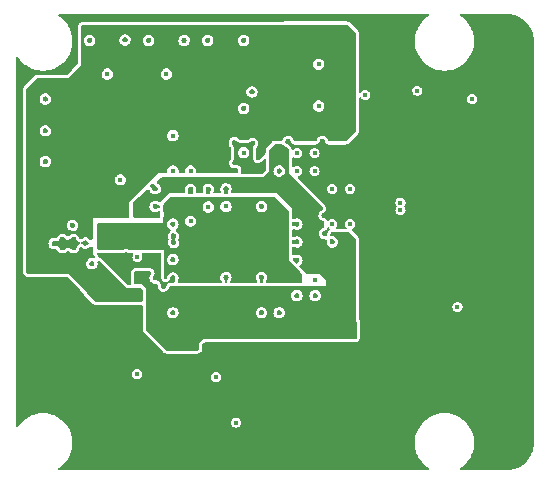
<source format=gbr>
G04 #@! TF.GenerationSoftware,KiCad,Pcbnew,(6.0.9)*
G04 #@! TF.CreationDate,2023-04-16T20:23:55-07:00*
G04 #@! TF.ProjectId,IMX585_MIPI_Breakout,494d5835-3835-45f4-9d49-50495f427265,rev?*
G04 #@! TF.SameCoordinates,Original*
G04 #@! TF.FileFunction,Copper,L3,Inr*
G04 #@! TF.FilePolarity,Positive*
%FSLAX46Y46*%
G04 Gerber Fmt 4.6, Leading zero omitted, Abs format (unit mm)*
G04 Created by KiCad (PCBNEW (6.0.9)) date 2023-04-16 20:23:55*
%MOMM*%
%LPD*%
G01*
G04 APERTURE LIST*
G04 #@! TA.AperFunction,ViaPad*
%ADD10C,0.450000*%
G04 #@! TD*
G04 APERTURE END LIST*
D10*
G04 #@! TO.N,GND*
X164520000Y-91000000D03*
X184400000Y-84500000D03*
X181150000Y-81400000D03*
X178250000Y-81400000D03*
X181050000Y-84800000D03*
X181350000Y-89200000D03*
X181300000Y-87650000D03*
X173750000Y-83200000D03*
X175200000Y-83200000D03*
X175250000Y-81550000D03*
X173700000Y-81500000D03*
X161450000Y-72850000D03*
X164450000Y-72800000D03*
X166450000Y-72850000D03*
X169450000Y-72850000D03*
X174500000Y-72850000D03*
X171450000Y-72850000D03*
X193350000Y-78800000D03*
X194400000Y-78800000D03*
X191350000Y-84500000D03*
X193500000Y-84550000D03*
X193500000Y-86150000D03*
X193500000Y-87650000D03*
X193500000Y-89150000D03*
X193500000Y-90650000D03*
X193500000Y-92150000D03*
X190650000Y-92300000D03*
X191300000Y-93650000D03*
X193500000Y-93550000D03*
X171500000Y-85450000D03*
X170000000Y-85450000D03*
X173000000Y-92900000D03*
X167000000Y-85400000D03*
X188800000Y-87650000D03*
X188800000Y-86150000D03*
X187350000Y-86050000D03*
G04 #@! TO.N,+1V8*
X164550000Y-94400000D03*
G04 #@! TO.N,+3V3*
X192600000Y-95400000D03*
X193850000Y-77800000D03*
G04 #@! TO.N,SDA_3V3*
X189200000Y-77100000D03*
X184800000Y-77450000D03*
G04 #@! TO.N,CAM_EN*
X173850000Y-105200000D03*
X172150000Y-101362500D03*
X165450000Y-101100000D03*
G04 #@! TO.N,GND*
X159400000Y-101000000D03*
X157750000Y-93150000D03*
X157750000Y-94100000D03*
X157850000Y-95050000D03*
X159200000Y-96250000D03*
X159200000Y-95500000D03*
X160200000Y-96250000D03*
X160200000Y-95500000D03*
X161100000Y-95850000D03*
X158350000Y-95800000D03*
X161650000Y-91750000D03*
X159150000Y-90400000D03*
X159150000Y-89700000D03*
X160100000Y-90400000D03*
X160100000Y-89700000D03*
X161100000Y-90000000D03*
X158450000Y-90050000D03*
X160000000Y-88500000D03*
X178100000Y-99000000D03*
X174450000Y-103600000D03*
X171350000Y-104550000D03*
X172700000Y-105400000D03*
X171800000Y-105400000D03*
X171200000Y-102400000D03*
X171300000Y-100350000D03*
X172600000Y-99550000D03*
X171800000Y-99550000D03*
G04 #@! TO.N,+1V1*
X169900000Y-98550000D03*
X168700000Y-98550000D03*
X168150000Y-98850000D03*
X168150000Y-98250000D03*
X169300000Y-98850000D03*
X169300000Y-98200000D03*
X170400000Y-98800000D03*
X170400000Y-98200000D03*
G04 #@! TO.N,+1V8*
X157350000Y-88950000D03*
X156700000Y-88950000D03*
X156700000Y-88150000D03*
X157350000Y-88150000D03*
X158050000Y-88150000D03*
X158050000Y-87400000D03*
X157350000Y-87400000D03*
X156700000Y-87400000D03*
G04 #@! TO.N,+3.3VA*
X162400000Y-90300000D03*
X162400000Y-89400000D03*
X163600000Y-89400000D03*
X163600000Y-90300000D03*
X163600000Y-88600000D03*
X162400000Y-88600000D03*
G04 #@! TO.N,GND*
X157700000Y-83100000D03*
X157700000Y-80500000D03*
X157700000Y-77800000D03*
G04 #@! TO.N,+1V8*
X182500000Y-72900000D03*
X180900000Y-73800000D03*
X180900000Y-77400000D03*
X182500000Y-76500000D03*
X160700000Y-82000000D03*
X160700000Y-79400000D03*
X160700000Y-76800000D03*
G04 #@! TO.N,Net-(C31-Pad2)*
X165500000Y-91200000D03*
G04 #@! TO.N,RST_1V8*
X168500000Y-83900000D03*
G04 #@! TO.N,XMASTER*
X164050000Y-84650000D03*
G04 #@! TO.N,ADDR0*
X168500000Y-80900000D03*
G04 #@! TO.N,ADDR1*
X170000000Y-83900000D03*
G04 #@! TO.N,XVS*
X162950000Y-75700000D03*
G04 #@! TO.N,XHS*
X167950000Y-75700000D03*
G04 #@! TO.N,SCL_1V8*
X180850000Y-74860000D03*
G04 #@! TO.N,SDA_1V8*
X180850000Y-78410000D03*
G04 #@! TO.N,GND*
X174500000Y-78600000D03*
X175200000Y-77200000D03*
X167700000Y-93650000D03*
G04 #@! TO.N,+1V8*
X165450000Y-94400000D03*
X176200000Y-77200000D03*
X176000000Y-82400000D03*
G04 #@! TO.N,+1V1*
X183500000Y-89900000D03*
G04 #@! TO.N,+1V8*
X180500000Y-93100000D03*
X165450000Y-85450000D03*
G04 #@! TO.N,Net-(C33-Pad2)*
X170000000Y-88150000D03*
G04 #@! TO.N,Net-(C34-Pad2)*
X173000000Y-86900000D03*
G04 #@! TO.N,GND*
X173000000Y-85400000D03*
X174500000Y-83900000D03*
X176000000Y-86900000D03*
X176000000Y-83900000D03*
X177500000Y-83900000D03*
X182000000Y-89900000D03*
X179000000Y-88400000D03*
X179000000Y-89900000D03*
X179000000Y-91450000D03*
X180550000Y-94450000D03*
X179000000Y-94450000D03*
X177500000Y-95900000D03*
X176000000Y-95900000D03*
X176000000Y-92900000D03*
X168500000Y-95900000D03*
X167000000Y-92950000D03*
X168500000Y-92950000D03*
X168500000Y-91400000D03*
X168500000Y-88400000D03*
X168550000Y-89400000D03*
X168550000Y-89950000D03*
X167000000Y-86900000D03*
G04 #@! TO.N,Net-(C35-Pad2)*
X171500000Y-86950000D03*
G04 #@! TO.N,+3.3VA*
X179000000Y-93100000D03*
X177500000Y-92900000D03*
X177550000Y-86900000D03*
X170000000Y-86900000D03*
X167000000Y-89950000D03*
X170000000Y-89950000D03*
X170000000Y-91400000D03*
X170000000Y-92900000D03*
X171500000Y-92900000D03*
G04 #@! TO.N,+1V1*
X180500000Y-91400000D03*
X180500000Y-89900000D03*
X180500000Y-88400000D03*
X177500000Y-82400000D03*
X165500000Y-86900000D03*
X165500000Y-92950000D03*
X177500000Y-97400000D03*
X176000000Y-97400000D03*
X168500000Y-97400000D03*
G04 #@! TO.N,CLOCK*
X174500000Y-82350000D03*
G04 #@! TO.N,CAM_D1_N*
X187771837Y-86575000D03*
G04 #@! TO.N,CAM_D1_P*
X187771837Y-87225000D03*
G04 #@! TO.N,CAM_D0_N*
X180500000Y-82400000D03*
G04 #@! TO.N,CAM_D0_P*
X180500000Y-83900000D03*
G04 #@! TO.N,CAM_D3_N*
X183500637Y-88387082D03*
G04 #@! TO.N,CAM_D3_P*
X182000637Y-88387082D03*
G04 #@! TO.N,CAM_CLK_P*
X182000000Y-85400000D03*
G04 #@! TO.N,CAM_CLK_N*
X183500000Y-85400000D03*
G04 #@! TO.N,CAM_D2_N*
X179000000Y-82400000D03*
G04 #@! TO.N,CAM_D2_P*
X179000000Y-83900000D03*
G04 #@! TD*
G04 #@! TA.AperFunction,Conductor*
G04 #@! TO.N,+3.3VA*
G36*
X177164352Y-86120002D02*
G01*
X177187201Y-86138820D01*
X178264970Y-87263448D01*
X178297662Y-87326470D01*
X178300000Y-87350628D01*
X178300000Y-91450000D01*
X179229685Y-92420106D01*
X179414971Y-92613448D01*
X179447662Y-92676470D01*
X179450000Y-92700628D01*
X179450000Y-93264500D01*
X179429998Y-93332621D01*
X179376342Y-93379114D01*
X179324000Y-93390500D01*
X176486831Y-93390500D01*
X176418710Y-93370498D01*
X176372217Y-93316842D01*
X176362113Y-93246568D01*
X176390932Y-93185231D01*
X176390568Y-93184986D01*
X176392147Y-93182646D01*
X176393415Y-93179946D01*
X176395584Y-93177550D01*
X176395585Y-93177549D01*
X176401612Y-93170890D01*
X176430224Y-93111836D01*
X176457585Y-93055362D01*
X176457585Y-93055361D01*
X176461499Y-93047283D01*
X176484286Y-92911836D01*
X176484431Y-92900000D01*
X176483584Y-92894082D01*
X176466232Y-92772923D01*
X176466232Y-92772921D01*
X176464959Y-92764036D01*
X176408110Y-92639003D01*
X176318453Y-92534951D01*
X176203196Y-92460244D01*
X176071603Y-92420890D01*
X176062627Y-92420835D01*
X176062626Y-92420835D01*
X176005080Y-92420484D01*
X175934255Y-92420051D01*
X175802192Y-92457795D01*
X175794605Y-92462582D01*
X175794603Y-92462583D01*
X175732850Y-92501546D01*
X175686031Y-92531087D01*
X175595109Y-92634036D01*
X175536736Y-92758366D01*
X175528951Y-92808366D01*
X175516986Y-92885209D01*
X175516986Y-92885213D01*
X175515605Y-92894082D01*
X175516769Y-92902984D01*
X175516769Y-92902987D01*
X175520810Y-92933887D01*
X175533414Y-93030273D01*
X175588732Y-93155992D01*
X175611793Y-93183427D01*
X175640313Y-93248440D01*
X175629157Y-93318554D01*
X175581865Y-93371507D01*
X175515341Y-93390500D01*
X173486831Y-93390500D01*
X173418710Y-93370498D01*
X173372217Y-93316842D01*
X173362113Y-93246568D01*
X173390932Y-93185231D01*
X173390568Y-93184986D01*
X173392147Y-93182646D01*
X173393415Y-93179946D01*
X173395584Y-93177550D01*
X173395585Y-93177549D01*
X173401612Y-93170890D01*
X173430224Y-93111836D01*
X173457585Y-93055362D01*
X173457585Y-93055361D01*
X173461499Y-93047283D01*
X173484286Y-92911836D01*
X173484431Y-92900000D01*
X173483584Y-92894082D01*
X173466232Y-92772923D01*
X173466232Y-92772921D01*
X173464959Y-92764036D01*
X173408110Y-92639003D01*
X173318453Y-92534951D01*
X173203196Y-92460244D01*
X173071603Y-92420890D01*
X173062627Y-92420835D01*
X173062626Y-92420835D01*
X173005080Y-92420484D01*
X172934255Y-92420051D01*
X172802192Y-92457795D01*
X172794605Y-92462582D01*
X172794603Y-92462583D01*
X172732850Y-92501546D01*
X172686031Y-92531087D01*
X172595109Y-92634036D01*
X172536736Y-92758366D01*
X172528951Y-92808366D01*
X172516986Y-92885209D01*
X172516986Y-92885213D01*
X172515605Y-92894082D01*
X172516769Y-92902984D01*
X172516769Y-92902987D01*
X172520810Y-92933887D01*
X172533414Y-93030273D01*
X172588732Y-93155992D01*
X172611793Y-93183427D01*
X172640313Y-93248440D01*
X172629157Y-93318554D01*
X172581865Y-93371507D01*
X172515341Y-93390500D01*
X169020492Y-93390500D01*
X168952371Y-93370498D01*
X168905878Y-93316842D01*
X168895774Y-93246568D01*
X168907100Y-93209562D01*
X168918889Y-93185231D01*
X168961499Y-93097283D01*
X168984286Y-92961836D01*
X168984431Y-92950000D01*
X168983584Y-92944082D01*
X168966232Y-92822923D01*
X168966232Y-92822921D01*
X168964959Y-92814036D01*
X168908110Y-92689003D01*
X168818453Y-92584951D01*
X168703196Y-92510244D01*
X168571603Y-92470890D01*
X168562627Y-92470835D01*
X168562626Y-92470835D01*
X168505080Y-92470484D01*
X168434255Y-92470051D01*
X168302192Y-92507795D01*
X168294605Y-92512582D01*
X168294603Y-92512583D01*
X168248372Y-92541753D01*
X168186031Y-92581087D01*
X168180088Y-92587816D01*
X168145210Y-92627308D01*
X168095109Y-92684036D01*
X168036736Y-92808366D01*
X168035356Y-92817230D01*
X168035355Y-92817233D01*
X168017192Y-92933887D01*
X167986948Y-92998119D01*
X167926778Y-93035804D01*
X167855786Y-93034976D01*
X167803597Y-93003597D01*
X167786905Y-92986905D01*
X167752879Y-92924593D01*
X167750000Y-92897810D01*
X167750000Y-91394082D01*
X168015605Y-91394082D01*
X168016769Y-91402984D01*
X168016769Y-91402987D01*
X168022917Y-91450000D01*
X168033414Y-91530273D01*
X168046992Y-91561132D01*
X168083715Y-91644589D01*
X168088732Y-91655992D01*
X168094510Y-91662865D01*
X168094510Y-91662866D01*
X168171331Y-91754256D01*
X168177111Y-91761132D01*
X168291447Y-91837240D01*
X168422549Y-91878199D01*
X168559876Y-91880716D01*
X168569109Y-91878199D01*
X168683727Y-91846951D01*
X168692391Y-91844589D01*
X168809439Y-91772721D01*
X168892718Y-91680716D01*
X168895584Y-91677550D01*
X168895585Y-91677549D01*
X168901612Y-91670890D01*
X168917916Y-91637240D01*
X168957585Y-91555362D01*
X168957585Y-91555361D01*
X168961499Y-91547283D01*
X168984286Y-91411836D01*
X168984431Y-91400000D01*
X168983584Y-91394082D01*
X168966232Y-91272923D01*
X168966232Y-91272921D01*
X168964959Y-91264036D01*
X168908110Y-91139003D01*
X168818453Y-91034951D01*
X168703196Y-90960244D01*
X168571603Y-90920890D01*
X168562627Y-90920835D01*
X168562626Y-90920835D01*
X168505080Y-90920484D01*
X168434255Y-90920051D01*
X168302192Y-90957795D01*
X168294605Y-90962582D01*
X168294603Y-90962583D01*
X168244680Y-90994082D01*
X168186031Y-91031087D01*
X168180088Y-91037816D01*
X168176611Y-91041753D01*
X168095109Y-91134036D01*
X168091295Y-91142159D01*
X168091294Y-91142161D01*
X168073248Y-91180598D01*
X168036736Y-91258366D01*
X168029040Y-91307795D01*
X168016986Y-91385209D01*
X168016986Y-91385213D01*
X168015605Y-91394082D01*
X167750000Y-91394082D01*
X167750000Y-90550000D01*
X164707378Y-90550000D01*
X164671277Y-90544717D01*
X164600208Y-90523463D01*
X164600205Y-90523463D01*
X164591603Y-90520890D01*
X164582626Y-90520835D01*
X164582625Y-90520835D01*
X164526214Y-90520491D01*
X164454255Y-90520051D01*
X164385670Y-90539653D01*
X164366439Y-90545149D01*
X164331814Y-90550000D01*
X162226000Y-90550000D01*
X162157879Y-90529998D01*
X162111386Y-90476342D01*
X162100000Y-90424000D01*
X162100000Y-88426000D01*
X162109372Y-88394082D01*
X168015605Y-88394082D01*
X168016769Y-88402984D01*
X168016769Y-88402987D01*
X168019981Y-88427550D01*
X168033414Y-88530273D01*
X168088732Y-88655992D01*
X168177111Y-88761132D01*
X168184588Y-88766109D01*
X168252162Y-88811090D01*
X168297785Y-88865487D01*
X168306756Y-88935915D01*
X168276226Y-89000012D01*
X168249581Y-89022537D01*
X168243625Y-89026295D01*
X168243622Y-89026297D01*
X168236031Y-89031087D01*
X168145109Y-89134036D01*
X168086736Y-89258366D01*
X168077534Y-89317464D01*
X168066986Y-89385209D01*
X168066986Y-89385213D01*
X168065605Y-89394082D01*
X168066769Y-89402984D01*
X168066769Y-89402987D01*
X168070295Y-89429949D01*
X168083414Y-89530273D01*
X168095524Y-89557795D01*
X168125114Y-89625043D01*
X168134242Y-89695450D01*
X168123841Y-89729336D01*
X168086736Y-89808366D01*
X168078951Y-89858366D01*
X168066986Y-89935209D01*
X168066986Y-89935213D01*
X168065605Y-89944082D01*
X168066769Y-89952984D01*
X168066769Y-89952987D01*
X168068554Y-89966633D01*
X168083414Y-90080273D01*
X168138732Y-90205992D01*
X168227111Y-90311132D01*
X168341447Y-90387240D01*
X168437630Y-90417290D01*
X168459109Y-90424000D01*
X168472549Y-90428199D01*
X168609876Y-90430716D01*
X168619109Y-90428199D01*
X168733727Y-90396951D01*
X168742391Y-90394589D01*
X168859439Y-90322721D01*
X168951612Y-90220890D01*
X168987275Y-90147283D01*
X169007585Y-90105362D01*
X169007585Y-90105361D01*
X169011499Y-90097283D01*
X169034286Y-89961836D01*
X169034431Y-89950000D01*
X169033584Y-89944082D01*
X169016232Y-89822923D01*
X169016232Y-89822921D01*
X169014959Y-89814036D01*
X168975200Y-89726590D01*
X168965214Y-89656301D01*
X168976509Y-89619502D01*
X169007585Y-89555362D01*
X169007585Y-89555361D01*
X169011499Y-89547283D01*
X169034286Y-89411836D01*
X169034431Y-89400000D01*
X169033584Y-89394082D01*
X169016232Y-89272923D01*
X169016232Y-89272921D01*
X169014959Y-89264036D01*
X168958110Y-89139003D01*
X168868453Y-89034951D01*
X168799558Y-88990295D01*
X168753275Y-88936458D01*
X168743445Y-88866145D01*
X168773190Y-88801680D01*
X168794975Y-88783266D01*
X168794882Y-88783153D01*
X168801791Y-88777417D01*
X168809439Y-88772721D01*
X168901612Y-88670890D01*
X168919737Y-88633481D01*
X168957585Y-88555362D01*
X168957585Y-88555361D01*
X168961499Y-88547283D01*
X168984286Y-88411836D01*
X168984431Y-88400000D01*
X168983584Y-88394082D01*
X168966232Y-88272923D01*
X168966232Y-88272921D01*
X168964959Y-88264036D01*
X168910419Y-88144082D01*
X169515605Y-88144082D01*
X169516769Y-88152984D01*
X169516769Y-88152987D01*
X169518078Y-88162995D01*
X169533414Y-88280273D01*
X169588732Y-88405992D01*
X169594510Y-88412865D01*
X169594510Y-88412866D01*
X169601255Y-88420890D01*
X169677111Y-88511132D01*
X169791447Y-88587240D01*
X169922549Y-88628199D01*
X170059876Y-88630716D01*
X170069109Y-88628199D01*
X170183727Y-88596951D01*
X170192391Y-88594589D01*
X170283851Y-88538432D01*
X170301791Y-88527417D01*
X170309439Y-88522721D01*
X170401612Y-88420890D01*
X170414073Y-88395172D01*
X170457585Y-88305362D01*
X170457585Y-88305361D01*
X170461499Y-88297283D01*
X170484286Y-88161836D01*
X170484431Y-88150000D01*
X170483584Y-88144082D01*
X170466232Y-88022923D01*
X170466232Y-88022921D01*
X170464959Y-88014036D01*
X170408110Y-87889003D01*
X170318453Y-87784951D01*
X170203196Y-87710244D01*
X170071603Y-87670890D01*
X170062627Y-87670835D01*
X170062626Y-87670835D01*
X170005080Y-87670484D01*
X169934255Y-87670051D01*
X169802192Y-87707795D01*
X169794605Y-87712582D01*
X169794603Y-87712583D01*
X169769459Y-87728448D01*
X169686031Y-87781087D01*
X169595109Y-87884036D01*
X169536736Y-88008366D01*
X169532631Y-88034731D01*
X169516986Y-88135209D01*
X169516986Y-88135213D01*
X169515605Y-88144082D01*
X168910419Y-88144082D01*
X168908110Y-88139003D01*
X168818453Y-88034951D01*
X168703196Y-87960244D01*
X168571603Y-87920890D01*
X168562627Y-87920835D01*
X168562626Y-87920835D01*
X168505080Y-87920484D01*
X168434255Y-87920051D01*
X168302192Y-87957795D01*
X168294605Y-87962582D01*
X168294603Y-87962583D01*
X168254076Y-87988154D01*
X168186031Y-88031087D01*
X168180088Y-88037816D01*
X168145874Y-88076556D01*
X168095109Y-88134036D01*
X168091295Y-88142159D01*
X168091294Y-88142161D01*
X168088939Y-88147177D01*
X168036736Y-88258366D01*
X168033325Y-88280273D01*
X168016986Y-88385209D01*
X168016986Y-88385213D01*
X168015605Y-88394082D01*
X162109372Y-88394082D01*
X162120002Y-88357879D01*
X162173658Y-88311386D01*
X162226000Y-88300000D01*
X167700000Y-88300000D01*
X167700000Y-87799091D01*
X167701282Y-87781160D01*
X167701293Y-87781087D01*
X167709500Y-87724000D01*
X167709500Y-87411636D01*
X167707998Y-87396951D01*
X167706319Y-87380551D01*
X167704123Y-87359085D01*
X167702609Y-87351765D01*
X167700000Y-87326257D01*
X167700000Y-86944082D01*
X171015605Y-86944082D01*
X171016769Y-86952984D01*
X171016769Y-86952987D01*
X171018554Y-86966633D01*
X171033414Y-87080273D01*
X171088732Y-87205992D01*
X171094510Y-87212865D01*
X171094510Y-87212866D01*
X171139229Y-87266066D01*
X171177111Y-87311132D01*
X171291447Y-87387240D01*
X171422549Y-87428199D01*
X171559876Y-87430716D01*
X171569109Y-87428199D01*
X171641526Y-87408456D01*
X171692391Y-87394589D01*
X171809439Y-87322721D01*
X171860721Y-87266066D01*
X171895584Y-87227550D01*
X171895585Y-87227549D01*
X171901612Y-87220890D01*
X171929725Y-87162866D01*
X171957585Y-87105362D01*
X171957585Y-87105361D01*
X171961499Y-87097283D01*
X171984286Y-86961836D01*
X171984431Y-86950000D01*
X171983584Y-86944082D01*
X171976423Y-86894082D01*
X172515605Y-86894082D01*
X172516769Y-86902984D01*
X172516769Y-86902987D01*
X172518554Y-86916633D01*
X172533414Y-87030273D01*
X172588732Y-87155992D01*
X172594510Y-87162865D01*
X172594510Y-87162866D01*
X172660492Y-87241361D01*
X172677111Y-87261132D01*
X172791447Y-87337240D01*
X172922549Y-87378199D01*
X173059876Y-87380716D01*
X173069109Y-87378199D01*
X173150711Y-87355952D01*
X173192391Y-87344589D01*
X173309439Y-87272721D01*
X173326153Y-87254256D01*
X173395584Y-87177550D01*
X173395585Y-87177549D01*
X173401612Y-87170890D01*
X173431894Y-87108389D01*
X173457585Y-87055362D01*
X173457585Y-87055361D01*
X173461499Y-87047283D01*
X173484286Y-86911836D01*
X173484431Y-86900000D01*
X173483584Y-86894082D01*
X175515605Y-86894082D01*
X175516769Y-86902984D01*
X175516769Y-86902987D01*
X175518554Y-86916633D01*
X175533414Y-87030273D01*
X175588732Y-87155992D01*
X175594510Y-87162865D01*
X175594510Y-87162866D01*
X175660492Y-87241361D01*
X175677111Y-87261132D01*
X175791447Y-87337240D01*
X175922549Y-87378199D01*
X176059876Y-87380716D01*
X176069109Y-87378199D01*
X176150711Y-87355952D01*
X176192391Y-87344589D01*
X176309439Y-87272721D01*
X176326153Y-87254256D01*
X176395584Y-87177550D01*
X176395585Y-87177549D01*
X176401612Y-87170890D01*
X176431894Y-87108389D01*
X176457585Y-87055362D01*
X176457585Y-87055361D01*
X176461499Y-87047283D01*
X176484286Y-86911836D01*
X176484431Y-86900000D01*
X176483584Y-86894082D01*
X176466232Y-86772923D01*
X176466232Y-86772921D01*
X176464959Y-86764036D01*
X176408110Y-86639003D01*
X176318453Y-86534951D01*
X176203196Y-86460244D01*
X176071603Y-86420890D01*
X176062627Y-86420835D01*
X176062626Y-86420835D01*
X176005080Y-86420484D01*
X175934255Y-86420051D01*
X175802192Y-86457795D01*
X175794605Y-86462582D01*
X175794603Y-86462583D01*
X175732850Y-86501546D01*
X175686031Y-86531087D01*
X175595109Y-86634036D01*
X175536736Y-86758366D01*
X175529058Y-86807681D01*
X175516986Y-86885209D01*
X175516986Y-86885213D01*
X175515605Y-86894082D01*
X173483584Y-86894082D01*
X173466232Y-86772923D01*
X173466232Y-86772921D01*
X173464959Y-86764036D01*
X173408110Y-86639003D01*
X173318453Y-86534951D01*
X173203196Y-86460244D01*
X173071603Y-86420890D01*
X173062627Y-86420835D01*
X173062626Y-86420835D01*
X173005080Y-86420484D01*
X172934255Y-86420051D01*
X172802192Y-86457795D01*
X172794605Y-86462582D01*
X172794603Y-86462583D01*
X172732850Y-86501546D01*
X172686031Y-86531087D01*
X172595109Y-86634036D01*
X172536736Y-86758366D01*
X172529058Y-86807681D01*
X172516986Y-86885209D01*
X172516986Y-86885213D01*
X172515605Y-86894082D01*
X171976423Y-86894082D01*
X171966232Y-86822923D01*
X171966232Y-86822921D01*
X171964959Y-86814036D01*
X171908110Y-86689003D01*
X171818453Y-86584951D01*
X171703196Y-86510244D01*
X171571603Y-86470890D01*
X171562627Y-86470835D01*
X171562626Y-86470835D01*
X171505080Y-86470484D01*
X171434255Y-86470051D01*
X171302192Y-86507795D01*
X171294605Y-86512582D01*
X171294603Y-86512583D01*
X171248372Y-86541753D01*
X171186031Y-86581087D01*
X171095109Y-86684036D01*
X171036736Y-86808366D01*
X171027554Y-86867339D01*
X171016986Y-86935209D01*
X171016986Y-86935213D01*
X171015605Y-86944082D01*
X167700000Y-86944082D01*
X167700000Y-86752190D01*
X167720002Y-86684069D01*
X167736905Y-86663095D01*
X168263095Y-86136905D01*
X168325407Y-86102879D01*
X168352190Y-86100000D01*
X177096231Y-86100000D01*
X177164352Y-86120002D01*
G37*
G04 #@! TD.AperFunction*
G04 #@! TD*
G04 #@! TA.AperFunction,Conductor*
G04 #@! TO.N,+1V1*
G36*
X177843128Y-81670002D02*
G01*
X177871457Y-81694923D01*
X177927111Y-81761132D01*
X178041447Y-81837240D01*
X178050017Y-81839917D01*
X178050016Y-81839917D01*
X178078452Y-81848801D01*
X178129973Y-81879973D01*
X178313095Y-82063095D01*
X178347121Y-82125407D01*
X178350000Y-82152190D01*
X178350000Y-84100000D01*
X179249425Y-84999425D01*
X179250492Y-85000504D01*
X181191595Y-86988951D01*
X181224867Y-87051669D01*
X181218950Y-87122419D01*
X181175721Y-87178738D01*
X181136058Y-87198116D01*
X181102192Y-87207795D01*
X181094605Y-87212582D01*
X181094603Y-87212583D01*
X181032850Y-87251546D01*
X180986031Y-87281087D01*
X180895109Y-87384036D01*
X180836736Y-87508366D01*
X180835356Y-87517232D01*
X180816986Y-87635209D01*
X180816986Y-87635213D01*
X180815605Y-87644082D01*
X180816769Y-87652984D01*
X180816769Y-87652987D01*
X180823936Y-87707795D01*
X180833414Y-87780273D01*
X180888732Y-87905992D01*
X180894510Y-87912865D01*
X180894510Y-87912866D01*
X180937398Y-87963888D01*
X180977111Y-88011132D01*
X181091447Y-88087240D01*
X181211575Y-88124770D01*
X181270630Y-88164176D01*
X181299008Y-88229255D01*
X181300000Y-88245037D01*
X181300000Y-88600000D01*
X181300454Y-88600504D01*
X181300454Y-88654428D01*
X181262070Y-88714154D01*
X181214182Y-88740078D01*
X181160822Y-88755328D01*
X181160819Y-88755329D01*
X181152192Y-88757795D01*
X181144605Y-88762582D01*
X181144603Y-88762583D01*
X181121093Y-88777417D01*
X181036031Y-88831087D01*
X181030088Y-88837816D01*
X181005832Y-88865281D01*
X180945109Y-88934036D01*
X180886736Y-89058366D01*
X180885356Y-89067232D01*
X180866986Y-89185209D01*
X180866986Y-89185213D01*
X180865605Y-89194082D01*
X180866769Y-89202984D01*
X180866769Y-89202987D01*
X180868552Y-89216622D01*
X180883414Y-89330273D01*
X180938732Y-89455992D01*
X180944510Y-89462865D01*
X180944510Y-89462866D01*
X180982277Y-89507795D01*
X181027111Y-89561132D01*
X181141447Y-89637240D01*
X181201469Y-89655992D01*
X181259301Y-89674060D01*
X181272549Y-89678199D01*
X181281521Y-89678363D01*
X181281524Y-89678364D01*
X181404019Y-89680609D01*
X181471762Y-89701856D01*
X181517264Y-89756355D01*
X181526210Y-89825972D01*
X181515605Y-89894082D01*
X181516769Y-89902984D01*
X181516769Y-89902987D01*
X181518554Y-89916633D01*
X181533414Y-90030273D01*
X181588732Y-90155992D01*
X181594510Y-90162865D01*
X181594510Y-90162866D01*
X181601255Y-90170890D01*
X181677111Y-90261132D01*
X181684588Y-90266109D01*
X181779967Y-90329598D01*
X181791447Y-90337240D01*
X181922549Y-90378199D01*
X182059876Y-90380716D01*
X182069109Y-90378199D01*
X182183727Y-90346951D01*
X182192391Y-90344589D01*
X182309439Y-90272721D01*
X182401612Y-90170890D01*
X182437275Y-90097283D01*
X182457585Y-90055362D01*
X182457585Y-90055361D01*
X182461499Y-90047283D01*
X182484286Y-89911836D01*
X182484431Y-89900000D01*
X182483584Y-89894082D01*
X182466232Y-89772923D01*
X182466232Y-89772921D01*
X182464959Y-89764036D01*
X182408110Y-89639003D01*
X182318453Y-89534951D01*
X182203196Y-89460244D01*
X182071603Y-89420890D01*
X182062627Y-89420835D01*
X182062626Y-89420835D01*
X182031761Y-89420647D01*
X181947440Y-89420132D01*
X181879444Y-89399714D01*
X181833280Y-89345776D01*
X181823957Y-89273231D01*
X181834286Y-89211836D01*
X181834286Y-89211835D01*
X181834760Y-89211915D01*
X181859662Y-89148675D01*
X181917259Y-89107166D01*
X181959145Y-89100000D01*
X183397810Y-89100000D01*
X183465931Y-89120002D01*
X183486905Y-89136905D01*
X183963443Y-89613443D01*
X183997469Y-89675755D01*
X184000345Y-89701695D01*
X184043419Y-96162806D01*
X184049997Y-97149550D01*
X184050000Y-97150390D01*
X184050000Y-98024000D01*
X184029998Y-98092121D01*
X183976342Y-98138614D01*
X183924000Y-98150000D01*
X171100000Y-98150000D01*
X170700000Y-98500000D01*
X170700000Y-98974000D01*
X170679998Y-99042121D01*
X170626342Y-99088614D01*
X170574000Y-99100000D01*
X167954197Y-99100000D01*
X167886076Y-99079998D01*
X167862727Y-99060656D01*
X167320279Y-98488072D01*
X167000000Y-98150000D01*
X166234247Y-97336387D01*
X166202125Y-97273073D01*
X166200000Y-97250031D01*
X166200000Y-95894082D01*
X168015605Y-95894082D01*
X168016769Y-95902984D01*
X168016769Y-95902987D01*
X168018554Y-95916633D01*
X168033414Y-96030273D01*
X168088732Y-96155992D01*
X168177111Y-96261132D01*
X168291447Y-96337240D01*
X168422549Y-96378199D01*
X168559876Y-96380716D01*
X168569109Y-96378199D01*
X168683727Y-96346951D01*
X168692391Y-96344589D01*
X168809439Y-96272721D01*
X168901612Y-96170890D01*
X168961499Y-96047283D01*
X168984286Y-95911836D01*
X168984431Y-95900000D01*
X168983584Y-95894082D01*
X175515605Y-95894082D01*
X175516769Y-95902984D01*
X175516769Y-95902987D01*
X175518554Y-95916633D01*
X175533414Y-96030273D01*
X175588732Y-96155992D01*
X175677111Y-96261132D01*
X175791447Y-96337240D01*
X175922549Y-96378199D01*
X176059876Y-96380716D01*
X176069109Y-96378199D01*
X176183727Y-96346951D01*
X176192391Y-96344589D01*
X176309439Y-96272721D01*
X176401612Y-96170890D01*
X176461499Y-96047283D01*
X176484286Y-95911836D01*
X176484431Y-95900000D01*
X176483584Y-95894082D01*
X177015605Y-95894082D01*
X177016769Y-95902984D01*
X177016769Y-95902987D01*
X177018554Y-95916633D01*
X177033414Y-96030273D01*
X177088732Y-96155992D01*
X177177111Y-96261132D01*
X177291447Y-96337240D01*
X177422549Y-96378199D01*
X177559876Y-96380716D01*
X177569109Y-96378199D01*
X177683727Y-96346951D01*
X177692391Y-96344589D01*
X177809439Y-96272721D01*
X177901612Y-96170890D01*
X177961499Y-96047283D01*
X177984286Y-95911836D01*
X177984431Y-95900000D01*
X177983584Y-95894082D01*
X177966232Y-95772923D01*
X177966232Y-95772921D01*
X177964959Y-95764036D01*
X177908110Y-95639003D01*
X177818453Y-95534951D01*
X177703196Y-95460244D01*
X177571603Y-95420890D01*
X177562627Y-95420835D01*
X177562626Y-95420835D01*
X177505080Y-95420484D01*
X177434255Y-95420051D01*
X177302192Y-95457795D01*
X177294605Y-95462582D01*
X177294603Y-95462583D01*
X177232850Y-95501546D01*
X177186031Y-95531087D01*
X177095109Y-95634036D01*
X177036736Y-95758366D01*
X177027027Y-95820724D01*
X177016986Y-95885209D01*
X177016986Y-95885213D01*
X177015605Y-95894082D01*
X176483584Y-95894082D01*
X176466232Y-95772923D01*
X176466232Y-95772921D01*
X176464959Y-95764036D01*
X176408110Y-95639003D01*
X176318453Y-95534951D01*
X176203196Y-95460244D01*
X176071603Y-95420890D01*
X176062627Y-95420835D01*
X176062626Y-95420835D01*
X176005080Y-95420484D01*
X175934255Y-95420051D01*
X175802192Y-95457795D01*
X175794605Y-95462582D01*
X175794603Y-95462583D01*
X175732850Y-95501546D01*
X175686031Y-95531087D01*
X175595109Y-95634036D01*
X175536736Y-95758366D01*
X175527027Y-95820724D01*
X175516986Y-95885209D01*
X175516986Y-95885213D01*
X175515605Y-95894082D01*
X168983584Y-95894082D01*
X168966232Y-95772923D01*
X168966232Y-95772921D01*
X168964959Y-95764036D01*
X168908110Y-95639003D01*
X168818453Y-95534951D01*
X168703196Y-95460244D01*
X168571603Y-95420890D01*
X168562627Y-95420835D01*
X168562626Y-95420835D01*
X168505080Y-95420484D01*
X168434255Y-95420051D01*
X168302192Y-95457795D01*
X168294605Y-95462582D01*
X168294603Y-95462583D01*
X168232850Y-95501546D01*
X168186031Y-95531087D01*
X168095109Y-95634036D01*
X168036736Y-95758366D01*
X168027027Y-95820724D01*
X168016986Y-95885209D01*
X168016986Y-95885213D01*
X168015605Y-95894082D01*
X166200000Y-95894082D01*
X166200000Y-94444082D01*
X178515605Y-94444082D01*
X178516769Y-94452984D01*
X178516769Y-94452987D01*
X178518554Y-94466633D01*
X178533414Y-94580273D01*
X178588732Y-94705992D01*
X178677111Y-94811132D01*
X178791447Y-94887240D01*
X178922549Y-94928199D01*
X179059876Y-94930716D01*
X179069109Y-94928199D01*
X179183727Y-94896951D01*
X179192391Y-94894589D01*
X179309439Y-94822721D01*
X179401612Y-94720890D01*
X179461499Y-94597283D01*
X179484286Y-94461836D01*
X179484431Y-94450000D01*
X179483584Y-94444082D01*
X180065605Y-94444082D01*
X180066769Y-94452984D01*
X180066769Y-94452987D01*
X180068554Y-94466633D01*
X180083414Y-94580273D01*
X180138732Y-94705992D01*
X180227111Y-94811132D01*
X180341447Y-94887240D01*
X180472549Y-94928199D01*
X180609876Y-94930716D01*
X180619109Y-94928199D01*
X180733727Y-94896951D01*
X180742391Y-94894589D01*
X180859439Y-94822721D01*
X180951612Y-94720890D01*
X181011499Y-94597283D01*
X181034286Y-94461836D01*
X181034431Y-94450000D01*
X181033584Y-94444082D01*
X181016232Y-94322923D01*
X181016232Y-94322921D01*
X181014959Y-94314036D01*
X180958110Y-94189003D01*
X180868453Y-94084951D01*
X180753196Y-94010244D01*
X180621603Y-93970890D01*
X180612627Y-93970835D01*
X180612626Y-93970835D01*
X180555080Y-93970484D01*
X180484255Y-93970051D01*
X180352192Y-94007795D01*
X180344605Y-94012582D01*
X180344603Y-94012583D01*
X180321093Y-94027417D01*
X180236031Y-94081087D01*
X180230088Y-94087816D01*
X180226611Y-94091753D01*
X180145109Y-94184036D01*
X180086736Y-94308366D01*
X180077027Y-94370724D01*
X180066986Y-94435209D01*
X180066986Y-94435213D01*
X180065605Y-94444082D01*
X179483584Y-94444082D01*
X179466232Y-94322923D01*
X179466232Y-94322921D01*
X179464959Y-94314036D01*
X179408110Y-94189003D01*
X179318453Y-94084951D01*
X179203196Y-94010244D01*
X179071603Y-93970890D01*
X179062627Y-93970835D01*
X179062626Y-93970835D01*
X179005080Y-93970484D01*
X178934255Y-93970051D01*
X178802192Y-94007795D01*
X178794605Y-94012582D01*
X178794603Y-94012583D01*
X178771093Y-94027417D01*
X178686031Y-94081087D01*
X178680088Y-94087816D01*
X178676611Y-94091753D01*
X178595109Y-94184036D01*
X178536736Y-94308366D01*
X178527027Y-94370724D01*
X178516986Y-94435209D01*
X178516986Y-94435213D01*
X178515605Y-94444082D01*
X166200000Y-94444082D01*
X166200000Y-93800000D01*
X165900000Y-93500000D01*
X165326000Y-93500000D01*
X165257879Y-93479998D01*
X165211386Y-93426342D01*
X165200000Y-93374000D01*
X165200000Y-92526000D01*
X165220002Y-92457879D01*
X165273658Y-92411386D01*
X165326000Y-92400000D01*
X166566578Y-92400000D01*
X166634699Y-92420002D01*
X166681192Y-92473658D01*
X166691296Y-92543932D01*
X166661019Y-92609407D01*
X166595109Y-92684036D01*
X166591295Y-92692159D01*
X166591294Y-92692161D01*
X166571204Y-92734951D01*
X166536736Y-92808366D01*
X166535356Y-92817232D01*
X166516986Y-92935209D01*
X166516986Y-92935213D01*
X166515605Y-92944082D01*
X166516769Y-92952984D01*
X166516769Y-92952987D01*
X166518214Y-92964036D01*
X166533414Y-93080273D01*
X166588732Y-93205992D01*
X166594510Y-93212865D01*
X166594510Y-93212866D01*
X166635082Y-93261132D01*
X166677111Y-93311132D01*
X166791447Y-93387240D01*
X166922549Y-93428199D01*
X167059876Y-93430716D01*
X167069109Y-93428199D01*
X167069655Y-93428050D01*
X167070801Y-93428072D01*
X167077442Y-93427245D01*
X167077561Y-93428204D01*
X167140638Y-93429430D01*
X167199607Y-93468967D01*
X167227839Y-93534109D01*
X167227296Y-93568995D01*
X167215605Y-93644082D01*
X167216769Y-93652984D01*
X167216769Y-93652987D01*
X167221771Y-93691239D01*
X167233414Y-93780273D01*
X167288732Y-93905992D01*
X167377111Y-94011132D01*
X167491447Y-94087240D01*
X167622549Y-94128199D01*
X167759876Y-94130716D01*
X167769109Y-94128199D01*
X167883727Y-94096951D01*
X167892391Y-94094589D01*
X168009439Y-94022721D01*
X168016315Y-94015125D01*
X168095584Y-93927550D01*
X168095585Y-93927549D01*
X168101612Y-93920890D01*
X168161499Y-93797283D01*
X168168596Y-93755096D01*
X168199622Y-93691239D01*
X168260247Y-93654291D01*
X168292850Y-93650000D01*
X181450000Y-93650000D01*
X181450000Y-93100000D01*
X180950000Y-92600000D01*
X179852190Y-92600000D01*
X179784069Y-92579998D01*
X179763095Y-92563095D01*
X179244711Y-92044711D01*
X179210685Y-91982399D01*
X179215750Y-91911584D01*
X179258297Y-91854748D01*
X179267876Y-91848242D01*
X179301788Y-91827419D01*
X179301789Y-91827418D01*
X179309439Y-91822721D01*
X179401612Y-91720890D01*
X179438580Y-91644589D01*
X179457585Y-91605362D01*
X179457585Y-91605361D01*
X179461499Y-91597283D01*
X179484286Y-91461836D01*
X179484431Y-91450000D01*
X179483657Y-91444589D01*
X179466232Y-91322923D01*
X179466232Y-91322921D01*
X179464959Y-91314036D01*
X179408110Y-91189003D01*
X179318453Y-91084951D01*
X179203196Y-91010244D01*
X179071603Y-90970890D01*
X179062627Y-90970835D01*
X179062626Y-90970835D01*
X179005080Y-90970484D01*
X178934255Y-90970051D01*
X178802192Y-91007795D01*
X178794604Y-91012583D01*
X178794601Y-91012584D01*
X178793232Y-91013448D01*
X178791687Y-91013888D01*
X178786406Y-91016250D01*
X178786065Y-91015488D01*
X178724946Y-91032880D01*
X178656995Y-91012308D01*
X178610953Y-90958266D01*
X178600000Y-90906884D01*
X178600000Y-90444212D01*
X178620002Y-90376091D01*
X178673658Y-90329598D01*
X178743932Y-90319494D01*
X178780245Y-90330487D01*
X178783975Y-90332266D01*
X178791447Y-90337240D01*
X178800011Y-90339916D01*
X178800014Y-90339917D01*
X178913980Y-90375522D01*
X178922549Y-90378199D01*
X179059876Y-90380716D01*
X179069109Y-90378199D01*
X179183727Y-90346951D01*
X179192391Y-90344589D01*
X179309439Y-90272721D01*
X179401612Y-90170890D01*
X179437275Y-90097283D01*
X179457585Y-90055362D01*
X179457585Y-90055361D01*
X179461499Y-90047283D01*
X179484286Y-89911836D01*
X179484431Y-89900000D01*
X179483584Y-89894082D01*
X179466232Y-89772923D01*
X179466232Y-89772921D01*
X179464959Y-89764036D01*
X179408110Y-89639003D01*
X179318453Y-89534951D01*
X179203196Y-89460244D01*
X179071603Y-89420890D01*
X179062627Y-89420835D01*
X179062626Y-89420835D01*
X179005080Y-89420484D01*
X178934255Y-89420051D01*
X178802192Y-89457795D01*
X178794604Y-89462583D01*
X178794601Y-89462584D01*
X178793232Y-89463448D01*
X178791687Y-89463888D01*
X178786406Y-89466250D01*
X178786065Y-89465488D01*
X178724946Y-89482880D01*
X178656995Y-89462308D01*
X178610953Y-89408266D01*
X178600000Y-89356884D01*
X178600000Y-88944212D01*
X178620002Y-88876091D01*
X178673658Y-88829598D01*
X178743932Y-88819494D01*
X178780245Y-88830487D01*
X178783975Y-88832266D01*
X178791447Y-88837240D01*
X178800011Y-88839916D01*
X178800014Y-88839917D01*
X178889257Y-88867798D01*
X178922549Y-88878199D01*
X179059876Y-88880716D01*
X179069109Y-88878199D01*
X179183727Y-88846951D01*
X179192391Y-88844589D01*
X179309439Y-88772721D01*
X179315463Y-88766066D01*
X179395584Y-88677550D01*
X179395585Y-88677549D01*
X179401612Y-88670890D01*
X179430224Y-88611836D01*
X179457585Y-88555362D01*
X179457585Y-88555361D01*
X179461499Y-88547283D01*
X179484286Y-88411836D01*
X179484431Y-88400000D01*
X179483584Y-88394082D01*
X179466232Y-88272923D01*
X179466232Y-88272921D01*
X179464959Y-88264036D01*
X179408110Y-88139003D01*
X179318453Y-88034951D01*
X179203196Y-87960244D01*
X179071603Y-87920890D01*
X179062627Y-87920835D01*
X179062626Y-87920835D01*
X179005080Y-87920484D01*
X178934255Y-87920051D01*
X178802192Y-87957795D01*
X178794604Y-87962583D01*
X178794601Y-87962584D01*
X178793232Y-87963448D01*
X178791687Y-87963888D01*
X178786406Y-87966250D01*
X178786065Y-87965488D01*
X178724946Y-87982880D01*
X178656995Y-87962308D01*
X178610953Y-87908266D01*
X178600000Y-87856884D01*
X178600000Y-87150000D01*
X177350000Y-85800000D01*
X173540114Y-85800000D01*
X173471993Y-85779998D01*
X173425500Y-85726342D01*
X173415396Y-85656068D01*
X173426720Y-85619066D01*
X173461499Y-85547283D01*
X173484286Y-85411836D01*
X173484431Y-85400000D01*
X173483584Y-85394082D01*
X173466232Y-85272923D01*
X173466232Y-85272921D01*
X173464959Y-85264036D01*
X173408110Y-85139003D01*
X173318453Y-85034951D01*
X173203196Y-84960244D01*
X173071603Y-84920890D01*
X173062627Y-84920835D01*
X173062626Y-84920835D01*
X173005080Y-84920484D01*
X172934255Y-84920051D01*
X172802192Y-84957795D01*
X172794605Y-84962582D01*
X172794603Y-84962583D01*
X172765864Y-84980716D01*
X172686031Y-85031087D01*
X172680088Y-85037816D01*
X172650878Y-85070890D01*
X172595109Y-85134036D01*
X172536736Y-85258366D01*
X172528951Y-85308366D01*
X172516986Y-85385209D01*
X172516986Y-85385213D01*
X172515605Y-85394082D01*
X172516769Y-85402984D01*
X172516769Y-85402987D01*
X172518554Y-85416633D01*
X172533414Y-85530273D01*
X172544454Y-85555362D01*
X172574327Y-85623254D01*
X172583455Y-85693661D01*
X172553068Y-85757826D01*
X172492815Y-85795377D01*
X172458998Y-85800000D01*
X172064339Y-85800000D01*
X171996218Y-85779998D01*
X171949725Y-85726342D01*
X171939621Y-85656068D01*
X171950946Y-85619065D01*
X171961499Y-85597283D01*
X171984286Y-85461836D01*
X171984431Y-85450000D01*
X171983584Y-85444082D01*
X171966232Y-85322923D01*
X171966232Y-85322921D01*
X171964959Y-85314036D01*
X171908110Y-85189003D01*
X171818453Y-85084951D01*
X171703196Y-85010244D01*
X171571603Y-84970890D01*
X171562627Y-84970835D01*
X171562626Y-84970835D01*
X171505080Y-84970484D01*
X171434255Y-84970051D01*
X171302192Y-85007795D01*
X171294605Y-85012582D01*
X171294603Y-85012583D01*
X171248372Y-85041753D01*
X171186031Y-85081087D01*
X171095109Y-85184036D01*
X171036736Y-85308366D01*
X171027027Y-85370724D01*
X171016986Y-85435209D01*
X171016986Y-85435213D01*
X171015605Y-85444082D01*
X171016769Y-85452984D01*
X171016769Y-85452987D01*
X171018554Y-85466633D01*
X171033414Y-85580273D01*
X171037031Y-85588493D01*
X171052326Y-85623254D01*
X171061454Y-85693662D01*
X171031067Y-85757827D01*
X170970813Y-85795377D01*
X170936997Y-85800000D01*
X170564339Y-85800000D01*
X170496218Y-85779998D01*
X170449725Y-85726342D01*
X170439621Y-85656068D01*
X170450946Y-85619065D01*
X170461499Y-85597283D01*
X170484286Y-85461836D01*
X170484431Y-85450000D01*
X170483584Y-85444082D01*
X170466232Y-85322923D01*
X170466232Y-85322921D01*
X170464959Y-85314036D01*
X170408110Y-85189003D01*
X170318453Y-85084951D01*
X170203196Y-85010244D01*
X170071603Y-84970890D01*
X170062627Y-84970835D01*
X170062626Y-84970835D01*
X170005080Y-84970484D01*
X169934255Y-84970051D01*
X169802192Y-85007795D01*
X169794605Y-85012582D01*
X169794603Y-85012583D01*
X169748372Y-85041753D01*
X169686031Y-85081087D01*
X169595109Y-85184036D01*
X169536736Y-85308366D01*
X169527027Y-85370724D01*
X169516986Y-85435209D01*
X169516986Y-85435213D01*
X169515605Y-85444082D01*
X169516769Y-85452984D01*
X169516769Y-85452987D01*
X169518554Y-85466633D01*
X169533414Y-85580273D01*
X169537031Y-85588493D01*
X169552326Y-85623254D01*
X169561454Y-85693662D01*
X169531067Y-85757827D01*
X169470813Y-85795377D01*
X169436997Y-85800000D01*
X168200000Y-85800000D01*
X167479075Y-86520925D01*
X167416763Y-86554951D01*
X167345948Y-86549886D01*
X167319125Y-86533914D01*
X167318453Y-86534951D01*
X167252864Y-86492438D01*
X167203196Y-86460244D01*
X167071603Y-86420890D01*
X167062627Y-86420835D01*
X167062626Y-86420835D01*
X167005080Y-86420484D01*
X166934255Y-86420051D01*
X166802192Y-86457795D01*
X166794605Y-86462582D01*
X166794603Y-86462583D01*
X166747286Y-86492438D01*
X166686031Y-86531087D01*
X166595109Y-86634036D01*
X166536736Y-86758366D01*
X166535356Y-86767232D01*
X166516986Y-86885209D01*
X166516986Y-86885213D01*
X166515605Y-86894082D01*
X166516769Y-86902984D01*
X166516769Y-86902987D01*
X166522143Y-86944082D01*
X166533414Y-87030273D01*
X166588732Y-87155992D01*
X166677111Y-87261132D01*
X166791447Y-87337240D01*
X166922549Y-87378199D01*
X167059876Y-87380716D01*
X167069109Y-87378199D01*
X167183727Y-87346951D01*
X167192391Y-87344589D01*
X167258072Y-87304261D01*
X167326588Y-87285663D01*
X167394284Y-87307060D01*
X167439665Y-87361659D01*
X167450000Y-87411636D01*
X167450000Y-87724000D01*
X167429998Y-87792121D01*
X167376342Y-87838614D01*
X167324000Y-87850000D01*
X165276000Y-87850000D01*
X165207879Y-87829998D01*
X165161386Y-87776342D01*
X165150000Y-87724000D01*
X165150000Y-86560559D01*
X165170002Y-86492438D01*
X165197288Y-86462170D01*
X165648686Y-86101052D01*
X165648704Y-86101037D01*
X165650000Y-86100000D01*
X165651250Y-86098885D01*
X165651262Y-86098875D01*
X166335092Y-85488972D01*
X166399243Y-85458557D01*
X166469655Y-85467654D01*
X166523971Y-85513374D01*
X166534287Y-85532258D01*
X166588732Y-85655992D01*
X166677111Y-85761132D01*
X166791447Y-85837240D01*
X166922549Y-85878199D01*
X167059876Y-85880716D01*
X167069109Y-85878199D01*
X167183727Y-85846951D01*
X167192391Y-85844589D01*
X167309439Y-85772721D01*
X167319929Y-85761132D01*
X167395584Y-85677550D01*
X167395585Y-85677549D01*
X167401612Y-85670890D01*
X167408794Y-85656068D01*
X167457585Y-85555362D01*
X167457586Y-85555359D01*
X167461499Y-85547283D01*
X167484286Y-85411836D01*
X167484431Y-85400000D01*
X167483584Y-85394082D01*
X167466232Y-85272923D01*
X167466232Y-85272921D01*
X167464959Y-85264036D01*
X167408110Y-85139003D01*
X167318453Y-85034951D01*
X167281705Y-85011132D01*
X167210730Y-84965127D01*
X167210726Y-84965125D01*
X167203196Y-84960244D01*
X167195015Y-84957798D01*
X167141734Y-84911214D01*
X167122033Y-84843006D01*
X167142336Y-84774974D01*
X167164164Y-84749530D01*
X167464158Y-84481967D01*
X167528310Y-84451552D01*
X167548026Y-84450000D01*
X176150000Y-84450000D01*
X176650000Y-84000000D01*
X176650000Y-83894082D01*
X177015605Y-83894082D01*
X177016769Y-83902984D01*
X177016769Y-83902987D01*
X177018554Y-83916633D01*
X177033414Y-84030273D01*
X177088732Y-84155992D01*
X177094510Y-84162865D01*
X177094510Y-84162866D01*
X177158510Y-84239003D01*
X177177111Y-84261132D01*
X177291447Y-84337240D01*
X177422549Y-84378199D01*
X177559876Y-84380716D01*
X177569109Y-84378199D01*
X177634968Y-84360244D01*
X177692391Y-84344589D01*
X177809439Y-84272721D01*
X177844455Y-84234036D01*
X177895584Y-84177550D01*
X177895585Y-84177549D01*
X177901612Y-84170890D01*
X177919025Y-84134951D01*
X177957585Y-84055362D01*
X177957585Y-84055361D01*
X177961499Y-84047283D01*
X177984286Y-83911836D01*
X177984431Y-83900000D01*
X177983584Y-83894082D01*
X177966232Y-83772923D01*
X177966232Y-83772921D01*
X177964959Y-83764036D01*
X177908110Y-83639003D01*
X177818453Y-83534951D01*
X177703196Y-83460244D01*
X177571603Y-83420890D01*
X177562627Y-83420835D01*
X177562626Y-83420835D01*
X177505080Y-83420484D01*
X177434255Y-83420051D01*
X177302192Y-83457795D01*
X177294605Y-83462582D01*
X177294603Y-83462583D01*
X177232850Y-83501546D01*
X177186031Y-83531087D01*
X177095109Y-83634036D01*
X177036736Y-83758366D01*
X177027027Y-83820724D01*
X177016986Y-83885209D01*
X177016986Y-83885213D01*
X177015605Y-83894082D01*
X176650000Y-83894082D01*
X176650000Y-82152190D01*
X176670002Y-82084069D01*
X176686905Y-82063095D01*
X177063095Y-81686905D01*
X177125407Y-81652879D01*
X177152190Y-81650000D01*
X177775007Y-81650000D01*
X177843128Y-81670002D01*
G37*
G04 #@! TD.AperFunction*
G04 #@! TD*
G04 #@! TA.AperFunction,Conductor*
G04 #@! TO.N,+1V8*
G36*
X183315812Y-71519968D02*
G01*
X183337021Y-71537021D01*
X183963095Y-72163095D01*
X183997121Y-72225407D01*
X184000000Y-72252190D01*
X184000000Y-80547810D01*
X183979998Y-80615931D01*
X183963095Y-80636905D01*
X183236905Y-81363095D01*
X183174593Y-81397121D01*
X183147810Y-81400000D01*
X181743671Y-81400000D01*
X181675550Y-81379998D01*
X181629057Y-81326342D01*
X181618945Y-81291869D01*
X181614959Y-81264036D01*
X181558110Y-81139003D01*
X181468453Y-81034951D01*
X181353196Y-80960244D01*
X181221603Y-80920890D01*
X181212627Y-80920835D01*
X181212626Y-80920835D01*
X181155080Y-80920484D01*
X181084255Y-80920051D01*
X180952192Y-80957795D01*
X180944605Y-80962582D01*
X180944603Y-80962583D01*
X180916126Y-80980551D01*
X180836031Y-81031087D01*
X180830088Y-81037816D01*
X180764056Y-81112583D01*
X180745109Y-81134036D01*
X180741295Y-81142159D01*
X180741294Y-81142161D01*
X180721204Y-81184951D01*
X180686736Y-81258366D01*
X180685356Y-81267232D01*
X180685355Y-81267234D01*
X180681284Y-81293383D01*
X180651041Y-81357616D01*
X180590872Y-81395301D01*
X180556784Y-81400000D01*
X178843671Y-81400000D01*
X178775550Y-81379998D01*
X178729057Y-81326342D01*
X178718945Y-81291869D01*
X178714959Y-81264036D01*
X178658110Y-81139003D01*
X178568453Y-81034951D01*
X178453196Y-80960244D01*
X178321603Y-80920890D01*
X178312627Y-80920835D01*
X178312626Y-80920835D01*
X178255080Y-80920484D01*
X178184255Y-80920051D01*
X178052192Y-80957795D01*
X178044605Y-80962582D01*
X178044603Y-80962583D01*
X178016126Y-80980551D01*
X177936031Y-81031087D01*
X177930088Y-81037816D01*
X177864056Y-81112583D01*
X177845109Y-81134036D01*
X177841295Y-81142159D01*
X177841294Y-81142161D01*
X177821204Y-81184951D01*
X177786736Y-81258366D01*
X177785355Y-81267238D01*
X177782763Y-81283884D01*
X177752519Y-81348117D01*
X177692350Y-81385802D01*
X177658263Y-81390500D01*
X177152190Y-81390500D01*
X177150535Y-81390589D01*
X177150523Y-81390589D01*
X177127022Y-81391848D01*
X177124455Y-81391986D01*
X177122778Y-81392166D01*
X177122769Y-81392167D01*
X177103827Y-81394203D01*
X177103823Y-81394204D01*
X177097672Y-81394865D01*
X177091766Y-81396714D01*
X177088689Y-81397355D01*
X177063008Y-81400000D01*
X176900000Y-81400000D01*
X176893329Y-81407278D01*
X176893328Y-81407278D01*
X176423034Y-81920327D01*
X176350000Y-82000000D01*
X176350000Y-82347810D01*
X176329998Y-82415931D01*
X176313095Y-82436905D01*
X175797141Y-82952859D01*
X175734829Y-82986885D01*
X175664014Y-82981820D01*
X175608777Y-82940470D01*
X175608110Y-82939003D01*
X175540047Y-82860012D01*
X175510733Y-82795349D01*
X175509500Y-82777764D01*
X175509500Y-82021684D01*
X175529502Y-81953563D01*
X175553663Y-81926268D01*
X175559439Y-81922721D01*
X175597460Y-81880716D01*
X175645584Y-81827550D01*
X175645585Y-81827549D01*
X175651612Y-81820890D01*
X175679725Y-81762866D01*
X175707585Y-81705362D01*
X175707585Y-81705361D01*
X175711499Y-81697283D01*
X175734286Y-81561836D01*
X175734431Y-81550000D01*
X175714959Y-81414036D01*
X175706243Y-81394865D01*
X175697448Y-81375522D01*
X175658110Y-81289003D01*
X175568453Y-81184951D01*
X175453196Y-81110244D01*
X175321603Y-81070890D01*
X175312627Y-81070835D01*
X175312626Y-81070835D01*
X175255080Y-81070484D01*
X175184255Y-81070051D01*
X175052192Y-81107795D01*
X175044605Y-81112582D01*
X175044603Y-81112583D01*
X175002730Y-81139003D01*
X174936031Y-81181087D01*
X174930088Y-81187816D01*
X174921175Y-81197908D01*
X174861089Y-81235726D01*
X174826734Y-81240500D01*
X174167154Y-81240500D01*
X174099033Y-81220498D01*
X174071701Y-81196748D01*
X174024314Y-81141753D01*
X174018453Y-81134951D01*
X173903196Y-81060244D01*
X173771603Y-81020890D01*
X173762627Y-81020835D01*
X173762626Y-81020835D01*
X173705080Y-81020484D01*
X173634255Y-81020051D01*
X173502192Y-81057795D01*
X173494605Y-81062582D01*
X173494603Y-81062583D01*
X173432850Y-81101546D01*
X173386031Y-81131087D01*
X173380088Y-81137816D01*
X173350878Y-81170890D01*
X173295109Y-81234036D01*
X173291295Y-81242159D01*
X173291294Y-81242161D01*
X173272496Y-81282200D01*
X173236736Y-81358366D01*
X173228411Y-81411836D01*
X173216986Y-81485209D01*
X173216986Y-81485213D01*
X173215605Y-81494082D01*
X173216769Y-81502984D01*
X173216769Y-81502987D01*
X173222286Y-81545172D01*
X173233414Y-81630273D01*
X173288732Y-81755992D01*
X173294510Y-81762865D01*
X173294510Y-81762866D01*
X173357028Y-81837240D01*
X173377111Y-81861132D01*
X173384587Y-81866109D01*
X173391276Y-81872089D01*
X173390352Y-81873123D01*
X173429941Y-81920327D01*
X173440500Y-81970817D01*
X173440500Y-82778352D01*
X173420498Y-82846473D01*
X173408941Y-82861760D01*
X173345109Y-82934036D01*
X173341295Y-82942159D01*
X173341294Y-82942161D01*
X173322674Y-82981820D01*
X173286736Y-83058366D01*
X173280254Y-83100000D01*
X173266986Y-83185209D01*
X173266986Y-83185213D01*
X173265605Y-83194082D01*
X173266769Y-83202984D01*
X173266769Y-83202987D01*
X173271404Y-83238432D01*
X173283414Y-83330273D01*
X173338732Y-83455992D01*
X173344510Y-83462865D01*
X173344510Y-83462866D01*
X173397829Y-83526297D01*
X173427111Y-83561132D01*
X173541447Y-83637240D01*
X173672549Y-83678199D01*
X173809876Y-83680716D01*
X173871873Y-83663814D01*
X173942855Y-83665195D01*
X174001823Y-83704733D01*
X174030055Y-83769875D01*
X174029512Y-83804763D01*
X174016986Y-83885209D01*
X174016986Y-83885213D01*
X174015605Y-83894082D01*
X174016769Y-83902984D01*
X174016769Y-83902987D01*
X174023919Y-83957663D01*
X174012919Y-84027802D01*
X173965744Y-84080860D01*
X173898983Y-84100000D01*
X170601599Y-84100000D01*
X170533478Y-84079998D01*
X170486985Y-84026342D01*
X170477345Y-83953097D01*
X170483479Y-83916636D01*
X170483480Y-83916629D01*
X170484286Y-83911836D01*
X170484431Y-83900000D01*
X170483584Y-83894082D01*
X170466232Y-83772923D01*
X170466232Y-83772921D01*
X170464959Y-83764036D01*
X170408110Y-83639003D01*
X170318453Y-83534951D01*
X170203196Y-83460244D01*
X170071603Y-83420890D01*
X170062627Y-83420835D01*
X170062626Y-83420835D01*
X170005080Y-83420484D01*
X169934255Y-83420051D01*
X169802192Y-83457795D01*
X169794605Y-83462582D01*
X169794603Y-83462583D01*
X169771093Y-83477417D01*
X169686031Y-83531087D01*
X169680088Y-83537816D01*
X169676611Y-83541753D01*
X169595109Y-83634036D01*
X169536736Y-83758366D01*
X169529512Y-83804763D01*
X169516986Y-83885209D01*
X169516986Y-83885213D01*
X169515605Y-83894082D01*
X169516769Y-83902984D01*
X169516769Y-83902987D01*
X169523919Y-83957663D01*
X169512919Y-84027802D01*
X169465744Y-84080860D01*
X169398983Y-84100000D01*
X169101599Y-84100000D01*
X169033478Y-84079998D01*
X168986985Y-84026342D01*
X168977345Y-83953097D01*
X168983479Y-83916636D01*
X168983480Y-83916629D01*
X168984286Y-83911836D01*
X168984431Y-83900000D01*
X168983584Y-83894082D01*
X168966232Y-83772923D01*
X168966232Y-83772921D01*
X168964959Y-83764036D01*
X168908110Y-83639003D01*
X168818453Y-83534951D01*
X168703196Y-83460244D01*
X168571603Y-83420890D01*
X168562627Y-83420835D01*
X168562626Y-83420835D01*
X168505080Y-83420484D01*
X168434255Y-83420051D01*
X168302192Y-83457795D01*
X168294605Y-83462582D01*
X168294603Y-83462583D01*
X168271093Y-83477417D01*
X168186031Y-83531087D01*
X168180088Y-83537816D01*
X168176611Y-83541753D01*
X168095109Y-83634036D01*
X168036736Y-83758366D01*
X168029512Y-83804763D01*
X168016986Y-83885209D01*
X168016986Y-83885213D01*
X168015605Y-83894082D01*
X168016769Y-83902984D01*
X168016769Y-83902987D01*
X168023919Y-83957663D01*
X168012919Y-84027802D01*
X167965744Y-84080860D01*
X167898983Y-84100000D01*
X167300000Y-84100000D01*
X167291550Y-84107800D01*
X166183570Y-85130551D01*
X166000000Y-85300000D01*
X165401786Y-85898214D01*
X165398154Y-85901704D01*
X164750000Y-86500000D01*
X164750000Y-87774000D01*
X164729998Y-87842121D01*
X164676342Y-87888614D01*
X164624000Y-87900000D01*
X161700000Y-87900000D01*
X161700000Y-89622445D01*
X161679998Y-89690566D01*
X161626342Y-89737059D01*
X161556068Y-89747163D01*
X161491488Y-89717669D01*
X161478547Y-89704693D01*
X161424314Y-89641753D01*
X161418453Y-89634951D01*
X161303196Y-89560244D01*
X161171603Y-89520890D01*
X161162627Y-89520835D01*
X161162626Y-89520835D01*
X161105080Y-89520484D01*
X161034255Y-89520051D01*
X160902192Y-89557795D01*
X160894605Y-89562582D01*
X160894603Y-89562583D01*
X160865847Y-89580727D01*
X160786031Y-89631087D01*
X160780088Y-89637816D01*
X160773253Y-89643633D01*
X160771163Y-89641177D01*
X160724485Y-89670552D01*
X160653491Y-89669877D01*
X160594133Y-89630928D01*
X160571514Y-89580727D01*
X160568750Y-89581535D01*
X160566232Y-89572923D01*
X160564959Y-89564036D01*
X160508110Y-89439003D01*
X160418453Y-89334951D01*
X160303196Y-89260244D01*
X160171603Y-89220890D01*
X160162628Y-89220835D01*
X160162627Y-89220835D01*
X160144906Y-89220727D01*
X160120488Y-89220578D01*
X160053568Y-89200483D01*
X160012123Y-89226376D01*
X159944371Y-89245740D01*
X159902192Y-89257795D01*
X159894605Y-89262582D01*
X159894603Y-89262583D01*
X159832850Y-89301546D01*
X159786031Y-89331087D01*
X159725169Y-89400000D01*
X159719210Y-89406747D01*
X159659123Y-89444564D01*
X159588130Y-89443893D01*
X159529316Y-89405586D01*
X159474314Y-89341753D01*
X159468453Y-89334951D01*
X159353196Y-89260244D01*
X159221603Y-89220890D01*
X159212627Y-89220835D01*
X159212626Y-89220835D01*
X159155080Y-89220484D01*
X159084255Y-89220051D01*
X158952192Y-89257795D01*
X158944605Y-89262582D01*
X158944603Y-89262583D01*
X158882850Y-89301546D01*
X158836031Y-89331087D01*
X158745109Y-89434036D01*
X158741295Y-89442159D01*
X158741294Y-89442161D01*
X158707389Y-89514377D01*
X158660333Y-89567539D01*
X158592005Y-89586821D01*
X158557233Y-89581545D01*
X158530208Y-89573463D01*
X158530205Y-89573463D01*
X158521603Y-89570890D01*
X158512627Y-89570835D01*
X158512626Y-89570835D01*
X158455080Y-89570484D01*
X158384255Y-89570051D01*
X158252192Y-89607795D01*
X158136031Y-89681087D01*
X158130088Y-89687816D01*
X158118447Y-89700997D01*
X158045109Y-89784036D01*
X158041295Y-89792159D01*
X158041294Y-89792161D01*
X158014337Y-89849579D01*
X157986736Y-89908366D01*
X157982597Y-89934951D01*
X157966986Y-90035209D01*
X157966986Y-90035213D01*
X157965605Y-90044082D01*
X157966769Y-90052984D01*
X157966769Y-90052987D01*
X157972562Y-90097283D01*
X157983414Y-90180273D01*
X158038732Y-90305992D01*
X158044510Y-90312865D01*
X158044510Y-90312866D01*
X158121331Y-90404256D01*
X158127111Y-90411132D01*
X158241447Y-90487240D01*
X158372549Y-90528199D01*
X158509876Y-90530716D01*
X158560256Y-90516981D01*
X158631239Y-90518361D01*
X158690207Y-90557898D01*
X158708725Y-90587797D01*
X158738732Y-90655992D01*
X158744510Y-90662865D01*
X158744510Y-90662866D01*
X158807028Y-90737240D01*
X158827111Y-90761132D01*
X158941447Y-90837240D01*
X159072549Y-90878199D01*
X159209876Y-90880716D01*
X159219109Y-90878199D01*
X159276134Y-90862652D01*
X159342391Y-90844589D01*
X159459439Y-90772721D01*
X159532274Y-90692255D01*
X159592816Y-90655174D01*
X159663796Y-90656711D01*
X159722138Y-90695733D01*
X159777111Y-90761132D01*
X159891447Y-90837240D01*
X160022549Y-90878199D01*
X160159876Y-90880716D01*
X160169109Y-90878199D01*
X160226134Y-90862652D01*
X160292391Y-90844589D01*
X160409439Y-90772721D01*
X160420733Y-90760244D01*
X160495584Y-90677550D01*
X160495585Y-90677549D01*
X160501612Y-90670890D01*
X160509227Y-90655174D01*
X160557585Y-90555362D01*
X160557585Y-90555361D01*
X160561499Y-90547283D01*
X160579256Y-90441734D01*
X160610282Y-90377876D01*
X160670908Y-90340929D01*
X160741884Y-90342624D01*
X160776322Y-90362318D01*
X160777111Y-90361132D01*
X160880981Y-90430273D01*
X160891447Y-90437240D01*
X160985263Y-90466550D01*
X161008869Y-90473925D01*
X161022549Y-90478199D01*
X161159876Y-90480716D01*
X161169109Y-90478199D01*
X161283727Y-90446951D01*
X161292391Y-90444589D01*
X161409439Y-90372721D01*
X161418856Y-90362318D01*
X161476852Y-90298244D01*
X161480585Y-90294120D01*
X161541128Y-90257039D01*
X161612108Y-90258576D01*
X161670989Y-90298244D01*
X161699077Y-90363448D01*
X161700000Y-90378675D01*
X161700000Y-90900000D01*
X161867170Y-91067170D01*
X161901196Y-91129482D01*
X161896131Y-91200297D01*
X161853584Y-91257133D01*
X161787064Y-91281944D01*
X161741975Y-91276982D01*
X161721603Y-91270890D01*
X161712627Y-91270835D01*
X161712626Y-91270835D01*
X161655080Y-91270484D01*
X161584255Y-91270051D01*
X161452192Y-91307795D01*
X161336031Y-91381087D01*
X161330088Y-91387816D01*
X161308874Y-91411836D01*
X161245109Y-91484036D01*
X161241295Y-91492159D01*
X161241294Y-91492161D01*
X161213136Y-91552136D01*
X161186736Y-91608366D01*
X161181096Y-91644589D01*
X161166986Y-91735209D01*
X161166986Y-91735213D01*
X161165605Y-91744082D01*
X161166769Y-91752984D01*
X161166769Y-91752987D01*
X161168554Y-91766633D01*
X161183414Y-91880273D01*
X161238732Y-92005992D01*
X161327111Y-92111132D01*
X161334588Y-92116109D01*
X161408286Y-92165166D01*
X161441447Y-92187240D01*
X161572549Y-92228199D01*
X161709876Y-92230716D01*
X161719087Y-92228205D01*
X161833727Y-92196951D01*
X161842391Y-92194589D01*
X161959439Y-92122721D01*
X162051612Y-92020890D01*
X162056820Y-92010142D01*
X162107585Y-91905362D01*
X162107585Y-91905361D01*
X162111499Y-91897283D01*
X162134286Y-91761836D01*
X162134431Y-91750000D01*
X162118587Y-91639366D01*
X162128729Y-91569098D01*
X162175252Y-91515468D01*
X162243384Y-91495504D01*
X162311494Y-91515544D01*
X162332409Y-91532409D01*
X164600000Y-93800000D01*
X165747810Y-93800000D01*
X165815931Y-93820002D01*
X165836905Y-93836905D01*
X165903595Y-93903595D01*
X165937621Y-93965907D01*
X165940500Y-93992690D01*
X165940500Y-94807310D01*
X165920498Y-94875431D01*
X165903595Y-94896405D01*
X165836905Y-94963095D01*
X165774593Y-94997121D01*
X165747810Y-95000000D01*
X162052190Y-95000000D01*
X161984069Y-94979998D01*
X161963095Y-94963095D01*
X161201462Y-94201462D01*
X161198635Y-94198544D01*
X159712391Y-92613217D01*
X159700000Y-92600000D01*
X156226000Y-92600000D01*
X156157879Y-92579998D01*
X156111386Y-92526342D01*
X156100000Y-92474000D01*
X156100000Y-88494082D01*
X159515605Y-88494082D01*
X159516769Y-88502984D01*
X159516769Y-88502987D01*
X159522562Y-88547283D01*
X159533414Y-88630273D01*
X159588732Y-88755992D01*
X159594510Y-88762865D01*
X159594510Y-88762866D01*
X159655104Y-88834951D01*
X159677111Y-88861132D01*
X159791447Y-88937240D01*
X159922549Y-88978199D01*
X159979807Y-88979248D01*
X160045276Y-88999782D01*
X160088116Y-88973017D01*
X160089202Y-88972721D01*
X160192391Y-88944589D01*
X160309439Y-88872721D01*
X160319929Y-88861132D01*
X160395584Y-88777550D01*
X160395585Y-88777549D01*
X160401612Y-88770890D01*
X160412599Y-88748214D01*
X160457585Y-88655362D01*
X160457585Y-88655361D01*
X160461499Y-88647283D01*
X160484286Y-88511836D01*
X160484431Y-88500000D01*
X160483584Y-88494082D01*
X160466232Y-88372923D01*
X160466232Y-88372921D01*
X160464959Y-88364036D01*
X160408110Y-88239003D01*
X160318453Y-88134951D01*
X160203196Y-88060244D01*
X160071603Y-88020890D01*
X160062627Y-88020835D01*
X160062626Y-88020835D01*
X160005080Y-88020484D01*
X159934255Y-88020051D01*
X159802192Y-88057795D01*
X159794605Y-88062582D01*
X159794603Y-88062583D01*
X159767668Y-88079578D01*
X159686031Y-88131087D01*
X159680088Y-88137816D01*
X159662443Y-88157795D01*
X159595109Y-88234036D01*
X159591295Y-88242159D01*
X159591294Y-88242161D01*
X159563136Y-88302136D01*
X159536736Y-88358366D01*
X159532265Y-88387082D01*
X159516986Y-88485209D01*
X159516986Y-88485213D01*
X159515605Y-88494082D01*
X156100000Y-88494082D01*
X156100000Y-84644082D01*
X163565605Y-84644082D01*
X163566769Y-84652984D01*
X163566769Y-84652987D01*
X163568214Y-84664036D01*
X163583414Y-84780273D01*
X163638732Y-84905992D01*
X163644510Y-84912865D01*
X163644510Y-84912866D01*
X163682277Y-84957795D01*
X163727111Y-85011132D01*
X163841447Y-85087240D01*
X163972549Y-85128199D01*
X164109876Y-85130716D01*
X164119109Y-85128199D01*
X164233727Y-85096951D01*
X164242391Y-85094589D01*
X164359439Y-85022721D01*
X164397460Y-84980716D01*
X164445584Y-84927550D01*
X164445585Y-84927549D01*
X164451612Y-84920890D01*
X164480565Y-84861132D01*
X164507585Y-84805362D01*
X164507585Y-84805361D01*
X164511499Y-84797283D01*
X164534286Y-84661836D01*
X164534431Y-84650000D01*
X164533584Y-84644082D01*
X164516232Y-84522923D01*
X164516232Y-84522921D01*
X164514959Y-84514036D01*
X164505887Y-84494082D01*
X164461826Y-84397177D01*
X164458110Y-84389003D01*
X164368453Y-84284951D01*
X164253196Y-84210244D01*
X164121603Y-84170890D01*
X164112627Y-84170835D01*
X164112626Y-84170835D01*
X164055080Y-84170484D01*
X163984255Y-84170051D01*
X163852192Y-84207795D01*
X163844605Y-84212582D01*
X163844603Y-84212583D01*
X163837490Y-84217071D01*
X163736031Y-84281087D01*
X163730088Y-84287816D01*
X163651051Y-84377308D01*
X163645109Y-84384036D01*
X163641295Y-84392159D01*
X163641294Y-84392161D01*
X163621204Y-84434951D01*
X163586736Y-84508366D01*
X163582739Y-84534036D01*
X163566986Y-84635209D01*
X163566986Y-84635213D01*
X163565605Y-84644082D01*
X156100000Y-84644082D01*
X156100000Y-83094082D01*
X157215605Y-83094082D01*
X157216769Y-83102984D01*
X157216769Y-83102987D01*
X157218554Y-83116633D01*
X157233414Y-83230273D01*
X157288732Y-83355992D01*
X157377111Y-83461132D01*
X157491447Y-83537240D01*
X157622549Y-83578199D01*
X157759876Y-83580716D01*
X157769109Y-83578199D01*
X157883727Y-83546951D01*
X157892391Y-83544589D01*
X158009439Y-83472721D01*
X158016315Y-83465125D01*
X158095584Y-83377550D01*
X158095585Y-83377549D01*
X158101612Y-83370890D01*
X158113050Y-83347283D01*
X158157585Y-83255362D01*
X158157585Y-83255361D01*
X158161499Y-83247283D01*
X158184286Y-83111836D01*
X158184431Y-83100000D01*
X158183584Y-83094082D01*
X158166232Y-82972923D01*
X158166232Y-82972921D01*
X158164959Y-82964036D01*
X158108110Y-82839003D01*
X158018453Y-82734951D01*
X157903196Y-82660244D01*
X157771603Y-82620890D01*
X157762627Y-82620835D01*
X157762626Y-82620835D01*
X157705080Y-82620484D01*
X157634255Y-82620051D01*
X157502192Y-82657795D01*
X157494605Y-82662582D01*
X157494603Y-82662583D01*
X157465891Y-82680699D01*
X157386031Y-82731087D01*
X157295109Y-82834036D01*
X157291295Y-82842159D01*
X157291294Y-82842161D01*
X157274374Y-82878199D01*
X157236736Y-82958366D01*
X157232296Y-82986885D01*
X157216986Y-83085209D01*
X157216986Y-83085213D01*
X157215605Y-83094082D01*
X156100000Y-83094082D01*
X156100000Y-80494082D01*
X157215605Y-80494082D01*
X157216769Y-80502984D01*
X157216769Y-80502987D01*
X157220444Y-80531087D01*
X157233414Y-80630273D01*
X157288732Y-80755992D01*
X157294510Y-80762865D01*
X157294510Y-80762866D01*
X157298180Y-80767232D01*
X157377111Y-80861132D01*
X157491447Y-80937240D01*
X157622549Y-80978199D01*
X157759876Y-80980716D01*
X157769109Y-80978199D01*
X157883727Y-80946951D01*
X157892391Y-80944589D01*
X157974649Y-80894082D01*
X168015605Y-80894082D01*
X168016769Y-80902984D01*
X168016769Y-80902987D01*
X168022518Y-80946951D01*
X168033414Y-81030273D01*
X168088732Y-81155992D01*
X168094510Y-81162865D01*
X168094510Y-81162866D01*
X168167958Y-81250243D01*
X168177111Y-81261132D01*
X168291447Y-81337240D01*
X168422549Y-81378199D01*
X168559876Y-81380716D01*
X168569109Y-81378199D01*
X168626133Y-81362653D01*
X168692391Y-81344589D01*
X168809439Y-81272721D01*
X168822433Y-81258366D01*
X168895584Y-81177550D01*
X168895585Y-81177549D01*
X168901612Y-81170890D01*
X168917637Y-81137816D01*
X168957585Y-81055362D01*
X168957585Y-81055361D01*
X168961499Y-81047283D01*
X168984286Y-80911836D01*
X168984431Y-80900000D01*
X168983584Y-80894082D01*
X168966232Y-80772923D01*
X168966232Y-80772921D01*
X168964959Y-80764036D01*
X168908110Y-80639003D01*
X168818453Y-80534951D01*
X168703196Y-80460244D01*
X168571603Y-80420890D01*
X168562627Y-80420835D01*
X168562626Y-80420835D01*
X168505080Y-80420484D01*
X168434255Y-80420051D01*
X168302192Y-80457795D01*
X168294605Y-80462582D01*
X168294603Y-80462583D01*
X168258743Y-80485209D01*
X168186031Y-80531087D01*
X168095109Y-80634036D01*
X168091295Y-80642159D01*
X168091294Y-80642161D01*
X168085096Y-80655362D01*
X168036736Y-80758366D01*
X168033749Y-80777550D01*
X168016986Y-80885209D01*
X168016986Y-80885213D01*
X168015605Y-80894082D01*
X157974649Y-80894082D01*
X158009439Y-80872721D01*
X158101612Y-80770890D01*
X158111616Y-80750243D01*
X158157585Y-80655362D01*
X158157585Y-80655361D01*
X158161499Y-80647283D01*
X158184286Y-80511836D01*
X158184431Y-80500000D01*
X158183584Y-80494082D01*
X158166232Y-80372923D01*
X158166232Y-80372921D01*
X158164959Y-80364036D01*
X158108110Y-80239003D01*
X158018453Y-80134951D01*
X157903196Y-80060244D01*
X157771603Y-80020890D01*
X157762627Y-80020835D01*
X157762626Y-80020835D01*
X157705080Y-80020484D01*
X157634255Y-80020051D01*
X157502192Y-80057795D01*
X157494605Y-80062582D01*
X157494603Y-80062583D01*
X157432850Y-80101546D01*
X157386031Y-80131087D01*
X157295109Y-80234036D01*
X157236736Y-80358366D01*
X157227132Y-80420051D01*
X157216986Y-80485209D01*
X157216986Y-80485213D01*
X157215605Y-80494082D01*
X156100000Y-80494082D01*
X156100000Y-78594082D01*
X174015605Y-78594082D01*
X174016769Y-78602984D01*
X174016769Y-78602987D01*
X174018554Y-78616633D01*
X174033414Y-78730273D01*
X174088732Y-78855992D01*
X174094510Y-78862865D01*
X174094510Y-78862866D01*
X174117782Y-78890551D01*
X174177111Y-78961132D01*
X174291447Y-79037240D01*
X174422549Y-79078199D01*
X174559876Y-79080716D01*
X174569109Y-79078199D01*
X174683727Y-79046951D01*
X174692391Y-79044589D01*
X174809439Y-78972721D01*
X174826153Y-78954256D01*
X174895584Y-78877550D01*
X174895585Y-78877549D01*
X174901612Y-78870890D01*
X174908366Y-78856951D01*
X174957585Y-78755362D01*
X174957585Y-78755361D01*
X174961499Y-78747283D01*
X174984286Y-78611836D01*
X174984431Y-78600000D01*
X174983584Y-78594082D01*
X174966232Y-78472923D01*
X174966232Y-78472921D01*
X174964959Y-78464036D01*
X174937700Y-78404082D01*
X180365605Y-78404082D01*
X180366769Y-78412984D01*
X180366769Y-78412987D01*
X180368554Y-78426633D01*
X180383414Y-78540273D01*
X180438732Y-78665992D01*
X180444510Y-78672865D01*
X180444510Y-78672866D01*
X180499624Y-78738432D01*
X180527111Y-78771132D01*
X180641447Y-78847240D01*
X180772549Y-78888199D01*
X180909876Y-78890716D01*
X180919109Y-78888199D01*
X181033727Y-78856951D01*
X181042391Y-78854589D01*
X181159439Y-78782721D01*
X181191516Y-78747283D01*
X181245584Y-78687550D01*
X181245585Y-78687549D01*
X181251612Y-78680890D01*
X181285069Y-78611836D01*
X181307585Y-78565362D01*
X181307585Y-78565361D01*
X181311499Y-78557283D01*
X181334286Y-78421836D01*
X181334431Y-78410000D01*
X181333584Y-78404082D01*
X181316232Y-78282923D01*
X181316232Y-78282921D01*
X181314959Y-78274036D01*
X181258110Y-78149003D01*
X181168453Y-78044951D01*
X181053196Y-77970244D01*
X180921603Y-77930890D01*
X180912627Y-77930835D01*
X180912626Y-77930835D01*
X180855080Y-77930484D01*
X180784255Y-77930051D01*
X180652192Y-77967795D01*
X180644605Y-77972582D01*
X180644603Y-77972583D01*
X180582850Y-78011546D01*
X180536031Y-78041087D01*
X180445109Y-78144036D01*
X180441295Y-78152159D01*
X180441294Y-78152161D01*
X180413136Y-78212136D01*
X180386736Y-78268366D01*
X180377559Y-78327308D01*
X180366986Y-78395209D01*
X180366986Y-78395213D01*
X180365605Y-78404082D01*
X174937700Y-78404082D01*
X174908110Y-78339003D01*
X174818453Y-78234951D01*
X174703196Y-78160244D01*
X174571603Y-78120890D01*
X174562627Y-78120835D01*
X174562626Y-78120835D01*
X174505080Y-78120484D01*
X174434255Y-78120051D01*
X174302192Y-78157795D01*
X174294605Y-78162582D01*
X174294603Y-78162583D01*
X174271093Y-78177417D01*
X174186031Y-78231087D01*
X174180088Y-78237816D01*
X174146787Y-78275522D01*
X174095109Y-78334036D01*
X174036736Y-78458366D01*
X174027027Y-78520724D01*
X174016986Y-78585209D01*
X174016986Y-78585213D01*
X174015605Y-78594082D01*
X156100000Y-78594082D01*
X156100000Y-77794082D01*
X157215605Y-77794082D01*
X157216769Y-77802984D01*
X157216769Y-77802987D01*
X157218554Y-77816633D01*
X157233414Y-77930273D01*
X157288732Y-78055992D01*
X157294510Y-78062865D01*
X157294510Y-78062866D01*
X157369570Y-78152161D01*
X157377111Y-78161132D01*
X157491447Y-78237240D01*
X157622549Y-78278199D01*
X157759876Y-78280716D01*
X157769109Y-78278199D01*
X157883727Y-78246951D01*
X157892391Y-78244589D01*
X158009439Y-78172721D01*
X158016315Y-78165125D01*
X158095584Y-78077550D01*
X158095585Y-78077549D01*
X158101612Y-78070890D01*
X158112792Y-78047816D01*
X158157585Y-77955362D01*
X158157585Y-77955361D01*
X158161499Y-77947283D01*
X158184286Y-77811836D01*
X158184431Y-77800000D01*
X158183584Y-77794082D01*
X158166232Y-77672923D01*
X158166232Y-77672921D01*
X158164959Y-77664036D01*
X158108110Y-77539003D01*
X158018453Y-77434951D01*
X157903196Y-77360244D01*
X157771603Y-77320890D01*
X157762627Y-77320835D01*
X157762626Y-77320835D01*
X157705080Y-77320484D01*
X157634255Y-77320051D01*
X157502192Y-77357795D01*
X157494605Y-77362582D01*
X157494603Y-77362583D01*
X157432850Y-77401546D01*
X157386031Y-77431087D01*
X157380088Y-77437816D01*
X157350878Y-77470890D01*
X157295109Y-77534036D01*
X157291295Y-77542159D01*
X157291294Y-77542161D01*
X157263136Y-77602136D01*
X157236736Y-77658366D01*
X157233282Y-77680551D01*
X157216986Y-77785209D01*
X157216986Y-77785213D01*
X157215605Y-77794082D01*
X156100000Y-77794082D01*
X156100000Y-77194082D01*
X174715605Y-77194082D01*
X174716769Y-77202984D01*
X174716769Y-77202987D01*
X174718554Y-77216633D01*
X174733414Y-77330273D01*
X174788732Y-77455992D01*
X174794510Y-77462865D01*
X174794510Y-77462866D01*
X174858510Y-77539003D01*
X174877111Y-77561132D01*
X174991447Y-77637240D01*
X175077216Y-77664036D01*
X175105662Y-77672923D01*
X175122549Y-77678199D01*
X175259876Y-77680716D01*
X175269109Y-77678199D01*
X175326134Y-77662652D01*
X175392391Y-77644589D01*
X175474214Y-77594349D01*
X175501791Y-77577417D01*
X175509439Y-77572721D01*
X175526153Y-77554256D01*
X175595584Y-77477550D01*
X175595585Y-77477549D01*
X175601612Y-77470890D01*
X175614601Y-77444082D01*
X175657585Y-77355362D01*
X175657585Y-77355361D01*
X175661499Y-77347283D01*
X175684286Y-77211836D01*
X175684431Y-77200000D01*
X175683584Y-77194082D01*
X175666232Y-77072923D01*
X175666232Y-77072921D01*
X175664959Y-77064036D01*
X175608110Y-76939003D01*
X175518453Y-76834951D01*
X175403196Y-76760244D01*
X175271603Y-76720890D01*
X175262627Y-76720835D01*
X175262626Y-76720835D01*
X175205080Y-76720484D01*
X175134255Y-76720051D01*
X175002192Y-76757795D01*
X174994605Y-76762582D01*
X174994603Y-76762583D01*
X174932850Y-76801546D01*
X174886031Y-76831087D01*
X174795109Y-76934036D01*
X174791295Y-76942159D01*
X174791294Y-76942161D01*
X174778200Y-76970051D01*
X174736736Y-77058366D01*
X174732597Y-77084951D01*
X174716986Y-77185209D01*
X174716986Y-77185213D01*
X174715605Y-77194082D01*
X156100000Y-77194082D01*
X156100000Y-76952190D01*
X156120002Y-76884069D01*
X156136905Y-76863095D01*
X156963095Y-76036905D01*
X157025407Y-76002879D01*
X157052190Y-76000000D01*
X159700000Y-76000000D01*
X159991351Y-75694082D01*
X162465605Y-75694082D01*
X162466769Y-75702984D01*
X162466769Y-75702987D01*
X162468554Y-75716633D01*
X162483414Y-75830273D01*
X162538732Y-75955992D01*
X162627111Y-76061132D01*
X162741447Y-76137240D01*
X162872549Y-76178199D01*
X163009876Y-76180716D01*
X163019109Y-76178199D01*
X163133727Y-76146951D01*
X163142391Y-76144589D01*
X163259439Y-76072721D01*
X163351612Y-75970890D01*
X163411499Y-75847283D01*
X163434286Y-75711836D01*
X163434431Y-75700000D01*
X163433584Y-75694082D01*
X167465605Y-75694082D01*
X167466769Y-75702984D01*
X167466769Y-75702987D01*
X167468554Y-75716633D01*
X167483414Y-75830273D01*
X167538732Y-75955992D01*
X167627111Y-76061132D01*
X167741447Y-76137240D01*
X167872549Y-76178199D01*
X168009876Y-76180716D01*
X168019109Y-76178199D01*
X168133727Y-76146951D01*
X168142391Y-76144589D01*
X168259439Y-76072721D01*
X168351612Y-75970890D01*
X168411499Y-75847283D01*
X168434286Y-75711836D01*
X168434431Y-75700000D01*
X168433584Y-75694082D01*
X168416232Y-75572923D01*
X168416232Y-75572921D01*
X168414959Y-75564036D01*
X168358110Y-75439003D01*
X168268453Y-75334951D01*
X168153196Y-75260244D01*
X168021603Y-75220890D01*
X168012627Y-75220835D01*
X168012626Y-75220835D01*
X167955080Y-75220484D01*
X167884255Y-75220051D01*
X167752192Y-75257795D01*
X167744605Y-75262582D01*
X167744603Y-75262583D01*
X167697560Y-75292265D01*
X167636031Y-75331087D01*
X167545109Y-75434036D01*
X167486736Y-75558366D01*
X167477027Y-75620724D01*
X167466986Y-75685209D01*
X167466986Y-75685213D01*
X167465605Y-75694082D01*
X163433584Y-75694082D01*
X163416232Y-75572923D01*
X163416232Y-75572921D01*
X163414959Y-75564036D01*
X163358110Y-75439003D01*
X163268453Y-75334951D01*
X163153196Y-75260244D01*
X163021603Y-75220890D01*
X163012627Y-75220835D01*
X163012626Y-75220835D01*
X162955080Y-75220484D01*
X162884255Y-75220051D01*
X162752192Y-75257795D01*
X162744605Y-75262582D01*
X162744603Y-75262583D01*
X162697560Y-75292265D01*
X162636031Y-75331087D01*
X162545109Y-75434036D01*
X162486736Y-75558366D01*
X162477027Y-75620724D01*
X162466986Y-75685209D01*
X162466986Y-75685213D01*
X162465605Y-75694082D01*
X159991351Y-75694082D01*
X160328047Y-75340551D01*
X160687506Y-74963119D01*
X160687506Y-74963118D01*
X160700000Y-74950000D01*
X160700000Y-74854082D01*
X180365605Y-74854082D01*
X180366769Y-74862984D01*
X180366769Y-74862987D01*
X180368554Y-74876633D01*
X180383414Y-74990273D01*
X180411073Y-75053132D01*
X180429732Y-75095537D01*
X180438732Y-75115992D01*
X180527111Y-75221132D01*
X180641447Y-75297240D01*
X180734453Y-75326297D01*
X180762153Y-75334951D01*
X180772549Y-75338199D01*
X180909876Y-75340716D01*
X180919109Y-75338199D01*
X181033727Y-75306951D01*
X181042391Y-75304589D01*
X181159439Y-75232721D01*
X181167819Y-75223463D01*
X181245584Y-75137550D01*
X181245585Y-75137549D01*
X181251612Y-75130890D01*
X181268741Y-75095537D01*
X181307585Y-75015362D01*
X181307585Y-75015361D01*
X181311499Y-75007283D01*
X181334286Y-74871836D01*
X181334431Y-74860000D01*
X181333584Y-74854082D01*
X181316232Y-74732923D01*
X181316232Y-74732921D01*
X181314959Y-74724036D01*
X181258110Y-74599003D01*
X181168453Y-74494951D01*
X181053196Y-74420244D01*
X180921603Y-74380890D01*
X180912627Y-74380835D01*
X180912626Y-74380835D01*
X180855080Y-74380484D01*
X180784255Y-74380051D01*
X180652192Y-74417795D01*
X180644605Y-74422582D01*
X180644603Y-74422583D01*
X180582850Y-74461546D01*
X180536031Y-74491087D01*
X180445109Y-74594036D01*
X180386736Y-74718366D01*
X180377027Y-74780724D01*
X180366986Y-74845209D01*
X180366986Y-74845213D01*
X180365605Y-74854082D01*
X160700000Y-74854082D01*
X160700000Y-72844082D01*
X160965605Y-72844082D01*
X160966769Y-72852984D01*
X160966769Y-72852987D01*
X160968554Y-72866633D01*
X160983414Y-72980273D01*
X161038732Y-73105992D01*
X161127111Y-73211132D01*
X161241447Y-73287240D01*
X161372549Y-73328199D01*
X161509876Y-73330716D01*
X161519109Y-73328199D01*
X161633727Y-73296951D01*
X161642391Y-73294589D01*
X161759439Y-73222721D01*
X161851612Y-73120890D01*
X161879725Y-73062866D01*
X161907585Y-73005362D01*
X161907585Y-73005361D01*
X161911499Y-72997283D01*
X161934286Y-72861836D01*
X161934431Y-72850000D01*
X161933584Y-72844082D01*
X161926423Y-72794082D01*
X163965605Y-72794082D01*
X163966769Y-72802984D01*
X163966769Y-72802987D01*
X163968554Y-72816633D01*
X163983414Y-72930273D01*
X164038732Y-73055992D01*
X164044510Y-73062865D01*
X164044510Y-73062866D01*
X164121331Y-73154256D01*
X164127111Y-73161132D01*
X164241447Y-73237240D01*
X164372549Y-73278199D01*
X164509876Y-73280716D01*
X164519109Y-73278199D01*
X164633727Y-73246951D01*
X164642391Y-73244589D01*
X164759439Y-73172721D01*
X164813617Y-73112866D01*
X164845584Y-73077550D01*
X164845585Y-73077549D01*
X164851612Y-73070890D01*
X164887275Y-72997283D01*
X164907585Y-72955362D01*
X164907585Y-72955361D01*
X164911499Y-72947283D01*
X164928861Y-72844082D01*
X165965605Y-72844082D01*
X165966769Y-72852984D01*
X165966769Y-72852987D01*
X165968554Y-72866633D01*
X165983414Y-72980273D01*
X166038732Y-73105992D01*
X166127111Y-73211132D01*
X166241447Y-73287240D01*
X166372549Y-73328199D01*
X166509876Y-73330716D01*
X166519109Y-73328199D01*
X166633727Y-73296951D01*
X166642391Y-73294589D01*
X166759439Y-73222721D01*
X166851612Y-73120890D01*
X166879725Y-73062866D01*
X166907585Y-73005362D01*
X166907585Y-73005361D01*
X166911499Y-72997283D01*
X166934286Y-72861836D01*
X166934431Y-72850000D01*
X166933584Y-72844082D01*
X168965605Y-72844082D01*
X168966769Y-72852984D01*
X168966769Y-72852987D01*
X168968554Y-72866633D01*
X168983414Y-72980273D01*
X169038732Y-73105992D01*
X169127111Y-73211132D01*
X169241447Y-73287240D01*
X169372549Y-73328199D01*
X169509876Y-73330716D01*
X169519109Y-73328199D01*
X169633727Y-73296951D01*
X169642391Y-73294589D01*
X169759439Y-73222721D01*
X169851612Y-73120890D01*
X169879725Y-73062866D01*
X169907585Y-73005362D01*
X169907585Y-73005361D01*
X169911499Y-72997283D01*
X169934286Y-72861836D01*
X169934431Y-72850000D01*
X169933584Y-72844082D01*
X170965605Y-72844082D01*
X170966769Y-72852984D01*
X170966769Y-72852987D01*
X170968554Y-72866633D01*
X170983414Y-72980273D01*
X171038732Y-73105992D01*
X171127111Y-73211132D01*
X171241447Y-73287240D01*
X171372549Y-73328199D01*
X171509876Y-73330716D01*
X171519109Y-73328199D01*
X171633727Y-73296951D01*
X171642391Y-73294589D01*
X171759439Y-73222721D01*
X171851612Y-73120890D01*
X171879725Y-73062866D01*
X171907585Y-73005362D01*
X171907585Y-73005361D01*
X171911499Y-72997283D01*
X171934286Y-72861836D01*
X171934431Y-72850000D01*
X171933584Y-72844082D01*
X174015605Y-72844082D01*
X174016769Y-72852984D01*
X174016769Y-72852987D01*
X174018554Y-72866633D01*
X174033414Y-72980273D01*
X174088732Y-73105992D01*
X174177111Y-73211132D01*
X174291447Y-73287240D01*
X174422549Y-73328199D01*
X174559876Y-73330716D01*
X174569109Y-73328199D01*
X174683727Y-73296951D01*
X174692391Y-73294589D01*
X174809439Y-73222721D01*
X174901612Y-73120890D01*
X174929725Y-73062866D01*
X174957585Y-73005362D01*
X174957585Y-73005361D01*
X174961499Y-72997283D01*
X174984286Y-72861836D01*
X174984431Y-72850000D01*
X174983584Y-72844082D01*
X174966232Y-72722923D01*
X174966232Y-72722921D01*
X174964959Y-72714036D01*
X174908110Y-72589003D01*
X174818453Y-72484951D01*
X174703196Y-72410244D01*
X174571603Y-72370890D01*
X174562627Y-72370835D01*
X174562626Y-72370835D01*
X174505080Y-72370484D01*
X174434255Y-72370051D01*
X174302192Y-72407795D01*
X174294605Y-72412582D01*
X174294603Y-72412583D01*
X174248372Y-72441753D01*
X174186031Y-72481087D01*
X174095109Y-72584036D01*
X174036736Y-72708366D01*
X174031393Y-72742682D01*
X174016986Y-72835209D01*
X174016986Y-72835213D01*
X174015605Y-72844082D01*
X171933584Y-72844082D01*
X171916232Y-72722923D01*
X171916232Y-72722921D01*
X171914959Y-72714036D01*
X171858110Y-72589003D01*
X171768453Y-72484951D01*
X171653196Y-72410244D01*
X171521603Y-72370890D01*
X171512627Y-72370835D01*
X171512626Y-72370835D01*
X171455080Y-72370484D01*
X171384255Y-72370051D01*
X171252192Y-72407795D01*
X171244605Y-72412582D01*
X171244603Y-72412583D01*
X171198372Y-72441753D01*
X171136031Y-72481087D01*
X171045109Y-72584036D01*
X170986736Y-72708366D01*
X170981393Y-72742682D01*
X170966986Y-72835209D01*
X170966986Y-72835213D01*
X170965605Y-72844082D01*
X169933584Y-72844082D01*
X169916232Y-72722923D01*
X169916232Y-72722921D01*
X169914959Y-72714036D01*
X169858110Y-72589003D01*
X169768453Y-72484951D01*
X169653196Y-72410244D01*
X169521603Y-72370890D01*
X169512627Y-72370835D01*
X169512626Y-72370835D01*
X169455080Y-72370484D01*
X169384255Y-72370051D01*
X169252192Y-72407795D01*
X169244605Y-72412582D01*
X169244603Y-72412583D01*
X169198372Y-72441753D01*
X169136031Y-72481087D01*
X169045109Y-72584036D01*
X168986736Y-72708366D01*
X168981393Y-72742682D01*
X168966986Y-72835209D01*
X168966986Y-72835213D01*
X168965605Y-72844082D01*
X166933584Y-72844082D01*
X166916232Y-72722923D01*
X166916232Y-72722921D01*
X166914959Y-72714036D01*
X166858110Y-72589003D01*
X166768453Y-72484951D01*
X166653196Y-72410244D01*
X166521603Y-72370890D01*
X166512627Y-72370835D01*
X166512626Y-72370835D01*
X166455080Y-72370484D01*
X166384255Y-72370051D01*
X166252192Y-72407795D01*
X166244605Y-72412582D01*
X166244603Y-72412583D01*
X166198372Y-72441753D01*
X166136031Y-72481087D01*
X166045109Y-72584036D01*
X165986736Y-72708366D01*
X165981393Y-72742682D01*
X165966986Y-72835209D01*
X165966986Y-72835213D01*
X165965605Y-72844082D01*
X164928861Y-72844082D01*
X164934286Y-72811836D01*
X164934431Y-72800000D01*
X164933584Y-72794082D01*
X164916232Y-72672923D01*
X164916232Y-72672921D01*
X164914959Y-72664036D01*
X164858110Y-72539003D01*
X164768453Y-72434951D01*
X164653196Y-72360244D01*
X164521603Y-72320890D01*
X164512627Y-72320835D01*
X164512626Y-72320835D01*
X164455080Y-72320484D01*
X164384255Y-72320051D01*
X164252192Y-72357795D01*
X164244605Y-72362582D01*
X164244603Y-72362583D01*
X164182850Y-72401546D01*
X164136031Y-72431087D01*
X164045109Y-72534036D01*
X163986736Y-72658366D01*
X163978951Y-72708366D01*
X163966986Y-72785209D01*
X163966986Y-72785213D01*
X163965605Y-72794082D01*
X161926423Y-72794082D01*
X161916232Y-72722923D01*
X161916232Y-72722921D01*
X161914959Y-72714036D01*
X161858110Y-72589003D01*
X161768453Y-72484951D01*
X161653196Y-72410244D01*
X161521603Y-72370890D01*
X161512627Y-72370835D01*
X161512626Y-72370835D01*
X161455080Y-72370484D01*
X161384255Y-72370051D01*
X161252192Y-72407795D01*
X161244605Y-72412582D01*
X161244603Y-72412583D01*
X161198372Y-72441753D01*
X161136031Y-72481087D01*
X161045109Y-72584036D01*
X160986736Y-72708366D01*
X160981393Y-72742682D01*
X160966986Y-72835209D01*
X160966986Y-72835213D01*
X160965605Y-72844082D01*
X160700000Y-72844082D01*
X160700000Y-71675722D01*
X160720002Y-71607601D01*
X160773658Y-71561108D01*
X160825721Y-71549722D01*
X183247647Y-71500116D01*
X183315812Y-71519968D01*
G37*
G04 #@! TD.AperFunction*
G04 #@! TD*
G04 #@! TA.AperFunction,Conductor*
G04 #@! TO.N,GND*
G36*
X190174242Y-70619407D02*
G01*
X190210206Y-70668907D01*
X190210206Y-70730093D01*
X190174242Y-70779593D01*
X190169099Y-70783088D01*
X190027337Y-70873053D01*
X190024948Y-70875029D01*
X190024943Y-70875033D01*
X189889056Y-70987449D01*
X189784906Y-71073610D01*
X189569522Y-71302970D01*
X189384584Y-71557516D01*
X189338518Y-71641309D01*
X189236849Y-71826244D01*
X189233006Y-71833234D01*
X189231863Y-71836121D01*
X189126975Y-72101039D01*
X189117181Y-72125775D01*
X189116410Y-72128778D01*
X189116408Y-72128784D01*
X189091844Y-72224455D01*
X189038934Y-72430527D01*
X188999500Y-72742682D01*
X188999500Y-73057318D01*
X189038934Y-73369473D01*
X189117181Y-73674225D01*
X189233006Y-73966766D01*
X189384584Y-74242484D01*
X189569522Y-74497030D01*
X189784906Y-74726390D01*
X189787301Y-74728371D01*
X190024943Y-74924967D01*
X190024948Y-74924971D01*
X190027337Y-74926947D01*
X190292993Y-75095537D01*
X190295793Y-75096854D01*
X190295801Y-75096859D01*
X190571661Y-75226668D01*
X190577685Y-75229503D01*
X190580646Y-75230465D01*
X190873971Y-75325773D01*
X190873979Y-75325775D01*
X190876921Y-75326731D01*
X191185985Y-75385688D01*
X191189088Y-75385883D01*
X191189094Y-75385884D01*
X191419883Y-75400404D01*
X191419899Y-75400405D01*
X191421417Y-75400500D01*
X191578583Y-75400500D01*
X191580101Y-75400405D01*
X191580117Y-75400404D01*
X191810906Y-75385884D01*
X191810912Y-75385883D01*
X191814015Y-75385688D01*
X192123079Y-75326731D01*
X192126021Y-75325775D01*
X192126029Y-75325773D01*
X192419354Y-75230465D01*
X192422315Y-75229503D01*
X192428339Y-75226668D01*
X192704199Y-75096859D01*
X192704207Y-75096854D01*
X192707007Y-75095537D01*
X192972663Y-74926947D01*
X192975052Y-74924971D01*
X192975057Y-74924967D01*
X193212699Y-74728371D01*
X193215094Y-74726390D01*
X193430478Y-74497030D01*
X193615416Y-74242484D01*
X193766994Y-73966766D01*
X193882819Y-73674225D01*
X193961066Y-73369473D01*
X194000500Y-73057318D01*
X194000500Y-72742682D01*
X193961066Y-72430527D01*
X193908156Y-72224455D01*
X193883592Y-72128784D01*
X193883590Y-72128778D01*
X193882819Y-72125775D01*
X193873026Y-72101039D01*
X193768137Y-71836121D01*
X193766994Y-71833234D01*
X193763152Y-71826244D01*
X193661482Y-71641309D01*
X193615416Y-71557516D01*
X193430478Y-71302970D01*
X193215094Y-71073610D01*
X193110944Y-70987449D01*
X192975057Y-70875033D01*
X192975052Y-70875029D01*
X192972663Y-70873053D01*
X192830902Y-70783089D01*
X192791901Y-70735944D01*
X192788059Y-70674880D01*
X192820844Y-70623219D01*
X192877733Y-70600695D01*
X192883949Y-70600500D01*
X196765983Y-70600500D01*
X196788169Y-70603018D01*
X196799641Y-70605656D01*
X196810517Y-70603195D01*
X196821664Y-70603214D01*
X196821664Y-70603243D01*
X196831772Y-70602422D01*
X196961986Y-70610298D01*
X197071204Y-70616905D01*
X197083056Y-70618344D01*
X197344422Y-70666241D01*
X197356015Y-70669098D01*
X197551755Y-70730093D01*
X197609695Y-70748148D01*
X197620873Y-70752387D01*
X197863170Y-70861436D01*
X197873756Y-70866992D01*
X198101142Y-71004452D01*
X198110980Y-71011243D01*
X198320132Y-71175103D01*
X198329081Y-71183030D01*
X198516970Y-71370919D01*
X198524897Y-71379868D01*
X198688757Y-71589020D01*
X198695548Y-71598858D01*
X198833008Y-71826244D01*
X198838564Y-71836830D01*
X198947613Y-72079127D01*
X198951852Y-72090305D01*
X199030900Y-72343977D01*
X199033759Y-72355578D01*
X199081656Y-72616944D01*
X199083095Y-72628796D01*
X199096640Y-72852719D01*
X199097547Y-72867712D01*
X199096724Y-72877628D01*
X199096862Y-72877628D01*
X199096842Y-72888776D01*
X199094344Y-72899641D01*
X199096804Y-72910513D01*
X199097059Y-72911638D01*
X199099500Y-72933488D01*
X199099500Y-106865983D01*
X199096982Y-106888169D01*
X199094344Y-106899641D01*
X199096805Y-106910517D01*
X199096786Y-106921664D01*
X199096757Y-106921664D01*
X199097578Y-106931772D01*
X199083096Y-107171197D01*
X199081656Y-107183056D01*
X199033761Y-107444415D01*
X199030900Y-107456023D01*
X198951852Y-107709695D01*
X198947613Y-107720873D01*
X198838564Y-107963170D01*
X198833008Y-107973756D01*
X198695548Y-108201142D01*
X198688757Y-108210980D01*
X198524897Y-108420132D01*
X198516970Y-108429081D01*
X198329081Y-108616970D01*
X198320132Y-108624897D01*
X198110980Y-108788757D01*
X198101142Y-108795548D01*
X197873756Y-108933008D01*
X197863170Y-108938564D01*
X197620873Y-109047613D01*
X197609695Y-109051852D01*
X197356015Y-109130902D01*
X197344422Y-109133759D01*
X197083056Y-109181656D01*
X197071204Y-109183095D01*
X196832288Y-109197547D01*
X196822372Y-109196724D01*
X196822372Y-109196862D01*
X196811224Y-109196842D01*
X196800359Y-109194344D01*
X196788359Y-109197059D01*
X196766512Y-109199500D01*
X192883949Y-109199500D01*
X192825758Y-109180593D01*
X192789794Y-109131093D01*
X192789794Y-109069907D01*
X192825758Y-109020407D01*
X192830902Y-109016911D01*
X192954357Y-108938564D01*
X192972663Y-108926947D01*
X192975052Y-108924971D01*
X192975057Y-108924967D01*
X193212699Y-108728371D01*
X193215094Y-108726390D01*
X193430478Y-108497030D01*
X193615416Y-108242484D01*
X193708289Y-108073549D01*
X193765498Y-107969488D01*
X193765501Y-107969482D01*
X193766994Y-107966766D01*
X193785806Y-107919253D01*
X193881675Y-107677115D01*
X193881676Y-107677112D01*
X193882819Y-107674225D01*
X193961066Y-107369473D01*
X194000500Y-107057318D01*
X194000500Y-106742682D01*
X193961066Y-106430527D01*
X193882819Y-106125775D01*
X193766994Y-105833234D01*
X193615416Y-105557516D01*
X193430478Y-105302970D01*
X193215094Y-105073610D01*
X193070171Y-104953719D01*
X192975057Y-104875033D01*
X192975052Y-104875029D01*
X192972663Y-104873053D01*
X192707007Y-104704463D01*
X192704207Y-104703146D01*
X192704199Y-104703141D01*
X192425135Y-104571824D01*
X192422315Y-104570497D01*
X192375617Y-104555324D01*
X192126029Y-104474227D01*
X192126021Y-104474225D01*
X192123079Y-104473269D01*
X191814015Y-104414312D01*
X191810912Y-104414117D01*
X191810906Y-104414116D01*
X191580117Y-104399596D01*
X191580101Y-104399595D01*
X191578583Y-104399500D01*
X191421417Y-104399500D01*
X191419899Y-104399595D01*
X191419883Y-104399596D01*
X191189094Y-104414116D01*
X191189088Y-104414117D01*
X191185985Y-104414312D01*
X190876921Y-104473269D01*
X190873979Y-104474225D01*
X190873971Y-104474227D01*
X190624383Y-104555324D01*
X190577685Y-104570497D01*
X190574865Y-104571824D01*
X190295801Y-104703141D01*
X190295793Y-104703146D01*
X190292993Y-104704463D01*
X190027337Y-104873053D01*
X190024948Y-104875029D01*
X190024943Y-104875033D01*
X189929829Y-104953719D01*
X189784906Y-105073610D01*
X189569522Y-105302970D01*
X189384584Y-105557516D01*
X189233006Y-105833234D01*
X189117181Y-106125775D01*
X189038934Y-106430527D01*
X188999500Y-106742682D01*
X188999500Y-107057318D01*
X189038934Y-107369473D01*
X189117181Y-107674225D01*
X189118324Y-107677112D01*
X189118325Y-107677115D01*
X189214194Y-107919253D01*
X189233006Y-107966766D01*
X189234499Y-107969482D01*
X189234502Y-107969488D01*
X189291711Y-108073549D01*
X189384584Y-108242484D01*
X189569522Y-108497030D01*
X189784906Y-108726390D01*
X189787301Y-108728371D01*
X190024943Y-108924967D01*
X190024948Y-108924971D01*
X190027337Y-108926947D01*
X190045643Y-108938564D01*
X190169098Y-109016911D01*
X190208099Y-109064056D01*
X190211941Y-109125120D01*
X190179156Y-109176781D01*
X190122267Y-109199305D01*
X190116051Y-109199500D01*
X158883949Y-109199500D01*
X158825758Y-109180593D01*
X158789794Y-109131093D01*
X158789794Y-109069907D01*
X158825758Y-109020407D01*
X158830902Y-109016911D01*
X158954357Y-108938564D01*
X158972663Y-108926947D01*
X158975052Y-108924971D01*
X158975057Y-108924967D01*
X159212699Y-108728371D01*
X159215094Y-108726390D01*
X159430478Y-108497030D01*
X159615416Y-108242484D01*
X159708289Y-108073549D01*
X159765498Y-107969488D01*
X159765501Y-107969482D01*
X159766994Y-107966766D01*
X159785806Y-107919253D01*
X159881675Y-107677115D01*
X159881676Y-107677112D01*
X159882819Y-107674225D01*
X159961066Y-107369473D01*
X160000500Y-107057318D01*
X160000500Y-106742682D01*
X159961066Y-106430527D01*
X159882819Y-106125775D01*
X159766994Y-105833234D01*
X159615416Y-105557516D01*
X159430478Y-105302970D01*
X159333782Y-105200000D01*
X173419196Y-105200000D01*
X173440281Y-105333126D01*
X173501472Y-105453220D01*
X173596780Y-105548528D01*
X173603717Y-105552063D01*
X173603719Y-105552064D01*
X173696302Y-105599237D01*
X173716874Y-105609719D01*
X173724568Y-105610938D01*
X173724569Y-105610938D01*
X173842304Y-105629585D01*
X173850000Y-105630804D01*
X173857696Y-105629585D01*
X173975431Y-105610938D01*
X173975432Y-105610938D01*
X173983126Y-105609719D01*
X174003698Y-105599237D01*
X174096281Y-105552064D01*
X174096283Y-105552063D01*
X174103220Y-105548528D01*
X174198528Y-105453220D01*
X174259719Y-105333126D01*
X174280804Y-105200000D01*
X174259719Y-105066874D01*
X174198528Y-104946780D01*
X174103220Y-104851472D01*
X174096283Y-104847937D01*
X174096281Y-104847936D01*
X173990066Y-104793817D01*
X173990065Y-104793817D01*
X173983126Y-104790281D01*
X173975432Y-104789062D01*
X173975431Y-104789062D01*
X173857696Y-104770415D01*
X173850000Y-104769196D01*
X173842304Y-104770415D01*
X173724569Y-104789062D01*
X173724568Y-104789062D01*
X173716874Y-104790281D01*
X173709935Y-104793817D01*
X173709934Y-104793817D01*
X173603719Y-104847936D01*
X173603717Y-104847937D01*
X173596780Y-104851472D01*
X173501472Y-104946780D01*
X173440281Y-105066874D01*
X173419196Y-105200000D01*
X159333782Y-105200000D01*
X159215094Y-105073610D01*
X159070171Y-104953719D01*
X158975057Y-104875033D01*
X158975052Y-104875029D01*
X158972663Y-104873053D01*
X158707007Y-104704463D01*
X158704207Y-104703146D01*
X158704199Y-104703141D01*
X158425135Y-104571824D01*
X158422315Y-104570497D01*
X158375617Y-104555324D01*
X158126029Y-104474227D01*
X158126021Y-104474225D01*
X158123079Y-104473269D01*
X157814015Y-104414312D01*
X157810912Y-104414117D01*
X157810906Y-104414116D01*
X157580117Y-104399596D01*
X157580101Y-104399595D01*
X157578583Y-104399500D01*
X157421417Y-104399500D01*
X157419899Y-104399595D01*
X157419883Y-104399596D01*
X157189094Y-104414116D01*
X157189088Y-104414117D01*
X157185985Y-104414312D01*
X156876921Y-104473269D01*
X156873979Y-104474225D01*
X156873971Y-104474227D01*
X156624383Y-104555324D01*
X156577685Y-104570497D01*
X156574865Y-104571824D01*
X156295801Y-104703141D01*
X156295793Y-104703146D01*
X156292993Y-104704463D01*
X156027337Y-104873053D01*
X156024948Y-104875029D01*
X156024943Y-104875033D01*
X155929829Y-104953719D01*
X155784906Y-105073610D01*
X155569522Y-105302970D01*
X155384584Y-105557516D01*
X155383089Y-105560236D01*
X155335947Y-105599237D01*
X155274882Y-105603080D01*
X155223221Y-105570297D01*
X155200696Y-105513409D01*
X155200500Y-105507190D01*
X155200500Y-101100000D01*
X165019196Y-101100000D01*
X165020415Y-101107696D01*
X165038588Y-101222434D01*
X165040281Y-101233126D01*
X165101472Y-101353220D01*
X165196780Y-101448528D01*
X165203717Y-101452063D01*
X165203719Y-101452064D01*
X165289215Y-101495626D01*
X165316874Y-101509719D01*
X165324568Y-101510938D01*
X165324569Y-101510938D01*
X165442304Y-101529585D01*
X165450000Y-101530804D01*
X165457696Y-101529585D01*
X165575431Y-101510938D01*
X165575432Y-101510938D01*
X165583126Y-101509719D01*
X165610785Y-101495626D01*
X165696281Y-101452064D01*
X165696283Y-101452063D01*
X165703220Y-101448528D01*
X165789248Y-101362500D01*
X171719196Y-101362500D01*
X171740281Y-101495626D01*
X171801472Y-101615720D01*
X171896780Y-101711028D01*
X171903717Y-101714563D01*
X171903719Y-101714564D01*
X172009934Y-101768683D01*
X172016874Y-101772219D01*
X172024568Y-101773438D01*
X172024569Y-101773438D01*
X172142304Y-101792085D01*
X172150000Y-101793304D01*
X172157696Y-101792085D01*
X172275431Y-101773438D01*
X172275432Y-101773438D01*
X172283126Y-101772219D01*
X172290066Y-101768683D01*
X172396281Y-101714564D01*
X172396283Y-101714563D01*
X172403220Y-101711028D01*
X172498528Y-101615720D01*
X172559719Y-101495626D01*
X172580804Y-101362500D01*
X172574947Y-101325522D01*
X172560938Y-101237069D01*
X172560938Y-101237068D01*
X172559719Y-101229374D01*
X172498528Y-101109280D01*
X172403220Y-101013972D01*
X172396283Y-101010437D01*
X172396281Y-101010436D01*
X172290066Y-100956317D01*
X172290065Y-100956317D01*
X172283126Y-100952781D01*
X172275432Y-100951562D01*
X172275431Y-100951562D01*
X172157696Y-100932915D01*
X172150000Y-100931696D01*
X172142304Y-100932915D01*
X172024569Y-100951562D01*
X172024568Y-100951562D01*
X172016874Y-100952781D01*
X172009935Y-100956317D01*
X172009934Y-100956317D01*
X171903719Y-101010436D01*
X171903717Y-101010437D01*
X171896780Y-101013972D01*
X171801472Y-101109280D01*
X171740281Y-101229374D01*
X171739062Y-101237068D01*
X171739062Y-101237069D01*
X171725053Y-101325522D01*
X171719196Y-101362500D01*
X165789248Y-101362500D01*
X165798528Y-101353220D01*
X165859719Y-101233126D01*
X165861413Y-101222434D01*
X165879585Y-101107696D01*
X165880804Y-101100000D01*
X165859719Y-100966874D01*
X165798528Y-100846780D01*
X165703220Y-100751472D01*
X165696283Y-100747937D01*
X165696281Y-100747936D01*
X165590066Y-100693817D01*
X165590065Y-100693817D01*
X165583126Y-100690281D01*
X165575432Y-100689062D01*
X165575431Y-100689062D01*
X165457696Y-100670415D01*
X165450000Y-100669196D01*
X165442304Y-100670415D01*
X165324569Y-100689062D01*
X165324568Y-100689062D01*
X165316874Y-100690281D01*
X165309935Y-100693817D01*
X165309934Y-100693817D01*
X165203719Y-100747936D01*
X165203717Y-100747937D01*
X165196780Y-100751472D01*
X165101472Y-100846780D01*
X165040281Y-100966874D01*
X165019196Y-101100000D01*
X155200500Y-101100000D01*
X155200500Y-92474000D01*
X155840500Y-92474000D01*
X155846430Y-92529159D01*
X155857816Y-92581501D01*
X155865166Y-92608291D01*
X155915269Y-92696278D01*
X155918451Y-92699950D01*
X155960310Y-92748259D01*
X155960317Y-92748266D01*
X155961762Y-92749934D01*
X155963354Y-92751470D01*
X155987512Y-92774781D01*
X155995051Y-92782056D01*
X156001324Y-92785337D01*
X156001325Y-92785338D01*
X156066630Y-92819498D01*
X156084770Y-92828987D01*
X156152891Y-92848989D01*
X156226000Y-92859500D01*
X159544686Y-92859500D01*
X159602877Y-92878407D01*
X159616910Y-92890790D01*
X160660279Y-94003717D01*
X161009320Y-94376027D01*
X161012258Y-94379109D01*
X161015085Y-94382027D01*
X161017968Y-94384956D01*
X161779601Y-95146589D01*
X161800260Y-95165147D01*
X161821234Y-95182050D01*
X161825546Y-95184306D01*
X161825548Y-95184307D01*
X161903103Y-95224877D01*
X161910960Y-95228987D01*
X161979081Y-95248989D01*
X162052190Y-95259500D01*
X165747810Y-95259500D01*
X165749111Y-95259430D01*
X165749122Y-95259430D01*
X165774229Y-95258085D01*
X165774247Y-95258084D01*
X165775545Y-95258014D01*
X165776837Y-95257875D01*
X165776851Y-95257874D01*
X165797492Y-95255655D01*
X165797494Y-95255655D01*
X165802328Y-95255135D01*
X165806967Y-95253683D01*
X165806974Y-95253681D01*
X165811913Y-95252134D01*
X165873095Y-95252786D01*
X165922209Y-95289276D01*
X165940500Y-95346609D01*
X165940500Y-97250031D01*
X165941597Y-97273862D01*
X165943722Y-97296904D01*
X165970705Y-97390483D01*
X166002827Y-97453797D01*
X166004854Y-97456683D01*
X166004857Y-97456688D01*
X166043245Y-97511344D01*
X166043250Y-97511350D01*
X166045279Y-97514239D01*
X166047700Y-97516811D01*
X166047703Y-97516815D01*
X166811032Y-98327852D01*
X166811615Y-98328470D01*
X167673319Y-99238047D01*
X167673332Y-99238060D01*
X167674342Y-99239126D01*
X167697183Y-99260495D01*
X167720532Y-99279837D01*
X167812967Y-99328987D01*
X167881088Y-99348989D01*
X167954197Y-99359500D01*
X170574000Y-99359500D01*
X170610991Y-99355523D01*
X170626537Y-99353852D01*
X170626539Y-99353852D01*
X170629159Y-99353570D01*
X170631729Y-99353011D01*
X170631735Y-99353010D01*
X170666793Y-99345383D01*
X170681501Y-99342184D01*
X170708291Y-99334834D01*
X170796278Y-99284731D01*
X170825423Y-99259477D01*
X170848259Y-99239690D01*
X170848266Y-99239683D01*
X170849934Y-99238238D01*
X170882056Y-99204949D01*
X170928987Y-99115230D01*
X170948989Y-99047109D01*
X170959500Y-98974000D01*
X170959500Y-98662676D01*
X170978407Y-98604485D01*
X170993308Y-98588171D01*
X171169510Y-98433995D01*
X171225754Y-98409905D01*
X171234702Y-98409500D01*
X183924000Y-98409500D01*
X183960991Y-98405523D01*
X183976537Y-98403852D01*
X183976539Y-98403852D01*
X183979159Y-98403570D01*
X183981729Y-98403011D01*
X183981735Y-98403010D01*
X184016793Y-98395383D01*
X184031501Y-98392184D01*
X184058291Y-98384834D01*
X184146278Y-98334731D01*
X184162179Y-98320953D01*
X184198259Y-98289690D01*
X184198266Y-98289683D01*
X184199934Y-98288238D01*
X184232056Y-98254949D01*
X184278987Y-98165230D01*
X184298989Y-98097109D01*
X184309500Y-98024000D01*
X184309500Y-97150390D01*
X184309498Y-97149463D01*
X184309495Y-97148623D01*
X184309491Y-97147820D01*
X184300670Y-95824708D01*
X184297839Y-95400000D01*
X192169196Y-95400000D01*
X192190281Y-95533126D01*
X192251472Y-95653220D01*
X192346780Y-95748528D01*
X192353717Y-95752063D01*
X192353719Y-95752064D01*
X192459934Y-95806183D01*
X192466874Y-95809719D01*
X192474568Y-95810938D01*
X192474569Y-95810938D01*
X192592304Y-95829585D01*
X192600000Y-95830804D01*
X192607696Y-95829585D01*
X192725431Y-95810938D01*
X192725432Y-95810938D01*
X192733126Y-95809719D01*
X192740066Y-95806183D01*
X192846281Y-95752064D01*
X192846283Y-95752063D01*
X192853220Y-95748528D01*
X192948528Y-95653220D01*
X193009719Y-95533126D01*
X193030804Y-95400000D01*
X193009719Y-95266874D01*
X193005926Y-95259430D01*
X192952064Y-95153719D01*
X192952063Y-95153717D01*
X192948528Y-95146780D01*
X192853220Y-95051472D01*
X192846283Y-95047937D01*
X192846281Y-95047936D01*
X192740066Y-94993817D01*
X192740065Y-94993817D01*
X192733126Y-94990281D01*
X192725432Y-94989062D01*
X192725431Y-94989062D01*
X192607696Y-94970415D01*
X192600000Y-94969196D01*
X192592304Y-94970415D01*
X192474569Y-94989062D01*
X192474568Y-94989062D01*
X192466874Y-94990281D01*
X192459935Y-94993817D01*
X192459934Y-94993817D01*
X192353719Y-95047936D01*
X192353717Y-95047937D01*
X192346780Y-95051472D01*
X192251472Y-95146780D01*
X192247937Y-95153717D01*
X192247936Y-95153719D01*
X192194074Y-95259430D01*
X192190281Y-95266874D01*
X192169196Y-95400000D01*
X184297839Y-95400000D01*
X184259848Y-89701254D01*
X184259847Y-89701238D01*
X184259839Y-89699965D01*
X184259702Y-89697618D01*
X184258339Y-89674364D01*
X184258265Y-89673099D01*
X184255389Y-89647159D01*
X184248303Y-89624662D01*
X184226673Y-89555984D01*
X184226672Y-89555983D01*
X184225225Y-89551387D01*
X184222917Y-89547160D01*
X184192891Y-89492173D01*
X184192889Y-89492170D01*
X184191199Y-89489075D01*
X184146937Y-89429949D01*
X183670399Y-88953411D01*
X183653188Y-88937950D01*
X183622535Y-88884999D01*
X183628860Y-88824142D01*
X183674403Y-88776094D01*
X183746918Y-88739146D01*
X183746920Y-88739145D01*
X183753857Y-88735610D01*
X183849165Y-88640302D01*
X183855273Y-88628316D01*
X183906820Y-88527148D01*
X183906820Y-88527147D01*
X183910356Y-88520208D01*
X183911730Y-88511537D01*
X183930222Y-88394778D01*
X183931441Y-88387082D01*
X183916191Y-88290798D01*
X183911575Y-88261651D01*
X183911575Y-88261650D01*
X183910356Y-88253956D01*
X183888012Y-88210103D01*
X183852701Y-88140801D01*
X183852700Y-88140799D01*
X183849165Y-88133862D01*
X183753857Y-88038554D01*
X183746920Y-88035019D01*
X183746918Y-88035018D01*
X183640703Y-87980899D01*
X183640702Y-87980899D01*
X183633763Y-87977363D01*
X183626069Y-87976144D01*
X183626068Y-87976144D01*
X183508333Y-87957497D01*
X183500637Y-87956278D01*
X183492941Y-87957497D01*
X183375206Y-87976144D01*
X183375205Y-87976144D01*
X183367511Y-87977363D01*
X183360572Y-87980899D01*
X183360571Y-87980899D01*
X183254356Y-88035018D01*
X183254354Y-88035019D01*
X183247417Y-88038554D01*
X183152109Y-88133862D01*
X183148574Y-88140799D01*
X183148573Y-88140801D01*
X183113262Y-88210103D01*
X183090918Y-88253956D01*
X183089699Y-88261650D01*
X183089699Y-88261651D01*
X183085083Y-88290798D01*
X183069833Y-88387082D01*
X183071052Y-88394778D01*
X183089545Y-88511537D01*
X183090918Y-88520208D01*
X183094454Y-88527147D01*
X183094454Y-88527148D01*
X183146002Y-88628316D01*
X183152109Y-88640302D01*
X183183303Y-88671496D01*
X183211080Y-88726013D01*
X183201509Y-88786445D01*
X183158244Y-88829710D01*
X183113299Y-88840500D01*
X182387975Y-88840500D01*
X182329784Y-88821593D01*
X182293820Y-88772093D01*
X182293820Y-88710907D01*
X182317971Y-88671496D01*
X182349165Y-88640302D01*
X182355273Y-88628316D01*
X182406820Y-88527148D01*
X182406820Y-88527147D01*
X182410356Y-88520208D01*
X182411730Y-88511537D01*
X182430222Y-88394778D01*
X182431441Y-88387082D01*
X182416191Y-88290798D01*
X182411575Y-88261651D01*
X182411575Y-88261650D01*
X182410356Y-88253956D01*
X182388012Y-88210103D01*
X182352701Y-88140801D01*
X182352700Y-88140799D01*
X182349165Y-88133862D01*
X182253857Y-88038554D01*
X182246920Y-88035019D01*
X182246918Y-88035018D01*
X182140703Y-87980899D01*
X182140702Y-87980899D01*
X182133763Y-87977363D01*
X182126069Y-87976144D01*
X182126068Y-87976144D01*
X182008333Y-87957497D01*
X182000637Y-87956278D01*
X181992941Y-87957497D01*
X181875206Y-87976144D01*
X181875205Y-87976144D01*
X181867511Y-87977363D01*
X181860572Y-87980899D01*
X181860571Y-87980899D01*
X181754356Y-88035018D01*
X181754354Y-88035019D01*
X181747417Y-88038554D01*
X181677096Y-88108875D01*
X181622579Y-88136652D01*
X181562147Y-88127081D01*
X181516345Y-88078444D01*
X181509381Y-88062474D01*
X181509378Y-88062469D01*
X181508499Y-88060452D01*
X181486306Y-88019871D01*
X181471366Y-88004949D01*
X181453218Y-87986824D01*
X181414666Y-87948320D01*
X181355611Y-87908914D01*
X181352421Y-87907390D01*
X181352417Y-87907388D01*
X181292147Y-87878600D01*
X181288959Y-87877077D01*
X181285596Y-87876026D01*
X181285590Y-87876024D01*
X181245809Y-87863596D01*
X181217834Y-87854856D01*
X181192505Y-87842775D01*
X181163638Y-87823560D01*
X181142717Y-87804853D01*
X181120411Y-87778317D01*
X181105579Y-87754489D01*
X181101799Y-87745898D01*
X181091613Y-87722750D01*
X181084065Y-87695715D01*
X181079571Y-87661346D01*
X181079914Y-87633277D01*
X181080241Y-87631183D01*
X181085249Y-87599017D01*
X181093455Y-87572176D01*
X181095406Y-87568022D01*
X181108187Y-87540797D01*
X181123599Y-87517337D01*
X181146553Y-87491347D01*
X181167927Y-87473156D01*
X181201719Y-87451834D01*
X181219078Y-87443132D01*
X181247943Y-87432055D01*
X181247950Y-87432052D01*
X181249972Y-87431276D01*
X181251919Y-87430325D01*
X181251930Y-87430320D01*
X181288864Y-87412275D01*
X181288879Y-87412268D01*
X181289635Y-87411898D01*
X181293793Y-87409686D01*
X181300388Y-87406178D01*
X181300391Y-87406176D01*
X181305436Y-87403492D01*
X181381572Y-87336744D01*
X181384527Y-87332895D01*
X181384531Y-87332890D01*
X181423459Y-87282173D01*
X181424801Y-87280425D01*
X181449586Y-87241361D01*
X181454287Y-87225000D01*
X187341033Y-87225000D01*
X187362118Y-87358126D01*
X187365654Y-87365065D01*
X187365654Y-87365066D01*
X187409865Y-87451834D01*
X187423309Y-87478220D01*
X187518617Y-87573528D01*
X187525554Y-87577063D01*
X187525556Y-87577064D01*
X187631771Y-87631183D01*
X187638711Y-87634719D01*
X187646405Y-87635938D01*
X187646406Y-87635938D01*
X187764141Y-87654585D01*
X187771837Y-87655804D01*
X187779533Y-87654585D01*
X187897268Y-87635938D01*
X187897269Y-87635938D01*
X187904963Y-87634719D01*
X187911903Y-87631183D01*
X188018118Y-87577064D01*
X188018120Y-87577063D01*
X188025057Y-87573528D01*
X188120365Y-87478220D01*
X188133810Y-87451834D01*
X188178020Y-87365066D01*
X188178020Y-87365065D01*
X188181556Y-87358126D01*
X188202641Y-87225000D01*
X188189052Y-87139203D01*
X188182775Y-87099569D01*
X188182775Y-87099568D01*
X188181556Y-87091874D01*
X188170960Y-87071078D01*
X188123901Y-86978719D01*
X188123900Y-86978717D01*
X188120365Y-86971780D01*
X188114859Y-86966274D01*
X188110276Y-86959966D01*
X188112610Y-86958270D01*
X188090812Y-86915487D01*
X188100383Y-86855055D01*
X188110944Y-86840519D01*
X188110276Y-86840034D01*
X188114859Y-86833726D01*
X188120365Y-86828220D01*
X188127718Y-86813790D01*
X188178020Y-86715066D01*
X188178020Y-86715065D01*
X188181556Y-86708126D01*
X188183304Y-86697093D01*
X188201422Y-86582696D01*
X188202641Y-86575000D01*
X188181556Y-86441874D01*
X188120365Y-86321780D01*
X188025057Y-86226472D01*
X188018120Y-86222937D01*
X188018118Y-86222936D01*
X187911903Y-86168817D01*
X187911902Y-86168817D01*
X187904963Y-86165281D01*
X187897269Y-86164062D01*
X187897268Y-86164062D01*
X187779533Y-86145415D01*
X187771837Y-86144196D01*
X187764141Y-86145415D01*
X187646406Y-86164062D01*
X187646405Y-86164062D01*
X187638711Y-86165281D01*
X187631772Y-86168817D01*
X187631771Y-86168817D01*
X187525556Y-86222936D01*
X187525554Y-86222937D01*
X187518617Y-86226472D01*
X187423309Y-86321780D01*
X187362118Y-86441874D01*
X187341033Y-86575000D01*
X187342252Y-86582696D01*
X187360371Y-86697093D01*
X187362118Y-86708126D01*
X187365654Y-86715065D01*
X187365654Y-86715066D01*
X187415957Y-86813790D01*
X187423309Y-86828220D01*
X187428815Y-86833726D01*
X187433398Y-86840034D01*
X187431064Y-86841730D01*
X187452862Y-86884513D01*
X187443291Y-86944945D01*
X187432730Y-86959481D01*
X187433398Y-86959966D01*
X187428815Y-86966274D01*
X187423309Y-86971780D01*
X187419774Y-86978717D01*
X187419773Y-86978719D01*
X187372714Y-87071078D01*
X187362118Y-87091874D01*
X187360899Y-87099568D01*
X187360899Y-87099569D01*
X187354622Y-87139203D01*
X187341033Y-87225000D01*
X181454287Y-87225000D01*
X181477547Y-87144046D01*
X181479606Y-87119424D01*
X181483280Y-87075498D01*
X181483280Y-87075494D01*
X181483464Y-87073296D01*
X181483196Y-87027040D01*
X181468703Y-86978719D01*
X181455504Y-86934713D01*
X181455502Y-86934709D01*
X181454107Y-86930057D01*
X181447670Y-86917922D01*
X181422494Y-86870467D01*
X181420835Y-86867339D01*
X181387868Y-86822176D01*
X181379372Y-86810537D01*
X181379370Y-86810535D01*
X181377287Y-86807681D01*
X180003122Y-85400000D01*
X181569196Y-85400000D01*
X181570590Y-85408802D01*
X181588883Y-85524297D01*
X181590281Y-85533126D01*
X181593817Y-85540065D01*
X181593817Y-85540066D01*
X181634841Y-85620579D01*
X181651472Y-85653220D01*
X181746780Y-85748528D01*
X181753717Y-85752063D01*
X181753719Y-85752064D01*
X181859934Y-85806183D01*
X181866874Y-85809719D01*
X181874568Y-85810938D01*
X181874569Y-85810938D01*
X181992304Y-85829585D01*
X182000000Y-85830804D01*
X182007696Y-85829585D01*
X182125431Y-85810938D01*
X182125432Y-85810938D01*
X182133126Y-85809719D01*
X182140066Y-85806183D01*
X182246281Y-85752064D01*
X182246283Y-85752063D01*
X182253220Y-85748528D01*
X182348528Y-85653220D01*
X182365160Y-85620579D01*
X182406183Y-85540066D01*
X182406183Y-85540065D01*
X182409719Y-85533126D01*
X182411118Y-85524297D01*
X182429410Y-85408802D01*
X182430804Y-85400000D01*
X183069196Y-85400000D01*
X183070590Y-85408802D01*
X183088883Y-85524297D01*
X183090281Y-85533126D01*
X183093817Y-85540065D01*
X183093817Y-85540066D01*
X183134841Y-85620579D01*
X183151472Y-85653220D01*
X183246780Y-85748528D01*
X183253717Y-85752063D01*
X183253719Y-85752064D01*
X183359934Y-85806183D01*
X183366874Y-85809719D01*
X183374568Y-85810938D01*
X183374569Y-85810938D01*
X183492304Y-85829585D01*
X183500000Y-85830804D01*
X183507696Y-85829585D01*
X183625431Y-85810938D01*
X183625432Y-85810938D01*
X183633126Y-85809719D01*
X183640066Y-85806183D01*
X183746281Y-85752064D01*
X183746283Y-85752063D01*
X183753220Y-85748528D01*
X183848528Y-85653220D01*
X183865160Y-85620579D01*
X183906183Y-85540066D01*
X183906183Y-85540065D01*
X183909719Y-85533126D01*
X183911118Y-85524297D01*
X183929410Y-85408802D01*
X183930804Y-85400000D01*
X183916848Y-85311882D01*
X183910938Y-85274569D01*
X183910938Y-85274568D01*
X183909719Y-85266874D01*
X183897674Y-85243235D01*
X183852064Y-85153719D01*
X183852063Y-85153717D01*
X183848528Y-85146780D01*
X183753220Y-85051472D01*
X183746283Y-85047937D01*
X183746281Y-85047936D01*
X183640066Y-84993817D01*
X183640065Y-84993817D01*
X183633126Y-84990281D01*
X183625432Y-84989062D01*
X183625431Y-84989062D01*
X183507696Y-84970415D01*
X183500000Y-84969196D01*
X183492304Y-84970415D01*
X183374569Y-84989062D01*
X183374568Y-84989062D01*
X183366874Y-84990281D01*
X183359935Y-84993817D01*
X183359934Y-84993817D01*
X183253719Y-85047936D01*
X183253717Y-85047937D01*
X183246780Y-85051472D01*
X183151472Y-85146780D01*
X183147937Y-85153717D01*
X183147936Y-85153719D01*
X183102326Y-85243235D01*
X183090281Y-85266874D01*
X183089062Y-85274568D01*
X183089062Y-85274569D01*
X183083152Y-85311882D01*
X183069196Y-85400000D01*
X182430804Y-85400000D01*
X182416848Y-85311882D01*
X182410938Y-85274569D01*
X182410938Y-85274568D01*
X182409719Y-85266874D01*
X182397674Y-85243235D01*
X182352064Y-85153719D01*
X182352063Y-85153717D01*
X182348528Y-85146780D01*
X182253220Y-85051472D01*
X182246283Y-85047937D01*
X182246281Y-85047936D01*
X182140066Y-84993817D01*
X182140065Y-84993817D01*
X182133126Y-84990281D01*
X182125432Y-84989062D01*
X182125431Y-84989062D01*
X182007696Y-84970415D01*
X182000000Y-84969196D01*
X181992304Y-84970415D01*
X181874569Y-84989062D01*
X181874568Y-84989062D01*
X181866874Y-84990281D01*
X181859935Y-84993817D01*
X181859934Y-84993817D01*
X181753719Y-85047936D01*
X181753717Y-85047937D01*
X181746780Y-85051472D01*
X181651472Y-85146780D01*
X181647937Y-85153717D01*
X181647936Y-85153719D01*
X181602326Y-85243235D01*
X181590281Y-85266874D01*
X181589062Y-85274568D01*
X181589062Y-85274569D01*
X181583152Y-85311882D01*
X181569196Y-85400000D01*
X180003122Y-85400000D01*
X179436184Y-84819234D01*
X179435009Y-84818039D01*
X179433942Y-84816960D01*
X179432919Y-84815931D01*
X179090597Y-84473609D01*
X179062820Y-84419092D01*
X179072391Y-84358660D01*
X179115656Y-84315395D01*
X179127029Y-84310685D01*
X179133126Y-84309719D01*
X179140066Y-84306183D01*
X179246281Y-84252064D01*
X179246283Y-84252063D01*
X179253220Y-84248528D01*
X179348528Y-84153220D01*
X179365160Y-84120579D01*
X179406183Y-84040066D01*
X179406183Y-84040065D01*
X179409719Y-84033126D01*
X179411118Y-84024297D01*
X179429585Y-83907696D01*
X179430804Y-83900000D01*
X180069196Y-83900000D01*
X180070415Y-83907696D01*
X180088883Y-84024297D01*
X180090281Y-84033126D01*
X180093817Y-84040065D01*
X180093817Y-84040066D01*
X180134841Y-84120579D01*
X180151472Y-84153220D01*
X180246780Y-84248528D01*
X180253717Y-84252063D01*
X180253719Y-84252064D01*
X180359934Y-84306183D01*
X180366874Y-84309719D01*
X180374568Y-84310938D01*
X180374569Y-84310938D01*
X180492304Y-84329585D01*
X180500000Y-84330804D01*
X180507696Y-84329585D01*
X180625431Y-84310938D01*
X180625432Y-84310938D01*
X180633126Y-84309719D01*
X180640066Y-84306183D01*
X180746281Y-84252064D01*
X180746283Y-84252063D01*
X180753220Y-84248528D01*
X180848528Y-84153220D01*
X180865160Y-84120579D01*
X180906183Y-84040066D01*
X180906183Y-84040065D01*
X180909719Y-84033126D01*
X180911118Y-84024297D01*
X180929585Y-83907696D01*
X180930804Y-83900000D01*
X180911836Y-83780239D01*
X180910938Y-83774569D01*
X180910938Y-83774568D01*
X180909719Y-83766874D01*
X180887444Y-83723156D01*
X180852064Y-83653719D01*
X180852063Y-83653717D01*
X180848528Y-83646780D01*
X180753220Y-83551472D01*
X180746283Y-83547937D01*
X180746281Y-83547936D01*
X180640066Y-83493817D01*
X180640065Y-83493817D01*
X180633126Y-83490281D01*
X180625432Y-83489062D01*
X180625431Y-83489062D01*
X180507696Y-83470415D01*
X180500000Y-83469196D01*
X180492304Y-83470415D01*
X180374569Y-83489062D01*
X180374568Y-83489062D01*
X180366874Y-83490281D01*
X180359935Y-83493817D01*
X180359934Y-83493817D01*
X180253719Y-83547936D01*
X180253717Y-83547937D01*
X180246780Y-83551472D01*
X180151472Y-83646780D01*
X180147937Y-83653717D01*
X180147936Y-83653719D01*
X180112556Y-83723156D01*
X180090281Y-83766874D01*
X180089062Y-83774568D01*
X180089062Y-83774569D01*
X180088164Y-83780239D01*
X180069196Y-83900000D01*
X179430804Y-83900000D01*
X179411836Y-83780239D01*
X179410938Y-83774569D01*
X179410938Y-83774568D01*
X179409719Y-83766874D01*
X179387444Y-83723156D01*
X179352064Y-83653719D01*
X179352063Y-83653717D01*
X179348528Y-83646780D01*
X179253220Y-83551472D01*
X179246283Y-83547937D01*
X179246281Y-83547936D01*
X179140066Y-83493817D01*
X179140065Y-83493817D01*
X179133126Y-83490281D01*
X179125432Y-83489062D01*
X179125431Y-83489062D01*
X179007696Y-83470415D01*
X179000000Y-83469196D01*
X178992304Y-83470415D01*
X178874569Y-83489062D01*
X178874568Y-83489062D01*
X178866874Y-83490281D01*
X178859935Y-83493817D01*
X178859934Y-83493817D01*
X178753445Y-83548076D01*
X178693013Y-83557647D01*
X178638496Y-83529870D01*
X178610719Y-83475353D01*
X178609500Y-83459866D01*
X178609500Y-82840134D01*
X178628407Y-82781943D01*
X178677907Y-82745979D01*
X178739093Y-82745979D01*
X178753445Y-82751924D01*
X178812361Y-82781943D01*
X178866874Y-82809719D01*
X178874568Y-82810938D01*
X178874569Y-82810938D01*
X178992304Y-82829585D01*
X179000000Y-82830804D01*
X179007696Y-82829585D01*
X179125431Y-82810938D01*
X179125432Y-82810938D01*
X179133126Y-82809719D01*
X179140066Y-82806183D01*
X179246281Y-82752064D01*
X179246283Y-82752063D01*
X179253220Y-82748528D01*
X179348528Y-82653220D01*
X179374005Y-82603220D01*
X179406183Y-82540066D01*
X179406183Y-82540065D01*
X179409719Y-82533126D01*
X179430804Y-82400000D01*
X180069196Y-82400000D01*
X180090281Y-82533126D01*
X180093817Y-82540065D01*
X180093817Y-82540066D01*
X180125996Y-82603220D01*
X180151472Y-82653220D01*
X180246780Y-82748528D01*
X180253717Y-82752063D01*
X180253719Y-82752064D01*
X180359934Y-82806183D01*
X180366874Y-82809719D01*
X180374568Y-82810938D01*
X180374569Y-82810938D01*
X180492304Y-82829585D01*
X180500000Y-82830804D01*
X180507696Y-82829585D01*
X180625431Y-82810938D01*
X180625432Y-82810938D01*
X180633126Y-82809719D01*
X180640066Y-82806183D01*
X180746281Y-82752064D01*
X180746283Y-82752063D01*
X180753220Y-82748528D01*
X180848528Y-82653220D01*
X180874005Y-82603220D01*
X180906183Y-82540066D01*
X180906183Y-82540065D01*
X180909719Y-82533126D01*
X180930804Y-82400000D01*
X180909719Y-82266874D01*
X180848528Y-82146780D01*
X180753220Y-82051472D01*
X180746283Y-82047937D01*
X180746281Y-82047936D01*
X180640066Y-81993817D01*
X180640065Y-81993817D01*
X180633126Y-81990281D01*
X180625432Y-81989062D01*
X180625431Y-81989062D01*
X180526354Y-81973370D01*
X180500000Y-81969196D01*
X180473646Y-81973370D01*
X180374569Y-81989062D01*
X180374568Y-81989062D01*
X180366874Y-81990281D01*
X180359935Y-81993817D01*
X180359934Y-81993817D01*
X180253719Y-82047936D01*
X180253717Y-82047937D01*
X180246780Y-82051472D01*
X180151472Y-82146780D01*
X180090281Y-82266874D01*
X180069196Y-82400000D01*
X179430804Y-82400000D01*
X179409719Y-82266874D01*
X179348528Y-82146780D01*
X179253220Y-82051472D01*
X179246283Y-82047937D01*
X179246281Y-82047936D01*
X179140066Y-81993817D01*
X179140065Y-81993817D01*
X179133126Y-81990281D01*
X179125432Y-81989062D01*
X179125431Y-81989062D01*
X179026354Y-81973370D01*
X179000000Y-81969196D01*
X178973646Y-81973370D01*
X178874569Y-81989062D01*
X178874568Y-81989062D01*
X178866874Y-81990281D01*
X178859935Y-81993817D01*
X178859934Y-81993817D01*
X178753719Y-82047936D01*
X178753717Y-82047937D01*
X178746780Y-82051472D01*
X178741274Y-82056978D01*
X178734966Y-82061561D01*
X178733657Y-82059760D01*
X178688998Y-82082514D01*
X178628566Y-82072943D01*
X178585301Y-82029678D01*
X178579034Y-82014314D01*
X178576330Y-82005677D01*
X178576327Y-82005670D01*
X178574877Y-82001039D01*
X178544377Y-81945184D01*
X178542543Y-81941825D01*
X178542541Y-81941822D01*
X178540851Y-81938727D01*
X178496589Y-81879601D01*
X178313467Y-81696479D01*
X178290693Y-81678629D01*
X178266654Y-81659788D01*
X178266651Y-81659786D01*
X178264306Y-81657948D01*
X178247853Y-81647993D01*
X178218704Y-81630357D01*
X178212785Y-81626776D01*
X178210064Y-81625549D01*
X178210059Y-81625547D01*
X178160731Y-81603314D01*
X178146553Y-81595469D01*
X178113644Y-81573563D01*
X178092720Y-81554855D01*
X178071293Y-81529365D01*
X178071292Y-81529364D01*
X178070101Y-81527947D01*
X178068813Y-81526630D01*
X178068806Y-81526622D01*
X178044162Y-81501419D01*
X178042857Y-81500084D01*
X178042277Y-81499574D01*
X178013140Y-81445922D01*
X178017914Y-81394543D01*
X178017540Y-81394428D01*
X178018092Y-81392627D01*
X178018092Y-81392626D01*
X178030515Y-81352070D01*
X178035557Y-81338998D01*
X178058187Y-81290797D01*
X178073595Y-81267340D01*
X178074381Y-81266450D01*
X178096551Y-81241347D01*
X178117923Y-81223157D01*
X178147244Y-81204657D01*
X178172868Y-81193196D01*
X178206205Y-81183669D01*
X178234011Y-81179860D01*
X178251753Y-81179968D01*
X178268680Y-81180071D01*
X178296435Y-81184219D01*
X178329656Y-81194154D01*
X178355134Y-81205926D01*
X178384226Y-81224783D01*
X178405379Y-81243236D01*
X178428008Y-81269499D01*
X178443130Y-81293145D01*
X178460236Y-81330768D01*
X178466860Y-81350739D01*
X178469937Y-81364911D01*
X178470437Y-81366615D01*
X178478246Y-81393236D01*
X178480049Y-81399384D01*
X178482591Y-81404042D01*
X178482592Y-81404043D01*
X178492490Y-81422176D01*
X178532940Y-81496278D01*
X178536420Y-81500294D01*
X178577981Y-81548259D01*
X178577988Y-81548266D01*
X178579433Y-81549934D01*
X178581025Y-81551470D01*
X178598075Y-81567922D01*
X178612722Y-81582056D01*
X178618995Y-81585337D01*
X178618996Y-81585338D01*
X178670819Y-81612446D01*
X178702441Y-81628987D01*
X178770562Y-81648989D01*
X178843671Y-81659500D01*
X180556784Y-81659500D01*
X180592221Y-81657069D01*
X180597060Y-81656402D01*
X180621133Y-81653084D01*
X180621137Y-81653083D01*
X180626309Y-81652370D01*
X180728615Y-81615226D01*
X180747170Y-81603605D01*
X180786905Y-81578718D01*
X180786907Y-81578716D01*
X180788784Y-81577541D01*
X180825646Y-81549589D01*
X180864294Y-81497287D01*
X180882930Y-81472067D01*
X180882931Y-81472065D01*
X180885819Y-81468157D01*
X180890471Y-81458278D01*
X180910734Y-81415240D01*
X180916062Y-81403924D01*
X180934634Y-81343299D01*
X180939677Y-81330223D01*
X180939749Y-81330071D01*
X180958187Y-81290798D01*
X180973597Y-81267339D01*
X180996549Y-81241350D01*
X181017923Y-81223157D01*
X181047244Y-81204657D01*
X181072868Y-81193196D01*
X181106205Y-81183669D01*
X181134011Y-81179860D01*
X181151753Y-81179968D01*
X181168680Y-81180071D01*
X181196435Y-81184219D01*
X181229656Y-81194154D01*
X181255134Y-81205926D01*
X181284226Y-81224783D01*
X181305379Y-81243236D01*
X181328008Y-81269499D01*
X181343130Y-81293145D01*
X181360236Y-81330768D01*
X181366860Y-81350739D01*
X181369937Y-81364911D01*
X181370437Y-81366615D01*
X181378246Y-81393236D01*
X181380049Y-81399384D01*
X181382591Y-81404042D01*
X181382592Y-81404043D01*
X181392490Y-81422176D01*
X181432940Y-81496278D01*
X181436420Y-81500294D01*
X181477981Y-81548259D01*
X181477988Y-81548266D01*
X181479433Y-81549934D01*
X181481025Y-81551470D01*
X181498075Y-81567922D01*
X181512722Y-81582056D01*
X181518995Y-81585337D01*
X181518996Y-81585338D01*
X181570819Y-81612446D01*
X181602441Y-81628987D01*
X181670562Y-81648989D01*
X181743671Y-81659500D01*
X183147810Y-81659500D01*
X183149111Y-81659430D01*
X183149122Y-81659430D01*
X183174229Y-81658085D01*
X183174247Y-81658084D01*
X183175545Y-81658014D01*
X183176837Y-81657875D01*
X183176851Y-81657874D01*
X183197492Y-81655655D01*
X183197494Y-81655655D01*
X183202328Y-81655135D01*
X183206967Y-81653682D01*
X183206969Y-81653682D01*
X183294327Y-81626328D01*
X183298961Y-81624877D01*
X183337917Y-81603605D01*
X183358175Y-81592543D01*
X183358178Y-81592541D01*
X183361273Y-81590851D01*
X183420399Y-81546589D01*
X184146589Y-80820399D01*
X184165147Y-80799740D01*
X184182050Y-80778766D01*
X184212489Y-80720579D01*
X184226730Y-80693355D01*
X184226731Y-80693353D01*
X184228987Y-80689040D01*
X184248989Y-80620919D01*
X184259500Y-80547810D01*
X184259500Y-77738819D01*
X184278407Y-77680628D01*
X184327907Y-77644664D01*
X184389093Y-77644664D01*
X184438593Y-77680628D01*
X184446710Y-77693874D01*
X184451472Y-77703220D01*
X184546780Y-77798528D01*
X184553717Y-77802063D01*
X184553719Y-77802064D01*
X184659934Y-77856183D01*
X184666874Y-77859719D01*
X184674568Y-77860938D01*
X184674569Y-77860938D01*
X184792304Y-77879585D01*
X184800000Y-77880804D01*
X184807696Y-77879585D01*
X184925431Y-77860938D01*
X184925432Y-77860938D01*
X184933126Y-77859719D01*
X184940066Y-77856183D01*
X185046281Y-77802064D01*
X185046283Y-77802063D01*
X185050331Y-77800000D01*
X193419196Y-77800000D01*
X193420415Y-77807696D01*
X193438883Y-77924297D01*
X193440281Y-77933126D01*
X193443817Y-77940065D01*
X193443817Y-77940066D01*
X193484841Y-78020579D01*
X193501472Y-78053220D01*
X193596780Y-78148528D01*
X193603717Y-78152063D01*
X193603719Y-78152064D01*
X193709934Y-78206183D01*
X193716874Y-78209719D01*
X193724568Y-78210938D01*
X193724569Y-78210938D01*
X193842304Y-78229585D01*
X193850000Y-78230804D01*
X193857696Y-78229585D01*
X193975431Y-78210938D01*
X193975432Y-78210938D01*
X193983126Y-78209719D01*
X193990066Y-78206183D01*
X194096281Y-78152064D01*
X194096283Y-78152063D01*
X194103220Y-78148528D01*
X194198528Y-78053220D01*
X194215160Y-78020579D01*
X194256183Y-77940066D01*
X194256183Y-77940065D01*
X194259719Y-77933126D01*
X194261118Y-77924297D01*
X194279585Y-77807696D01*
X194280804Y-77800000D01*
X194264377Y-77696281D01*
X194260938Y-77674569D01*
X194260938Y-77674568D01*
X194259719Y-77666874D01*
X194256183Y-77659934D01*
X194202064Y-77553719D01*
X194202063Y-77553717D01*
X194198528Y-77546780D01*
X194103220Y-77451472D01*
X194096283Y-77447937D01*
X194096281Y-77447936D01*
X193990066Y-77393817D01*
X193990065Y-77393817D01*
X193983126Y-77390281D01*
X193975432Y-77389062D01*
X193975431Y-77389062D01*
X193886978Y-77375053D01*
X193850000Y-77369196D01*
X193813022Y-77375053D01*
X193724569Y-77389062D01*
X193724568Y-77389062D01*
X193716874Y-77390281D01*
X193709935Y-77393817D01*
X193709934Y-77393817D01*
X193603719Y-77447936D01*
X193603717Y-77447937D01*
X193596780Y-77451472D01*
X193501472Y-77546780D01*
X193497937Y-77553717D01*
X193497936Y-77553719D01*
X193443817Y-77659934D01*
X193440281Y-77666874D01*
X193439062Y-77674568D01*
X193439062Y-77674569D01*
X193435623Y-77696281D01*
X193419196Y-77800000D01*
X185050331Y-77800000D01*
X185053220Y-77798528D01*
X185148528Y-77703220D01*
X185153663Y-77693143D01*
X185206183Y-77590066D01*
X185206183Y-77590065D01*
X185209719Y-77583126D01*
X185221346Y-77509719D01*
X185229585Y-77457696D01*
X185230804Y-77450000D01*
X185221740Y-77392773D01*
X185210938Y-77324569D01*
X185210938Y-77324568D01*
X185209719Y-77316874D01*
X185180626Y-77259775D01*
X185152064Y-77203719D01*
X185152063Y-77203717D01*
X185148528Y-77196780D01*
X185053220Y-77101472D01*
X185050331Y-77100000D01*
X188769196Y-77100000D01*
X188770415Y-77107696D01*
X188786005Y-77206126D01*
X188790281Y-77233126D01*
X188793817Y-77240065D01*
X188793817Y-77240066D01*
X188842091Y-77334808D01*
X188851472Y-77353220D01*
X188946780Y-77448528D01*
X188953717Y-77452063D01*
X188953719Y-77452064D01*
X189059934Y-77506183D01*
X189066874Y-77509719D01*
X189074568Y-77510938D01*
X189074569Y-77510938D01*
X189192304Y-77529585D01*
X189200000Y-77530804D01*
X189207696Y-77529585D01*
X189325431Y-77510938D01*
X189325432Y-77510938D01*
X189333126Y-77509719D01*
X189340066Y-77506183D01*
X189446281Y-77452064D01*
X189446283Y-77452063D01*
X189453220Y-77448528D01*
X189548528Y-77353220D01*
X189557910Y-77334808D01*
X189606183Y-77240066D01*
X189606183Y-77240065D01*
X189609719Y-77233126D01*
X189613996Y-77206126D01*
X189629585Y-77107696D01*
X189630804Y-77100000D01*
X189621515Y-77041350D01*
X189610938Y-76974569D01*
X189610938Y-76974568D01*
X189609719Y-76966874D01*
X189566770Y-76882581D01*
X189552064Y-76853719D01*
X189552063Y-76853717D01*
X189548528Y-76846780D01*
X189453220Y-76751472D01*
X189446283Y-76747937D01*
X189446281Y-76747936D01*
X189340066Y-76693817D01*
X189340065Y-76693817D01*
X189333126Y-76690281D01*
X189325432Y-76689062D01*
X189325431Y-76689062D01*
X189207696Y-76670415D01*
X189200000Y-76669196D01*
X189192304Y-76670415D01*
X189074569Y-76689062D01*
X189074568Y-76689062D01*
X189066874Y-76690281D01*
X189059935Y-76693817D01*
X189059934Y-76693817D01*
X188953719Y-76747936D01*
X188953717Y-76747937D01*
X188946780Y-76751472D01*
X188851472Y-76846780D01*
X188847937Y-76853717D01*
X188847936Y-76853719D01*
X188833230Y-76882581D01*
X188790281Y-76966874D01*
X188789062Y-76974568D01*
X188789062Y-76974569D01*
X188778485Y-77041350D01*
X188769196Y-77100000D01*
X185050331Y-77100000D01*
X185046283Y-77097937D01*
X185046281Y-77097936D01*
X184940066Y-77043817D01*
X184940065Y-77043817D01*
X184933126Y-77040281D01*
X184925432Y-77039062D01*
X184925431Y-77039062D01*
X184835262Y-77024781D01*
X184800000Y-77019196D01*
X184764738Y-77024781D01*
X184674569Y-77039062D01*
X184674568Y-77039062D01*
X184666874Y-77040281D01*
X184659935Y-77043817D01*
X184659934Y-77043817D01*
X184553719Y-77097936D01*
X184553717Y-77097937D01*
X184546780Y-77101472D01*
X184451472Y-77196780D01*
X184447937Y-77203717D01*
X184447936Y-77203719D01*
X184446710Y-77206126D01*
X184444800Y-77208036D01*
X184443355Y-77210025D01*
X184443040Y-77209796D01*
X184403445Y-77249391D01*
X184343013Y-77258962D01*
X184288497Y-77231185D01*
X184260719Y-77176668D01*
X184259500Y-77161181D01*
X184259500Y-72252190D01*
X184258014Y-72224455D01*
X184255135Y-72197672D01*
X184231718Y-72122885D01*
X184226328Y-72105673D01*
X184224877Y-72101039D01*
X184190851Y-72038727D01*
X184146589Y-71979601D01*
X183520515Y-71353527D01*
X183499628Y-71334785D01*
X183478419Y-71317732D01*
X183388373Y-71270819D01*
X183320208Y-71250967D01*
X183316706Y-71250471D01*
X183316704Y-71250471D01*
X183250578Y-71241113D01*
X183247073Y-71240617D01*
X172505397Y-71264382D01*
X160827772Y-71290217D01*
X160827768Y-71290217D01*
X160825147Y-71290223D01*
X160822540Y-71290508D01*
X160822534Y-71290508D01*
X160797023Y-71293294D01*
X160770280Y-71296214D01*
X160751082Y-71300413D01*
X160719491Y-71307321D01*
X160719477Y-71307324D01*
X160718217Y-71307600D01*
X160716964Y-71307944D01*
X160716966Y-71307944D01*
X160697665Y-71313250D01*
X160697662Y-71313251D01*
X160691709Y-71314888D01*
X160603722Y-71364991D01*
X160600050Y-71368173D01*
X160551741Y-71410032D01*
X160551734Y-71410039D01*
X160550066Y-71411484D01*
X160517944Y-71444773D01*
X160471013Y-71534492D01*
X160451011Y-71602613D01*
X160440500Y-71675722D01*
X160440500Y-74806599D01*
X160421593Y-74864790D01*
X160413193Y-74874871D01*
X159982851Y-75326731D01*
X159803437Y-75515116D01*
X159629940Y-75697287D01*
X159618046Y-75709775D01*
X159564224Y-75738874D01*
X159546356Y-75740500D01*
X157052190Y-75740500D01*
X157050889Y-75740570D01*
X157050878Y-75740570D01*
X157025771Y-75741915D01*
X157025753Y-75741916D01*
X157024455Y-75741986D01*
X157023163Y-75742125D01*
X157023149Y-75742126D01*
X157002508Y-75744345D01*
X157002506Y-75744345D01*
X156997672Y-75744865D01*
X156993033Y-75746318D01*
X156993031Y-75746318D01*
X156910265Y-75772234D01*
X156901039Y-75775123D01*
X156896778Y-75777450D01*
X156841825Y-75807457D01*
X156841822Y-75807459D01*
X156838727Y-75809149D01*
X156779601Y-75853411D01*
X155953411Y-76679601D01*
X155934853Y-76700260D01*
X155917950Y-76721234D01*
X155871013Y-76810960D01*
X155851011Y-76879081D01*
X155840500Y-76952190D01*
X155840500Y-92474000D01*
X155200500Y-92474000D01*
X155200500Y-74292810D01*
X155219407Y-74234619D01*
X155268907Y-74198655D01*
X155330093Y-74198655D01*
X155379593Y-74234619D01*
X155383085Y-74239757D01*
X155384584Y-74242484D01*
X155569522Y-74497030D01*
X155784906Y-74726390D01*
X155787301Y-74728371D01*
X156024943Y-74924967D01*
X156024948Y-74924971D01*
X156027337Y-74926947D01*
X156292993Y-75095537D01*
X156295793Y-75096854D01*
X156295801Y-75096859D01*
X156571661Y-75226668D01*
X156577685Y-75229503D01*
X156580646Y-75230465D01*
X156873971Y-75325773D01*
X156873979Y-75325775D01*
X156876921Y-75326731D01*
X157185985Y-75385688D01*
X157189088Y-75385883D01*
X157189094Y-75385884D01*
X157419883Y-75400404D01*
X157419899Y-75400405D01*
X157421417Y-75400500D01*
X157578583Y-75400500D01*
X157580101Y-75400405D01*
X157580117Y-75400404D01*
X157810906Y-75385884D01*
X157810912Y-75385883D01*
X157814015Y-75385688D01*
X158123079Y-75326731D01*
X158126021Y-75325775D01*
X158126029Y-75325773D01*
X158419354Y-75230465D01*
X158422315Y-75229503D01*
X158428339Y-75226668D01*
X158704199Y-75096859D01*
X158704207Y-75096854D01*
X158707007Y-75095537D01*
X158972663Y-74926947D01*
X158975052Y-74924971D01*
X158975057Y-74924967D01*
X159212699Y-74728371D01*
X159215094Y-74726390D01*
X159430478Y-74497030D01*
X159615416Y-74242484D01*
X159766994Y-73966766D01*
X159882819Y-73674225D01*
X159961066Y-73369473D01*
X160000500Y-73057318D01*
X160000500Y-72742682D01*
X159961066Y-72430527D01*
X159908156Y-72224455D01*
X159883592Y-72128784D01*
X159883590Y-72128778D01*
X159882819Y-72125775D01*
X159873026Y-72101039D01*
X159768137Y-71836121D01*
X159766994Y-71833234D01*
X159763152Y-71826244D01*
X159661482Y-71641309D01*
X159615416Y-71557516D01*
X159430478Y-71302970D01*
X159215094Y-71073610D01*
X159110944Y-70987449D01*
X158975057Y-70875033D01*
X158975052Y-70875029D01*
X158972663Y-70873053D01*
X158830902Y-70783089D01*
X158791901Y-70735944D01*
X158788059Y-70674880D01*
X158820844Y-70623219D01*
X158877733Y-70600695D01*
X158883949Y-70600500D01*
X190116051Y-70600500D01*
X190174242Y-70619407D01*
G37*
G04 #@! TD.AperFunction*
G04 #@! TA.AperFunction,Conductor*
G36*
X177501753Y-95679968D02*
G01*
X177518680Y-95680071D01*
X177546435Y-95684219D01*
X177579656Y-95694154D01*
X177605134Y-95705926D01*
X177634226Y-95724783D01*
X177655379Y-95743236D01*
X177678007Y-95769498D01*
X177693129Y-95793143D01*
X177707481Y-95824708D01*
X177715359Y-95851649D01*
X177720488Y-95887462D01*
X177720116Y-95917918D01*
X177714112Y-95953605D01*
X177705578Y-95980343D01*
X177690465Y-96011537D01*
X177674769Y-96034808D01*
X177651501Y-96060514D01*
X177629904Y-96078444D01*
X177600362Y-96096583D01*
X177574600Y-96107731D01*
X177541151Y-96116850D01*
X177513298Y-96120319D01*
X177492536Y-96119939D01*
X177478640Y-96119684D01*
X177450933Y-96115197D01*
X177417836Y-96104857D01*
X177392501Y-96092773D01*
X177363638Y-96073560D01*
X177342720Y-96054857D01*
X177320410Y-96028315D01*
X177305579Y-96004489D01*
X177294954Y-95980343D01*
X177291613Y-95972750D01*
X177284065Y-95945715D01*
X177279571Y-95911346D01*
X177279914Y-95883277D01*
X177285249Y-95849017D01*
X177293455Y-95822176D01*
X177298732Y-95810938D01*
X177308187Y-95790797D01*
X177323597Y-95767339D01*
X177346549Y-95741350D01*
X177367923Y-95723157D01*
X177397244Y-95704657D01*
X177422868Y-95693196D01*
X177456205Y-95683669D01*
X177484011Y-95679860D01*
X177501753Y-95679968D01*
G37*
G04 #@! TD.AperFunction*
G04 #@! TA.AperFunction,Conductor*
G36*
X168501753Y-95679968D02*
G01*
X168518680Y-95680071D01*
X168546435Y-95684219D01*
X168579656Y-95694154D01*
X168605134Y-95705926D01*
X168634226Y-95724783D01*
X168655379Y-95743236D01*
X168678007Y-95769498D01*
X168693129Y-95793143D01*
X168707481Y-95824708D01*
X168715359Y-95851649D01*
X168720488Y-95887459D01*
X168720116Y-95917917D01*
X168714112Y-95953605D01*
X168705578Y-95980343D01*
X168690465Y-96011537D01*
X168674769Y-96034808D01*
X168651501Y-96060514D01*
X168629904Y-96078444D01*
X168600362Y-96096583D01*
X168574600Y-96107731D01*
X168541151Y-96116850D01*
X168513298Y-96120319D01*
X168492536Y-96119939D01*
X168478640Y-96119684D01*
X168450933Y-96115197D01*
X168417836Y-96104857D01*
X168392501Y-96092773D01*
X168363638Y-96073560D01*
X168342720Y-96054857D01*
X168320410Y-96028315D01*
X168305579Y-96004489D01*
X168294954Y-95980343D01*
X168291613Y-95972750D01*
X168284065Y-95945715D01*
X168279571Y-95911346D01*
X168279914Y-95883277D01*
X168285249Y-95849017D01*
X168293455Y-95822176D01*
X168298732Y-95810938D01*
X168308187Y-95790797D01*
X168323597Y-95767339D01*
X168346549Y-95741350D01*
X168367923Y-95723157D01*
X168397244Y-95704657D01*
X168422868Y-95693196D01*
X168456205Y-95683669D01*
X168484011Y-95679860D01*
X168501753Y-95679968D01*
G37*
G04 #@! TD.AperFunction*
G04 #@! TA.AperFunction,Conductor*
G36*
X176001753Y-95679968D02*
G01*
X176018680Y-95680071D01*
X176046435Y-95684219D01*
X176079656Y-95694154D01*
X176105134Y-95705926D01*
X176134226Y-95724783D01*
X176155379Y-95743236D01*
X176178007Y-95769498D01*
X176193129Y-95793143D01*
X176207481Y-95824708D01*
X176215359Y-95851649D01*
X176220488Y-95887459D01*
X176220116Y-95917917D01*
X176214112Y-95953605D01*
X176205578Y-95980343D01*
X176190465Y-96011537D01*
X176174769Y-96034808D01*
X176151501Y-96060514D01*
X176129904Y-96078444D01*
X176100362Y-96096583D01*
X176074600Y-96107731D01*
X176041151Y-96116850D01*
X176013298Y-96120319D01*
X175992536Y-96119939D01*
X175978640Y-96119684D01*
X175950933Y-96115197D01*
X175917836Y-96104857D01*
X175892501Y-96092773D01*
X175863638Y-96073560D01*
X175842720Y-96054857D01*
X175820410Y-96028315D01*
X175805579Y-96004489D01*
X175794954Y-95980343D01*
X175791613Y-95972750D01*
X175784065Y-95945715D01*
X175779571Y-95911346D01*
X175779914Y-95883277D01*
X175785249Y-95849017D01*
X175793455Y-95822176D01*
X175798732Y-95810938D01*
X175808187Y-95790797D01*
X175823597Y-95767339D01*
X175846549Y-95741350D01*
X175867923Y-95723157D01*
X175897244Y-95704657D01*
X175922868Y-95693196D01*
X175956205Y-95683669D01*
X175984011Y-95679860D01*
X176001753Y-95679968D01*
G37*
G04 #@! TD.AperFunction*
G04 #@! TA.AperFunction,Conductor*
G36*
X180551753Y-94229968D02*
G01*
X180568680Y-94230071D01*
X180596435Y-94234219D01*
X180629656Y-94244154D01*
X180655134Y-94255926D01*
X180684226Y-94274783D01*
X180705379Y-94293236D01*
X180728007Y-94319498D01*
X180743129Y-94343143D01*
X180757481Y-94374708D01*
X180765359Y-94401649D01*
X180770488Y-94437462D01*
X180770116Y-94467918D01*
X180764112Y-94503605D01*
X180755578Y-94530343D01*
X180740465Y-94561537D01*
X180724769Y-94584808D01*
X180701501Y-94610514D01*
X180679904Y-94628444D01*
X180650362Y-94646583D01*
X180624600Y-94657731D01*
X180591151Y-94666850D01*
X180563298Y-94670319D01*
X180542536Y-94669939D01*
X180528640Y-94669684D01*
X180500933Y-94665197D01*
X180467836Y-94654857D01*
X180442501Y-94642773D01*
X180413638Y-94623560D01*
X180392720Y-94604857D01*
X180370410Y-94578315D01*
X180355579Y-94554489D01*
X180344954Y-94530343D01*
X180341613Y-94522750D01*
X180334065Y-94495715D01*
X180329571Y-94461346D01*
X180329914Y-94433277D01*
X180335249Y-94399017D01*
X180343455Y-94372176D01*
X180358187Y-94340798D01*
X180373597Y-94317339D01*
X180396549Y-94291350D01*
X180417923Y-94273157D01*
X180447244Y-94254657D01*
X180472868Y-94243196D01*
X180506205Y-94233669D01*
X180534011Y-94229860D01*
X180551753Y-94229968D01*
G37*
G04 #@! TD.AperFunction*
G04 #@! TA.AperFunction,Conductor*
G36*
X179001753Y-94229968D02*
G01*
X179018680Y-94230071D01*
X179046435Y-94234219D01*
X179079656Y-94244154D01*
X179105134Y-94255926D01*
X179134226Y-94274783D01*
X179155379Y-94293236D01*
X179178007Y-94319498D01*
X179193129Y-94343143D01*
X179207481Y-94374708D01*
X179215359Y-94401649D01*
X179220488Y-94437459D01*
X179220116Y-94467917D01*
X179214112Y-94503605D01*
X179205578Y-94530343D01*
X179190465Y-94561537D01*
X179174769Y-94584808D01*
X179151501Y-94610514D01*
X179129904Y-94628444D01*
X179100362Y-94646583D01*
X179074600Y-94657731D01*
X179041151Y-94666850D01*
X179013298Y-94670319D01*
X178992536Y-94669939D01*
X178978640Y-94669684D01*
X178950933Y-94665197D01*
X178917836Y-94654857D01*
X178892501Y-94642773D01*
X178863638Y-94623560D01*
X178842720Y-94604857D01*
X178820410Y-94578315D01*
X178805579Y-94554489D01*
X178794954Y-94530343D01*
X178791613Y-94522750D01*
X178784065Y-94495715D01*
X178779571Y-94461346D01*
X178779914Y-94433277D01*
X178785249Y-94399017D01*
X178793455Y-94372176D01*
X178808187Y-94340798D01*
X178823597Y-94317339D01*
X178846549Y-94291350D01*
X178867923Y-94273157D01*
X178897244Y-94254657D01*
X178922868Y-94243196D01*
X178956205Y-94233669D01*
X178984011Y-94229860D01*
X179001753Y-94229968D01*
G37*
G04 #@! TD.AperFunction*
G04 #@! TA.AperFunction,Conductor*
G36*
X164521345Y-90779965D02*
G01*
X164538682Y-90780071D01*
X164566438Y-90784219D01*
X164586932Y-90790348D01*
X164595193Y-90792819D01*
X164595200Y-90792821D01*
X164596926Y-90793337D01*
X164600737Y-90794181D01*
X164631954Y-90801095D01*
X164631958Y-90801096D01*
X164633702Y-90801482D01*
X164635468Y-90801740D01*
X164635471Y-90801741D01*
X164639838Y-90802380D01*
X164669803Y-90806765D01*
X164707378Y-90809500D01*
X165059866Y-90809500D01*
X165118057Y-90828407D01*
X165154021Y-90877907D01*
X165154021Y-90939093D01*
X165148076Y-90953445D01*
X165123926Y-91000843D01*
X165090281Y-91066874D01*
X165089062Y-91074568D01*
X165089062Y-91074569D01*
X165084759Y-91101739D01*
X165069196Y-91200000D01*
X165070415Y-91207696D01*
X165088948Y-91324708D01*
X165090281Y-91333126D01*
X165093817Y-91340065D01*
X165093817Y-91340066D01*
X165133487Y-91417922D01*
X165151472Y-91453220D01*
X165246780Y-91548528D01*
X165253717Y-91552063D01*
X165253719Y-91552064D01*
X165355652Y-91604001D01*
X165366874Y-91609719D01*
X165374568Y-91610938D01*
X165374569Y-91610938D01*
X165492304Y-91629585D01*
X165500000Y-91630804D01*
X165507696Y-91629585D01*
X165625431Y-91610938D01*
X165625432Y-91610938D01*
X165633126Y-91609719D01*
X165644348Y-91604001D01*
X165746281Y-91552064D01*
X165746283Y-91552063D01*
X165753220Y-91548528D01*
X165848528Y-91453220D01*
X165866514Y-91417922D01*
X165906183Y-91340066D01*
X165906183Y-91340065D01*
X165909719Y-91333126D01*
X165911053Y-91324708D01*
X165929585Y-91207696D01*
X165930804Y-91200000D01*
X165915241Y-91101739D01*
X165910938Y-91074569D01*
X165910938Y-91074568D01*
X165909719Y-91066874D01*
X165876075Y-91000843D01*
X165851924Y-90953445D01*
X165842353Y-90893013D01*
X165870130Y-90838496D01*
X165924647Y-90810719D01*
X165940134Y-90809500D01*
X167391500Y-90809500D01*
X167449691Y-90828407D01*
X167485655Y-90877907D01*
X167490500Y-90908500D01*
X167490500Y-92897810D01*
X167490570Y-92899111D01*
X167490570Y-92899122D01*
X167491578Y-92917922D01*
X167491986Y-92925545D01*
X167494865Y-92952328D01*
X167496318Y-92956967D01*
X167496318Y-92956969D01*
X167501260Y-92972752D01*
X167525123Y-93048961D01*
X167540668Y-93077428D01*
X167557196Y-93107696D01*
X167559149Y-93111273D01*
X167603411Y-93170399D01*
X167620103Y-93187091D01*
X167622477Y-93188946D01*
X167622480Y-93188949D01*
X167629418Y-93194371D01*
X167669880Y-93225993D01*
X167684915Y-93235033D01*
X167720616Y-93256499D01*
X167720630Y-93256507D01*
X167722069Y-93257372D01*
X167753690Y-93273548D01*
X167806627Y-93284721D01*
X167842299Y-93292250D01*
X167852760Y-93294458D01*
X167857626Y-93294515D01*
X167857628Y-93294515D01*
X167889513Y-93294887D01*
X167923752Y-93295286D01*
X167925950Y-93295115D01*
X167925955Y-93295115D01*
X167962811Y-93292250D01*
X167969873Y-93291701D01*
X167976489Y-93289187D01*
X167976496Y-93289185D01*
X167994940Y-93282175D01*
X168056052Y-93279176D01*
X168062464Y-93283370D01*
X168068596Y-93262761D01*
X168097566Y-93235033D01*
X168122820Y-93219216D01*
X168124690Y-93218045D01*
X168161549Y-93190095D01*
X168175915Y-93170655D01*
X168218836Y-93112574D01*
X168218839Y-93112569D01*
X168221724Y-93108665D01*
X168251968Y-93044433D01*
X168253962Y-93037926D01*
X168272565Y-92977195D01*
X168273602Y-92973811D01*
X168275788Y-92959775D01*
X168284671Y-92902720D01*
X168285248Y-92899017D01*
X168293452Y-92872183D01*
X168308187Y-92840798D01*
X168323597Y-92817338D01*
X168346552Y-92791346D01*
X168367923Y-92773157D01*
X168397244Y-92754657D01*
X168422868Y-92743196D01*
X168456205Y-92733669D01*
X168484011Y-92729860D01*
X168501753Y-92729968D01*
X168518680Y-92730071D01*
X168546435Y-92734219D01*
X168579656Y-92744154D01*
X168605134Y-92755926D01*
X168634226Y-92774783D01*
X168655379Y-92793236D01*
X168678007Y-92819498D01*
X168693129Y-92843143D01*
X168707481Y-92874708D01*
X168715359Y-92901649D01*
X168718969Y-92926851D01*
X168720488Y-92937460D01*
X168720116Y-92967919D01*
X168718026Y-92980342D01*
X168714113Y-93003600D01*
X168705579Y-93030340D01*
X168694493Y-93053222D01*
X168673566Y-93096415D01*
X168672870Y-93098188D01*
X168667223Y-93112574D01*
X168658962Y-93133617D01*
X168658403Y-93135444D01*
X168658399Y-93135455D01*
X168653755Y-93150629D01*
X168647636Y-93170623D01*
X168644335Y-93182392D01*
X168644044Y-93187829D01*
X168644043Y-93187832D01*
X168639448Y-93273548D01*
X168638915Y-93283499D01*
X168639472Y-93287373D01*
X168623260Y-93346059D01*
X168575414Y-93384196D01*
X168540651Y-93390500D01*
X168292850Y-93390500D01*
X168291235Y-93390606D01*
X168291230Y-93390606D01*
X168273169Y-93391790D01*
X168258988Y-93392719D01*
X168226385Y-93397010D01*
X168183045Y-93412297D01*
X168121882Y-93413824D01*
X168117816Y-93411022D01*
X168112958Y-93428913D01*
X168081632Y-93459253D01*
X168064574Y-93469649D01*
X168027379Y-93497145D01*
X167966214Y-93577834D01*
X167935188Y-93641691D01*
X167912692Y-93712046D01*
X167912495Y-93711983D01*
X167906838Y-93727744D01*
X167890465Y-93761538D01*
X167874769Y-93784808D01*
X167851501Y-93810514D01*
X167829904Y-93828444D01*
X167800362Y-93846583D01*
X167774600Y-93857731D01*
X167741151Y-93866850D01*
X167713298Y-93870319D01*
X167692536Y-93869939D01*
X167678640Y-93869684D01*
X167650933Y-93865197D01*
X167617836Y-93854857D01*
X167592501Y-93842773D01*
X167563638Y-93823560D01*
X167542720Y-93804857D01*
X167520410Y-93778315D01*
X167505579Y-93754489D01*
X167501799Y-93745898D01*
X167491613Y-93722750D01*
X167484065Y-93695714D01*
X167479571Y-93661344D01*
X167479914Y-93633278D01*
X167483442Y-93610617D01*
X167483707Y-93608918D01*
X167486765Y-93573034D01*
X167487308Y-93538148D01*
X167465940Y-93430918D01*
X167437708Y-93365776D01*
X167415601Y-93325138D01*
X167397510Y-93306989D01*
X167348820Y-93258145D01*
X167344119Y-93253429D01*
X167339200Y-93250131D01*
X167286991Y-93215126D01*
X167286986Y-93215123D01*
X167285150Y-93213892D01*
X167244585Y-93191658D01*
X167178374Y-93177145D01*
X167150432Y-93171020D01*
X167150428Y-93171020D01*
X167145681Y-93169979D01*
X167140823Y-93169885D01*
X167140818Y-93169884D01*
X167082604Y-93168753D01*
X167082641Y-93166872D01*
X167081618Y-93166932D01*
X167081699Y-93168481D01*
X167075779Y-93168790D01*
X167075782Y-93168620D01*
X167074636Y-93168598D01*
X167067712Y-93169457D01*
X167055081Y-93169779D01*
X167055086Y-93169961D01*
X167050224Y-93170086D01*
X167045374Y-93169734D01*
X167040549Y-93170335D01*
X167035685Y-93170460D01*
X167035682Y-93170334D01*
X167030110Y-93170627D01*
X166988241Y-93169860D01*
X166978640Y-93169684D01*
X166950933Y-93165197D01*
X166917836Y-93154857D01*
X166892501Y-93142773D01*
X166863638Y-93123560D01*
X166842720Y-93104857D01*
X166820410Y-93078315D01*
X166805579Y-93054489D01*
X166792447Y-93024645D01*
X166791613Y-93022750D01*
X166784065Y-92995715D01*
X166781644Y-92977195D01*
X166779571Y-92961343D01*
X166779914Y-92933277D01*
X166780751Y-92927907D01*
X166785249Y-92899017D01*
X166793455Y-92872178D01*
X166808189Y-92840794D01*
X166823601Y-92817331D01*
X166855523Y-92781187D01*
X166896555Y-92718324D01*
X166926832Y-92652849D01*
X166942735Y-92608108D01*
X166948155Y-92507001D01*
X166938051Y-92436727D01*
X166927412Y-92391709D01*
X166877309Y-92303722D01*
X166840951Y-92261762D01*
X166832268Y-92251741D01*
X166832261Y-92251734D01*
X166830816Y-92250066D01*
X166797527Y-92217944D01*
X166707808Y-92171013D01*
X166639687Y-92151011D01*
X166566578Y-92140500D01*
X165326000Y-92140500D01*
X165289009Y-92144477D01*
X165273463Y-92146148D01*
X165273461Y-92146148D01*
X165270841Y-92146430D01*
X165268271Y-92146989D01*
X165268265Y-92146990D01*
X165245203Y-92152007D01*
X165218499Y-92157816D01*
X165191709Y-92165166D01*
X165103722Y-92215269D01*
X165087821Y-92229047D01*
X165051741Y-92260310D01*
X165051734Y-92260317D01*
X165050066Y-92261762D01*
X165017944Y-92295051D01*
X164971013Y-92384770D01*
X164951011Y-92452891D01*
X164940500Y-92526000D01*
X164940500Y-93374000D01*
X164942535Y-93392928D01*
X164946430Y-93429159D01*
X164945451Y-93429264D01*
X164936651Y-93486132D01*
X164893540Y-93529550D01*
X164848282Y-93540500D01*
X164748496Y-93540500D01*
X164690305Y-93521593D01*
X164678492Y-93511504D01*
X162515903Y-91348915D01*
X162504236Y-91338432D01*
X162496288Y-91331290D01*
X162496275Y-91331279D01*
X162495299Y-91330402D01*
X162474384Y-91313537D01*
X162470080Y-91311283D01*
X162389051Y-91268852D01*
X162389048Y-91268851D01*
X162384742Y-91266596D01*
X162380079Y-91265224D01*
X162380074Y-91265222D01*
X162318760Y-91247182D01*
X162318757Y-91247181D01*
X162316632Y-91246556D01*
X162314469Y-91246125D01*
X162314463Y-91246123D01*
X162278210Y-91238891D01*
X162278211Y-91238891D01*
X162271268Y-91237506D01*
X162264217Y-91238133D01*
X162257144Y-91237750D01*
X162257269Y-91235440D01*
X162208038Y-91224155D01*
X162167825Y-91178041D01*
X162159910Y-91140984D01*
X162159336Y-91108821D01*
X162159335Y-91108817D01*
X162159209Y-91101739D01*
X162128952Y-91005114D01*
X162126625Y-91000853D01*
X162126621Y-91000843D01*
X162099555Y-90951278D01*
X162088260Y-90891144D01*
X162114469Y-90835856D01*
X162168169Y-90806532D01*
X162200529Y-90805838D01*
X162226000Y-90809500D01*
X164331814Y-90809500D01*
X164333529Y-90809380D01*
X164333542Y-90809380D01*
X164366084Y-90807111D01*
X164366085Y-90807111D01*
X164367819Y-90806990D01*
X164402444Y-90802139D01*
X164421194Y-90798166D01*
X164436047Y-90795020D01*
X164436058Y-90795017D01*
X164437749Y-90794659D01*
X164439411Y-90794184D01*
X164439423Y-90794181D01*
X164476205Y-90783669D01*
X164504012Y-90779860D01*
X164521345Y-90779965D01*
G37*
G04 #@! TD.AperFunction*
G04 #@! TA.AperFunction,Conductor*
G36*
X176001753Y-92679968D02*
G01*
X176018680Y-92680071D01*
X176046435Y-92684219D01*
X176079656Y-92694154D01*
X176105134Y-92705926D01*
X176134226Y-92724783D01*
X176155378Y-92743235D01*
X176165220Y-92754658D01*
X176178007Y-92769498D01*
X176193129Y-92793143D01*
X176207481Y-92824708D01*
X176215359Y-92851649D01*
X176220488Y-92887462D01*
X176220116Y-92917918D01*
X176214327Y-92952328D01*
X176214112Y-92953605D01*
X176205578Y-92980342D01*
X176183134Y-93026668D01*
X176180389Y-93031436D01*
X176180506Y-93031499D01*
X176177207Y-93037607D01*
X176177039Y-93037494D01*
X176175460Y-93039834D01*
X176173576Y-93044332D01*
X176171257Y-93048626D01*
X176171139Y-93048562D01*
X176165280Y-93059492D01*
X176160565Y-93066575D01*
X176160561Y-93066582D01*
X176158528Y-93069636D01*
X176157260Y-93072336D01*
X176157306Y-93072358D01*
X176155923Y-93074812D01*
X176156065Y-93074879D01*
X176133191Y-93123564D01*
X176127246Y-93136216D01*
X176126461Y-93138402D01*
X176126459Y-93138408D01*
X176113111Y-93175601D01*
X176110674Y-93182392D01*
X176105254Y-93283499D01*
X176105811Y-93287373D01*
X176089599Y-93346059D01*
X176041753Y-93384196D01*
X176006990Y-93390500D01*
X175995666Y-93390500D01*
X175937475Y-93371593D01*
X175901511Y-93322093D01*
X175896898Y-93284721D01*
X175899272Y-93250131D01*
X175899757Y-93243068D01*
X175877953Y-93144192D01*
X175849433Y-93079179D01*
X175846719Y-93074812D01*
X175824974Y-93039834D01*
X175815530Y-93024643D01*
X175808994Y-93012250D01*
X175791614Y-92972752D01*
X175784065Y-92945715D01*
X175781737Y-92927907D01*
X175779571Y-92911343D01*
X175779914Y-92883277D01*
X175780673Y-92878407D01*
X175785249Y-92849017D01*
X175793455Y-92822176D01*
X175794713Y-92819498D01*
X175808187Y-92790797D01*
X175823597Y-92767339D01*
X175846549Y-92741350D01*
X175867923Y-92723157D01*
X175897244Y-92704657D01*
X175922868Y-92693196D01*
X175956205Y-92683669D01*
X175984011Y-92679860D01*
X176001753Y-92679968D01*
G37*
G04 #@! TD.AperFunction*
G04 #@! TA.AperFunction,Conductor*
G36*
X173001753Y-92679968D02*
G01*
X173018680Y-92680071D01*
X173046435Y-92684219D01*
X173079656Y-92694154D01*
X173105134Y-92705926D01*
X173134226Y-92724783D01*
X173155378Y-92743235D01*
X173165220Y-92754658D01*
X173178007Y-92769498D01*
X173193129Y-92793143D01*
X173207481Y-92824708D01*
X173215359Y-92851649D01*
X173220488Y-92887462D01*
X173220116Y-92917918D01*
X173214327Y-92952328D01*
X173214112Y-92953605D01*
X173205578Y-92980342D01*
X173183134Y-93026668D01*
X173180389Y-93031436D01*
X173180506Y-93031499D01*
X173177207Y-93037607D01*
X173177039Y-93037494D01*
X173175460Y-93039834D01*
X173173576Y-93044332D01*
X173171257Y-93048626D01*
X173171139Y-93048562D01*
X173165280Y-93059492D01*
X173160565Y-93066575D01*
X173160561Y-93066582D01*
X173158528Y-93069636D01*
X173157260Y-93072336D01*
X173157306Y-93072358D01*
X173155923Y-93074812D01*
X173156065Y-93074879D01*
X173133191Y-93123564D01*
X173127246Y-93136216D01*
X173126461Y-93138402D01*
X173126459Y-93138408D01*
X173113111Y-93175601D01*
X173110674Y-93182392D01*
X173105254Y-93283499D01*
X173105811Y-93287373D01*
X173089599Y-93346059D01*
X173041753Y-93384196D01*
X173006990Y-93390500D01*
X172995666Y-93390500D01*
X172937475Y-93371593D01*
X172901511Y-93322093D01*
X172896898Y-93284721D01*
X172899272Y-93250131D01*
X172899757Y-93243068D01*
X172877953Y-93144192D01*
X172849433Y-93079179D01*
X172846719Y-93074812D01*
X172824974Y-93039834D01*
X172815530Y-93024643D01*
X172808994Y-93012250D01*
X172791614Y-92972752D01*
X172784065Y-92945715D01*
X172781737Y-92927907D01*
X172779571Y-92911343D01*
X172779914Y-92883277D01*
X172780673Y-92878407D01*
X172785249Y-92849017D01*
X172793455Y-92822176D01*
X172794713Y-92819498D01*
X172808187Y-92790797D01*
X172823597Y-92767339D01*
X172846549Y-92741350D01*
X172867923Y-92723157D01*
X172897244Y-92704657D01*
X172922868Y-92693196D01*
X172956205Y-92683669D01*
X172984011Y-92679860D01*
X173001753Y-92679968D01*
G37*
G04 #@! TD.AperFunction*
G04 #@! TA.AperFunction,Conductor*
G36*
X161668838Y-91530073D02*
G01*
X161680678Y-91530145D01*
X161699745Y-91532118D01*
X161713589Y-91534925D01*
X161758678Y-91539887D01*
X161768471Y-91540600D01*
X161769916Y-91540705D01*
X161826580Y-91563788D01*
X161858855Y-91615768D01*
X161861728Y-91639497D01*
X161861708Y-91676154D01*
X161862210Y-91679658D01*
X161862210Y-91679661D01*
X161870488Y-91737459D01*
X161870116Y-91767920D01*
X161864112Y-91803604D01*
X161855578Y-91830343D01*
X161840465Y-91861537D01*
X161824769Y-91884808D01*
X161801501Y-91910514D01*
X161779904Y-91928444D01*
X161750362Y-91946583D01*
X161724600Y-91957731D01*
X161691151Y-91966850D01*
X161663298Y-91970319D01*
X161642536Y-91969939D01*
X161628640Y-91969684D01*
X161600933Y-91965197D01*
X161567836Y-91954857D01*
X161542501Y-91942773D01*
X161513638Y-91923560D01*
X161492720Y-91904857D01*
X161470410Y-91878315D01*
X161455579Y-91854489D01*
X161444954Y-91830343D01*
X161441613Y-91822750D01*
X161434065Y-91795715D01*
X161429571Y-91761346D01*
X161429914Y-91733277D01*
X161430010Y-91732664D01*
X161435249Y-91699017D01*
X161443455Y-91672176D01*
X161458187Y-91640798D01*
X161473597Y-91617339D01*
X161496549Y-91591350D01*
X161517923Y-91573157D01*
X161547244Y-91554657D01*
X161572868Y-91543196D01*
X161606205Y-91533669D01*
X161634013Y-91529860D01*
X161668838Y-91530073D01*
G37*
G04 #@! TD.AperFunction*
G04 #@! TA.AperFunction,Conductor*
G36*
X179001483Y-91229966D02*
G01*
X179018680Y-91230071D01*
X179046435Y-91234219D01*
X179079656Y-91244154D01*
X179105134Y-91255926D01*
X179134226Y-91274783D01*
X179155379Y-91293236D01*
X179178007Y-91319498D01*
X179193129Y-91343143D01*
X179207481Y-91374708D01*
X179215359Y-91401649D01*
X179220488Y-91437462D01*
X179220116Y-91467918D01*
X179219303Y-91472753D01*
X179214112Y-91503605D01*
X179205578Y-91530343D01*
X179190465Y-91561537D01*
X179174768Y-91584809D01*
X179151413Y-91610611D01*
X179131745Y-91627326D01*
X179122075Y-91633574D01*
X179121612Y-91633889D01*
X179121584Y-91633907D01*
X179115891Y-91637774D01*
X179112496Y-91640080D01*
X179050557Y-91699235D01*
X179048640Y-91701796D01*
X178996093Y-91732664D01*
X178935196Y-91726727D01*
X178903304Y-91704484D01*
X178664376Y-91455168D01*
X178637765Y-91400073D01*
X178648619Y-91339858D01*
X178692794Y-91297523D01*
X178727854Y-91287993D01*
X178791116Y-91282865D01*
X178791121Y-91282864D01*
X178795970Y-91282471D01*
X178857089Y-91265079D01*
X178857625Y-91266962D01*
X178858157Y-91266764D01*
X178857588Y-91265200D01*
X178862726Y-91263332D01*
X178862764Y-91263464D01*
X178864309Y-91263024D01*
X178871396Y-91259858D01*
X178883068Y-91255961D01*
X178883001Y-91255759D01*
X178887619Y-91254216D01*
X178892356Y-91253136D01*
X178896791Y-91251152D01*
X178901408Y-91249610D01*
X178901448Y-91249731D01*
X178906687Y-91247821D01*
X178956206Y-91233669D01*
X178984013Y-91229860D01*
X179001483Y-91229966D01*
G37*
G04 #@! TD.AperFunction*
G04 #@! TA.AperFunction,Conductor*
G36*
X168501753Y-91179968D02*
G01*
X168518680Y-91180071D01*
X168546435Y-91184219D01*
X168579656Y-91194154D01*
X168605134Y-91205926D01*
X168634226Y-91224783D01*
X168655378Y-91243235D01*
X168659670Y-91248216D01*
X168678007Y-91269498D01*
X168693129Y-91293143D01*
X168707481Y-91324708D01*
X168715359Y-91351649D01*
X168720488Y-91387462D01*
X168720116Y-91417918D01*
X168715344Y-91446281D01*
X168714112Y-91453605D01*
X168705578Y-91480343D01*
X168690465Y-91511537D01*
X168674769Y-91534808D01*
X168663649Y-91547093D01*
X168651501Y-91560514D01*
X168629904Y-91578444D01*
X168600362Y-91596583D01*
X168574600Y-91607731D01*
X168541151Y-91616850D01*
X168513298Y-91620319D01*
X168492536Y-91619939D01*
X168478640Y-91619684D01*
X168450933Y-91615197D01*
X168417836Y-91604857D01*
X168392501Y-91592773D01*
X168363638Y-91573560D01*
X168342720Y-91554857D01*
X168320410Y-91528315D01*
X168305579Y-91504489D01*
X168294954Y-91480343D01*
X168291613Y-91472750D01*
X168284065Y-91445715D01*
X168282986Y-91437459D01*
X168279571Y-91411343D01*
X168279914Y-91383277D01*
X168281249Y-91374708D01*
X168285249Y-91349017D01*
X168293455Y-91322176D01*
X168294713Y-91319498D01*
X168308187Y-91290797D01*
X168323597Y-91267339D01*
X168346549Y-91241350D01*
X168367923Y-91223157D01*
X168397244Y-91204657D01*
X168422868Y-91193196D01*
X168456205Y-91183669D01*
X168484011Y-91179860D01*
X168501753Y-91179968D01*
G37*
G04 #@! TD.AperFunction*
G04 #@! TA.AperFunction,Conductor*
G36*
X160115408Y-89479549D02*
G01*
X160115414Y-89479549D01*
X160118904Y-89480073D01*
X160122436Y-89480095D01*
X160125663Y-89480345D01*
X160146365Y-89484198D01*
X160179657Y-89494154D01*
X160205135Y-89505927D01*
X160234226Y-89524783D01*
X160255379Y-89543236D01*
X160278008Y-89569499D01*
X160293130Y-89593145D01*
X160314445Y-89640025D01*
X160316378Y-89645231D01*
X160316499Y-89645182D01*
X160318312Y-89649686D01*
X160319678Y-89654359D01*
X160330497Y-89675101D01*
X160335235Y-89687188D01*
X160334921Y-89687329D01*
X160357540Y-89737530D01*
X160358588Y-89739401D01*
X160358590Y-89739406D01*
X160359288Y-89740652D01*
X160379578Y-89776895D01*
X160384590Y-89781824D01*
X160448298Y-89844477D01*
X160448301Y-89844479D01*
X160451769Y-89847890D01*
X160511127Y-89886839D01*
X160520618Y-89891919D01*
X160538790Y-89901646D01*
X160551910Y-89908669D01*
X160558840Y-89910116D01*
X160558848Y-89910119D01*
X160569069Y-89912253D01*
X160622166Y-89942656D01*
X160647251Y-89998463D01*
X160634743Y-90058356D01*
X160589420Y-90099459D01*
X160582869Y-90102126D01*
X160574157Y-90105316D01*
X160545779Y-90115706D01*
X160535864Y-90119336D01*
X160520919Y-90128444D01*
X160477126Y-90155132D01*
X160477120Y-90155136D01*
X160475238Y-90156283D01*
X160438038Y-90183783D01*
X160376873Y-90264472D01*
X160345847Y-90328330D01*
X160323352Y-90398682D01*
X160319336Y-90422555D01*
X160314112Y-90453603D01*
X160305578Y-90480343D01*
X160290465Y-90511537D01*
X160274769Y-90534808D01*
X160251501Y-90560514D01*
X160229904Y-90578444D01*
X160200362Y-90596583D01*
X160174600Y-90607731D01*
X160141151Y-90616850D01*
X160113298Y-90620319D01*
X160092536Y-90619939D01*
X160078640Y-90619684D01*
X160050934Y-90615197D01*
X160017836Y-90604857D01*
X159992498Y-90592771D01*
X159963642Y-90573562D01*
X159942718Y-90554854D01*
X159923026Y-90531427D01*
X159920782Y-90528757D01*
X159911834Y-90520738D01*
X159869013Y-90482367D01*
X159869010Y-90482365D01*
X159866408Y-90480033D01*
X159844120Y-90465126D01*
X159809867Y-90442215D01*
X159809857Y-90442209D01*
X159808066Y-90441011D01*
X159768269Y-90419170D01*
X159761400Y-90417648D01*
X159761399Y-90417648D01*
X159736681Y-90412173D01*
X159669414Y-90397272D01*
X159598434Y-90395735D01*
X159596235Y-90395884D01*
X159596230Y-90395884D01*
X159583337Y-90396757D01*
X159552280Y-90398860D01*
X159505536Y-90416093D01*
X159461838Y-90432202D01*
X159461836Y-90432203D01*
X159457279Y-90433883D01*
X159453140Y-90436418D01*
X159453134Y-90436421D01*
X159425082Y-90453603D01*
X159396737Y-90470964D01*
X159339884Y-90518110D01*
X159307319Y-90554087D01*
X159301501Y-90560514D01*
X159279906Y-90578443D01*
X159250363Y-90596583D01*
X159224600Y-90607731D01*
X159191151Y-90616850D01*
X159163298Y-90620319D01*
X159142536Y-90619939D01*
X159128640Y-90619684D01*
X159100933Y-90615197D01*
X159067836Y-90604857D01*
X159042500Y-90592772D01*
X159013643Y-90573563D01*
X158992719Y-90554855D01*
X158970411Y-90528317D01*
X158955580Y-90504491D01*
X158946248Y-90483283D01*
X158932892Y-90457910D01*
X158930145Y-90452690D01*
X158930143Y-90452687D01*
X158929339Y-90451159D01*
X158928442Y-90449710D01*
X158928433Y-90449695D01*
X158913597Y-90425742D01*
X158910821Y-90421260D01*
X158834721Y-90342361D01*
X158775753Y-90302824D01*
X158735187Y-90280590D01*
X158636283Y-90258910D01*
X158631426Y-90258816D01*
X158631421Y-90258815D01*
X158581395Y-90257843D01*
X158565300Y-90257530D01*
X158522877Y-90262790D01*
X158495506Y-90266183D01*
X158495502Y-90266184D01*
X158492000Y-90266618D01*
X158488591Y-90267547D01*
X158485121Y-90268232D01*
X158484999Y-90267616D01*
X158463295Y-90270319D01*
X158443350Y-90269954D01*
X158428640Y-90269684D01*
X158400933Y-90265197D01*
X158367836Y-90254857D01*
X158342501Y-90242773D01*
X158313638Y-90223560D01*
X158292720Y-90204857D01*
X158270410Y-90178315D01*
X158255579Y-90154489D01*
X158247648Y-90136465D01*
X158241613Y-90122750D01*
X158234065Y-90095715D01*
X158234049Y-90095588D01*
X158229571Y-90061343D01*
X158229914Y-90033277D01*
X158230582Y-90028993D01*
X158235249Y-89999017D01*
X158243455Y-89972176D01*
X158245612Y-89967583D01*
X158258187Y-89940797D01*
X158273597Y-89917339D01*
X158296549Y-89891350D01*
X158317923Y-89873157D01*
X158347244Y-89854657D01*
X158372868Y-89843196D01*
X158406205Y-89833669D01*
X158434012Y-89829860D01*
X158472192Y-89830093D01*
X158493240Y-89832488D01*
X158518304Y-89838108D01*
X158519997Y-89838365D01*
X158520003Y-89838366D01*
X158547860Y-89842593D01*
X158547864Y-89842593D01*
X158553076Y-89843384D01*
X158558342Y-89843056D01*
X158558344Y-89843056D01*
X158657219Y-89836895D01*
X158662483Y-89836567D01*
X158667557Y-89835135D01*
X158667558Y-89835135D01*
X158728688Y-89817884D01*
X158730811Y-89817285D01*
X158732868Y-89816501D01*
X158732876Y-89816498D01*
X158767420Y-89803326D01*
X158767422Y-89803325D01*
X158774036Y-89800803D01*
X158779669Y-89796522D01*
X158779672Y-89796520D01*
X158849776Y-89743236D01*
X158854647Y-89739534D01*
X158901703Y-89686372D01*
X158942288Y-89624662D01*
X158943787Y-89621469D01*
X158943791Y-89621462D01*
X158958187Y-89590798D01*
X158973597Y-89567338D01*
X158996552Y-89541346D01*
X159017923Y-89523157D01*
X159047244Y-89504657D01*
X159072868Y-89493196D01*
X159106205Y-89483669D01*
X159134011Y-89479860D01*
X159151753Y-89479968D01*
X159168680Y-89480071D01*
X159196435Y-89484219D01*
X159229649Y-89494152D01*
X159229656Y-89494154D01*
X159255134Y-89505927D01*
X159284223Y-89524781D01*
X159305377Y-89543234D01*
X159332728Y-89574977D01*
X159387689Y-89623030D01*
X159446503Y-89661337D01*
X159486562Y-89682690D01*
X159493452Y-89684128D01*
X159493454Y-89684129D01*
X159580919Y-89702388D01*
X159580922Y-89702388D01*
X159585677Y-89703381D01*
X159590535Y-89703427D01*
X159590536Y-89703427D01*
X159617452Y-89703681D01*
X159656670Y-89704052D01*
X159702780Y-89700365D01*
X159709961Y-89697618D01*
X159792812Y-89665922D01*
X159792813Y-89665922D01*
X159797347Y-89664187D01*
X159857434Y-89626370D01*
X159913714Y-89578528D01*
X159916061Y-89575871D01*
X159946551Y-89541348D01*
X159967928Y-89523155D01*
X159997246Y-89504657D01*
X160022867Y-89493196D01*
X160065381Y-89481045D01*
X160107277Y-89478329D01*
X160115408Y-89479549D01*
G37*
G04 #@! TD.AperFunction*
G04 #@! TA.AperFunction,Conductor*
G36*
X161101753Y-89779968D02*
G01*
X161118680Y-89780071D01*
X161146437Y-89784220D01*
X161179654Y-89794154D01*
X161205136Y-89805928D01*
X161234229Y-89824786D01*
X161255378Y-89843236D01*
X161258702Y-89847093D01*
X161281960Y-89874085D01*
X161294805Y-89887939D01*
X161295430Y-89888566D01*
X161295438Y-89888574D01*
X161304126Y-89897285D01*
X161307746Y-89900915D01*
X161311389Y-89903448D01*
X161333866Y-89919077D01*
X161370848Y-89967821D01*
X161372117Y-90028993D01*
X161340544Y-90076564D01*
X161290986Y-90117662D01*
X161288194Y-90119977D01*
X161285817Y-90122603D01*
X161285816Y-90122604D01*
X161251502Y-90160514D01*
X161229905Y-90178444D01*
X161200364Y-90196582D01*
X161174604Y-90207730D01*
X161141150Y-90216850D01*
X161113298Y-90220319D01*
X161092536Y-90219939D01*
X161078640Y-90219684D01*
X161050934Y-90215197D01*
X161017836Y-90204857D01*
X160992501Y-90192773D01*
X160939858Y-90157731D01*
X160924956Y-90147811D01*
X160924954Y-90147810D01*
X160920904Y-90145114D01*
X160916403Y-90143259D01*
X160912108Y-90140974D01*
X160912349Y-90140522D01*
X160905481Y-90136465D01*
X160905145Y-90137052D01*
X160871816Y-90117992D01*
X160871810Y-90117989D01*
X160870707Y-90117358D01*
X160846886Y-90105316D01*
X160822553Y-90099869D01*
X160769899Y-90068706D01*
X160745617Y-90012544D01*
X160758984Y-89952837D01*
X160808812Y-89910794D01*
X160858157Y-89891919D01*
X160858159Y-89891918D01*
X160862700Y-89890181D01*
X160909378Y-89860806D01*
X160909457Y-89860932D01*
X160916241Y-89855307D01*
X160937192Y-89843622D01*
X160937194Y-89843620D01*
X160941439Y-89841253D01*
X160945139Y-89838104D01*
X160949141Y-89835325D01*
X160949214Y-89835430D01*
X160953701Y-89832131D01*
X160997242Y-89804659D01*
X161022865Y-89793197D01*
X161056204Y-89783669D01*
X161084011Y-89779860D01*
X161101753Y-89779968D01*
G37*
G04 #@! TD.AperFunction*
G04 #@! TA.AperFunction,Conductor*
G36*
X168572988Y-89142595D02*
G01*
X168604855Y-89161277D01*
X168658413Y-89208053D01*
X168676228Y-89219600D01*
X168684227Y-89224785D01*
X168705379Y-89243237D01*
X168728006Y-89269497D01*
X168743129Y-89293143D01*
X168757481Y-89324708D01*
X168765359Y-89351649D01*
X168770488Y-89387460D01*
X168770116Y-89417919D01*
X168765440Y-89445715D01*
X168764113Y-89453600D01*
X168755579Y-89480339D01*
X168747463Y-89497091D01*
X168742975Y-89506355D01*
X168742278Y-89508129D01*
X168733399Y-89530721D01*
X168728432Y-89543358D01*
X168727873Y-89545180D01*
X168727871Y-89545185D01*
X168718023Y-89577271D01*
X168717137Y-89580157D01*
X168713883Y-89591704D01*
X168708294Y-89692802D01*
X168708978Y-89697616D01*
X168708978Y-89697618D01*
X168710717Y-89709859D01*
X168718280Y-89763091D01*
X168738971Y-89833996D01*
X168756883Y-89873392D01*
X168757480Y-89874705D01*
X168765358Y-89901646D01*
X168770487Y-89937462D01*
X168770115Y-89967921D01*
X168764112Y-90003603D01*
X168755578Y-90030343D01*
X168740465Y-90061537D01*
X168724769Y-90084808D01*
X168711136Y-90099869D01*
X168701501Y-90110514D01*
X168679904Y-90128444D01*
X168650362Y-90146583D01*
X168624600Y-90157731D01*
X168591151Y-90166850D01*
X168563298Y-90170319D01*
X168542536Y-90169939D01*
X168528640Y-90169684D01*
X168500933Y-90165197D01*
X168476603Y-90157596D01*
X168467836Y-90154857D01*
X168442501Y-90142773D01*
X168413638Y-90123560D01*
X168392720Y-90104857D01*
X168370410Y-90078315D01*
X168355579Y-90054489D01*
X168344062Y-90028316D01*
X168341613Y-90022750D01*
X168334065Y-89995714D01*
X168333831Y-89993918D01*
X168329571Y-89961343D01*
X168329914Y-89933278D01*
X168330418Y-89930040D01*
X168335249Y-89899017D01*
X168343455Y-89872176D01*
X168357994Y-89841209D01*
X168357995Y-89841207D01*
X168358739Y-89839622D01*
X168359468Y-89837735D01*
X168371296Y-89807092D01*
X168371918Y-89805481D01*
X168372580Y-89803326D01*
X168380769Y-89776645D01*
X168382319Y-89771595D01*
X168383335Y-89759591D01*
X168391142Y-89667360D01*
X168391142Y-89667356D01*
X168391588Y-89662086D01*
X168382460Y-89591679D01*
X168362637Y-89520530D01*
X168357181Y-89508129D01*
X168341614Y-89472752D01*
X168334065Y-89445715D01*
X168332004Y-89429949D01*
X168329571Y-89411343D01*
X168329914Y-89383277D01*
X168330690Y-89378299D01*
X168335249Y-89349017D01*
X168343456Y-89322176D01*
X168358189Y-89290796D01*
X168373598Y-89267337D01*
X168394882Y-89243237D01*
X168403731Y-89233217D01*
X168416434Y-89221209D01*
X168417113Y-89220712D01*
X168418420Y-89219607D01*
X168418429Y-89219600D01*
X168439745Y-89201580D01*
X168439748Y-89201577D01*
X168443758Y-89198187D01*
X168461326Y-89175398D01*
X168511828Y-89140856D01*
X168572988Y-89142595D01*
G37*
G04 #@! TD.AperFunction*
G04 #@! TA.AperFunction,Conductor*
G36*
X179001483Y-89679966D02*
G01*
X179018680Y-89680071D01*
X179046435Y-89684219D01*
X179079656Y-89694154D01*
X179105134Y-89705926D01*
X179134226Y-89724783D01*
X179155379Y-89743236D01*
X179178007Y-89769498D01*
X179193129Y-89793143D01*
X179207481Y-89824708D01*
X179215359Y-89851649D01*
X179220488Y-89887462D01*
X179220116Y-89917918D01*
X179215175Y-89947287D01*
X179214112Y-89953605D01*
X179205578Y-89980343D01*
X179190465Y-90011537D01*
X179174769Y-90034808D01*
X179156955Y-90054489D01*
X179151501Y-90060514D01*
X179129904Y-90078444D01*
X179100362Y-90096583D01*
X179074600Y-90107731D01*
X179041151Y-90116850D01*
X179013298Y-90120319D01*
X178992536Y-90119939D01*
X178978640Y-90119684D01*
X178950933Y-90115197D01*
X178900529Y-90099450D01*
X178892039Y-90096302D01*
X178891957Y-90096263D01*
X178890223Y-90095591D01*
X178890215Y-90095588D01*
X178857169Y-90082790D01*
X178857162Y-90082787D01*
X178855433Y-90082118D01*
X178853654Y-90081579D01*
X178853644Y-90081576D01*
X178819683Y-90071295D01*
X178819648Y-90071285D01*
X178819120Y-90071125D01*
X178818555Y-90070968D01*
X178818543Y-90070964D01*
X178817203Y-90070591D01*
X178808108Y-90068055D01*
X178802708Y-90067766D01*
X178802705Y-90067765D01*
X178711855Y-90062895D01*
X178711853Y-90062895D01*
X178707001Y-90062635D01*
X178672589Y-90067583D01*
X178612301Y-90057150D01*
X178569658Y-90013273D01*
X178559500Y-89969591D01*
X178559500Y-89834175D01*
X178578407Y-89775984D01*
X178627907Y-89740020D01*
X178678628Y-89737243D01*
X178688116Y-89739213D01*
X178688120Y-89739213D01*
X178695049Y-89740652D01*
X178795970Y-89732471D01*
X178857089Y-89715079D01*
X178857625Y-89716962D01*
X178858157Y-89716764D01*
X178857588Y-89715200D01*
X178862726Y-89713332D01*
X178862764Y-89713464D01*
X178864309Y-89713024D01*
X178871396Y-89709858D01*
X178883068Y-89705961D01*
X178883001Y-89705759D01*
X178887619Y-89704216D01*
X178892356Y-89703136D01*
X178896791Y-89701152D01*
X178901408Y-89699610D01*
X178901448Y-89699731D01*
X178906687Y-89697821D01*
X178956206Y-89683669D01*
X178984013Y-89679860D01*
X179001483Y-89679966D01*
G37*
G04 #@! TD.AperFunction*
G04 #@! TA.AperFunction,Conductor*
G36*
X181942355Y-89679103D02*
G01*
X181942372Y-89679104D01*
X181945856Y-89679627D01*
X181949383Y-89679649D01*
X181949389Y-89679649D01*
X181982901Y-89679853D01*
X182018682Y-89680071D01*
X182046437Y-89684219D01*
X182079657Y-89694154D01*
X182105135Y-89705927D01*
X182134226Y-89724783D01*
X182155379Y-89743236D01*
X182178007Y-89769498D01*
X182193129Y-89793143D01*
X182207481Y-89824708D01*
X182215359Y-89851649D01*
X182220488Y-89887462D01*
X182220116Y-89917918D01*
X182215175Y-89947287D01*
X182214112Y-89953605D01*
X182205578Y-89980343D01*
X182190465Y-90011537D01*
X182174769Y-90034808D01*
X182156955Y-90054489D01*
X182151501Y-90060514D01*
X182129904Y-90078444D01*
X182100362Y-90096583D01*
X182074600Y-90107731D01*
X182041151Y-90116850D01*
X182013298Y-90120319D01*
X181992536Y-90119939D01*
X181978640Y-90119684D01*
X181950933Y-90115197D01*
X181917836Y-90104857D01*
X181892501Y-90092773D01*
X181863638Y-90073560D01*
X181842720Y-90054857D01*
X181820410Y-90028315D01*
X181805578Y-90004487D01*
X181791614Y-89972751D01*
X181784066Y-89945715D01*
X181779572Y-89911346D01*
X181779914Y-89883283D01*
X181782083Y-89869349D01*
X181782084Y-89869341D01*
X181782620Y-89865896D01*
X181782687Y-89860932D01*
X181783121Y-89828317D01*
X181783594Y-89792897D01*
X181783149Y-89789437D01*
X181783149Y-89789430D01*
X181782264Y-89782545D01*
X181793598Y-89722419D01*
X181838109Y-89680438D01*
X181895144Y-89672020D01*
X181942355Y-89679103D01*
G37*
G04 #@! TD.AperFunction*
G04 #@! TA.AperFunction,Conductor*
G36*
X181686920Y-88680372D02*
G01*
X181708555Y-88696748D01*
X181747417Y-88735610D01*
X181754357Y-88739146D01*
X181758064Y-88741839D01*
X181794029Y-88791339D01*
X181794030Y-88852524D01*
X181757758Y-88902248D01*
X181707941Y-88938150D01*
X181706269Y-88939598D01*
X181690319Y-88953411D01*
X181672971Y-88968434D01*
X181618207Y-89053597D01*
X181593305Y-89116837D01*
X181595622Y-89117749D01*
X181592817Y-89130781D01*
X181580109Y-89164235D01*
X181580107Y-89164241D01*
X181578382Y-89168783D01*
X181577576Y-89173572D01*
X181577576Y-89173573D01*
X181569646Y-89220712D01*
X181568053Y-89230179D01*
X181566574Y-89306308D01*
X181568008Y-89317464D01*
X181568099Y-89318173D01*
X181556761Y-89378299D01*
X181512247Y-89420278D01*
X181454025Y-89428507D01*
X181412265Y-89421720D01*
X181412262Y-89421720D01*
X181408775Y-89421153D01*
X181405241Y-89421088D01*
X181405239Y-89421088D01*
X181355805Y-89420182D01*
X181328639Y-89419684D01*
X181300933Y-89415197D01*
X181267836Y-89404857D01*
X181242501Y-89392773D01*
X181213638Y-89373560D01*
X181192720Y-89354857D01*
X181170410Y-89328315D01*
X181155579Y-89304489D01*
X181143907Y-89277963D01*
X181141613Y-89272750D01*
X181134065Y-89245715D01*
X181132432Y-89233219D01*
X181129571Y-89211343D01*
X181129914Y-89183277D01*
X181135249Y-89149017D01*
X181143455Y-89122176D01*
X181145189Y-89118484D01*
X181158187Y-89090797D01*
X181173597Y-89067338D01*
X181196550Y-89041348D01*
X181217927Y-89023155D01*
X181247243Y-89004658D01*
X181272867Y-88993197D01*
X181282888Y-88990333D01*
X181282896Y-88990330D01*
X181285493Y-88989588D01*
X181337721Y-88968285D01*
X181385609Y-88942361D01*
X181392776Y-88937952D01*
X181404756Y-88930581D01*
X181410068Y-88927313D01*
X181480375Y-88854451D01*
X181518759Y-88794725D01*
X181519782Y-88792769D01*
X181519788Y-88792759D01*
X181536919Y-88760009D01*
X181536920Y-88760007D01*
X181540201Y-88753734D01*
X181541582Y-88746791D01*
X181543939Y-88740110D01*
X181545291Y-88740587D01*
X181571346Y-88694058D01*
X181626910Y-88668439D01*
X181686920Y-88680372D01*
G37*
G04 #@! TD.AperFunction*
G04 #@! TA.AperFunction,Conductor*
G36*
X160001753Y-88279968D02*
G01*
X160018680Y-88280071D01*
X160046435Y-88284219D01*
X160079656Y-88294154D01*
X160105134Y-88305926D01*
X160134226Y-88324783D01*
X160155379Y-88343236D01*
X160178007Y-88369498D01*
X160193129Y-88393143D01*
X160207481Y-88424708D01*
X160215359Y-88451649D01*
X160220488Y-88487462D01*
X160220116Y-88517918D01*
X160214112Y-88553605D01*
X160205578Y-88580343D01*
X160190465Y-88611537D01*
X160174769Y-88634808D01*
X160169796Y-88640302D01*
X160151501Y-88660514D01*
X160129904Y-88678444D01*
X160100362Y-88696583D01*
X160074600Y-88707731D01*
X160033975Y-88718806D01*
X159992056Y-88721010D01*
X159988051Y-88720359D01*
X159988046Y-88720359D01*
X159984560Y-88719792D01*
X159978639Y-88719684D01*
X159950929Y-88715196D01*
X159917832Y-88704855D01*
X159892501Y-88692773D01*
X159863638Y-88673559D01*
X159842720Y-88654857D01*
X159820410Y-88628315D01*
X159805579Y-88604489D01*
X159800573Y-88593113D01*
X159791613Y-88572750D01*
X159784065Y-88545715D01*
X159781791Y-88528317D01*
X159779571Y-88511343D01*
X159779914Y-88483277D01*
X159785249Y-88449017D01*
X159793455Y-88422176D01*
X159795453Y-88417922D01*
X159808187Y-88390797D01*
X159823597Y-88367339D01*
X159846549Y-88341350D01*
X159867923Y-88323157D01*
X159897244Y-88304657D01*
X159922868Y-88293196D01*
X159956205Y-88283669D01*
X159984011Y-88279860D01*
X160001753Y-88279968D01*
G37*
G04 #@! TD.AperFunction*
G04 #@! TA.AperFunction,Conductor*
G36*
X168501753Y-88179968D02*
G01*
X168518680Y-88180071D01*
X168546435Y-88184219D01*
X168579656Y-88194154D01*
X168605134Y-88205926D01*
X168634226Y-88224783D01*
X168655379Y-88243236D01*
X168678008Y-88269499D01*
X168693130Y-88293145D01*
X168707481Y-88324708D01*
X168715359Y-88351647D01*
X168720488Y-88387463D01*
X168720116Y-88417918D01*
X168714884Y-88449017D01*
X168714112Y-88453605D01*
X168705578Y-88480343D01*
X168690465Y-88511537D01*
X168674769Y-88534808D01*
X168640435Y-88572739D01*
X168640211Y-88572987D01*
X168636118Y-88576909D01*
X168636211Y-88577001D01*
X168634396Y-88578833D01*
X168632784Y-88580103D01*
X168630054Y-88582719D01*
X168629123Y-88583492D01*
X168628870Y-88583187D01*
X168627061Y-88584613D01*
X168627456Y-88585080D01*
X168605671Y-88603494D01*
X168597105Y-88611064D01*
X168593923Y-88615441D01*
X168593920Y-88615444D01*
X168589295Y-88621806D01*
X168539783Y-88657754D01*
X168478598Y-88657733D01*
X168443195Y-88637355D01*
X168398590Y-88597430D01*
X168398585Y-88597426D01*
X168395955Y-88595072D01*
X168393019Y-88593118D01*
X168393013Y-88593113D01*
X168363642Y-88573562D01*
X168342717Y-88554853D01*
X168320411Y-88528317D01*
X168305579Y-88504489D01*
X168294954Y-88480343D01*
X168291613Y-88472750D01*
X168284065Y-88445715D01*
X168282666Y-88435010D01*
X168279571Y-88411343D01*
X168279914Y-88383277D01*
X168280388Y-88380239D01*
X168285249Y-88349017D01*
X168293455Y-88322176D01*
X168301085Y-88305926D01*
X168308187Y-88290797D01*
X168323597Y-88267339D01*
X168346549Y-88241350D01*
X168367923Y-88223157D01*
X168397244Y-88204657D01*
X168422868Y-88193196D01*
X168456205Y-88183669D01*
X168484011Y-88179860D01*
X168501753Y-88179968D01*
G37*
G04 #@! TD.AperFunction*
G04 #@! TA.AperFunction,Conductor*
G36*
X179001483Y-88179966D02*
G01*
X179018680Y-88180071D01*
X179046435Y-88184219D01*
X179079656Y-88194154D01*
X179105134Y-88205926D01*
X179134226Y-88224783D01*
X179155379Y-88243236D01*
X179178007Y-88269498D01*
X179193129Y-88293143D01*
X179207481Y-88324708D01*
X179215359Y-88351648D01*
X179220488Y-88387462D01*
X179220116Y-88417918D01*
X179214884Y-88449017D01*
X179214112Y-88453605D01*
X179205578Y-88480343D01*
X179190465Y-88511537D01*
X179174769Y-88534808D01*
X179151501Y-88560514D01*
X179129904Y-88578444D01*
X179100362Y-88596583D01*
X179074600Y-88607731D01*
X179041151Y-88616850D01*
X179013298Y-88620319D01*
X178992536Y-88619939D01*
X178978640Y-88619684D01*
X178950933Y-88615197D01*
X178900529Y-88599450D01*
X178892039Y-88596302D01*
X178891957Y-88596263D01*
X178890223Y-88595591D01*
X178890215Y-88595588D01*
X178857169Y-88582790D01*
X178857162Y-88582787D01*
X178855433Y-88582118D01*
X178853654Y-88581579D01*
X178853644Y-88581576D01*
X178819683Y-88571295D01*
X178819648Y-88571285D01*
X178819120Y-88571125D01*
X178818555Y-88570968D01*
X178818543Y-88570964D01*
X178817203Y-88570591D01*
X178808108Y-88568055D01*
X178802708Y-88567766D01*
X178802705Y-88567765D01*
X178711855Y-88562895D01*
X178711853Y-88562895D01*
X178707001Y-88562635D01*
X178672589Y-88567583D01*
X178612301Y-88557150D01*
X178569658Y-88513273D01*
X178559500Y-88469591D01*
X178559500Y-88334175D01*
X178578407Y-88275984D01*
X178627907Y-88240020D01*
X178678628Y-88237243D01*
X178688116Y-88239213D01*
X178688120Y-88239213D01*
X178695049Y-88240652D01*
X178795970Y-88232471D01*
X178857089Y-88215079D01*
X178857625Y-88216962D01*
X178858157Y-88216764D01*
X178857588Y-88215200D01*
X178862726Y-88213332D01*
X178862764Y-88213464D01*
X178864309Y-88213024D01*
X178871396Y-88209858D01*
X178883068Y-88205961D01*
X178883001Y-88205759D01*
X178887619Y-88204216D01*
X178892356Y-88203136D01*
X178896791Y-88201152D01*
X178901408Y-88199610D01*
X178901448Y-88199731D01*
X178906687Y-88197821D01*
X178956206Y-88183669D01*
X178984013Y-88179860D01*
X179001483Y-88179966D01*
G37*
G04 #@! TD.AperFunction*
G04 #@! TA.AperFunction,Conductor*
G36*
X176001753Y-86679968D02*
G01*
X176018680Y-86680071D01*
X176046435Y-86684219D01*
X176079656Y-86694154D01*
X176105134Y-86705926D01*
X176134226Y-86724783D01*
X176155379Y-86743236D01*
X176178007Y-86769498D01*
X176193129Y-86793143D01*
X176207481Y-86824708D01*
X176215359Y-86851649D01*
X176220488Y-86887462D01*
X176220116Y-86917918D01*
X176214112Y-86953605D01*
X176205578Y-86980343D01*
X176190465Y-87011537D01*
X176174769Y-87034808D01*
X176173239Y-87036498D01*
X176151501Y-87060514D01*
X176129904Y-87078444D01*
X176100362Y-87096583D01*
X176074600Y-87107731D01*
X176041151Y-87116850D01*
X176013298Y-87120319D01*
X175992536Y-87119939D01*
X175978640Y-87119684D01*
X175950933Y-87115197D01*
X175917836Y-87104857D01*
X175892501Y-87092773D01*
X175863638Y-87073560D01*
X175842720Y-87054857D01*
X175820410Y-87028315D01*
X175805579Y-87004489D01*
X175794954Y-86980343D01*
X175791613Y-86972750D01*
X175784065Y-86945715D01*
X175783965Y-86944945D01*
X175779571Y-86911343D01*
X175779914Y-86883277D01*
X175785249Y-86849017D01*
X175793455Y-86822176D01*
X175793876Y-86821281D01*
X175808187Y-86790797D01*
X175823597Y-86767339D01*
X175846549Y-86741350D01*
X175867923Y-86723157D01*
X175897244Y-86704657D01*
X175922868Y-86693196D01*
X175956205Y-86683669D01*
X175984011Y-86679860D01*
X176001753Y-86679968D01*
G37*
G04 #@! TD.AperFunction*
G04 #@! TA.AperFunction,Conductor*
G36*
X167001753Y-86679968D02*
G01*
X167018680Y-86680071D01*
X167046435Y-86684219D01*
X167079660Y-86694155D01*
X167105136Y-86705928D01*
X167177308Y-86752708D01*
X167181826Y-86754506D01*
X167183320Y-86755278D01*
X167188524Y-86758169D01*
X167212399Y-86772386D01*
X167212449Y-86772415D01*
X167213182Y-86772851D01*
X167213956Y-86773274D01*
X167213957Y-86773275D01*
X167224727Y-86779167D01*
X167224729Y-86779168D01*
X167229791Y-86781937D01*
X167262090Y-86790798D01*
X167314408Y-86805151D01*
X167327435Y-86808725D01*
X167332277Y-86809071D01*
X167332281Y-86809072D01*
X167345367Y-86810008D01*
X167348562Y-86810236D01*
X167405256Y-86833246D01*
X167437597Y-86885186D01*
X167440500Y-86908984D01*
X167440500Y-86930287D01*
X167421593Y-86988478D01*
X167372093Y-87024442D01*
X167348297Y-87029053D01*
X167263461Y-87034891D01*
X167263460Y-87034891D01*
X167258609Y-87035225D01*
X167253921Y-87036497D01*
X167253918Y-87036498D01*
X167202120Y-87050559D01*
X167190093Y-87053823D01*
X167186840Y-87055229D01*
X167186836Y-87055230D01*
X167162591Y-87065706D01*
X167122291Y-87083119D01*
X167100363Y-87096583D01*
X167074602Y-87107730D01*
X167041149Y-87116850D01*
X167013296Y-87120319D01*
X166994650Y-87119977D01*
X166978640Y-87119684D01*
X166950933Y-87115197D01*
X166917836Y-87104857D01*
X166892501Y-87092773D01*
X166863638Y-87073560D01*
X166842720Y-87054857D01*
X166820410Y-87028315D01*
X166805579Y-87004489D01*
X166794954Y-86980343D01*
X166791613Y-86972750D01*
X166784065Y-86945715D01*
X166783965Y-86944945D01*
X166779571Y-86911343D01*
X166779914Y-86883277D01*
X166785249Y-86849017D01*
X166793455Y-86822176D01*
X166793876Y-86821281D01*
X166808187Y-86790797D01*
X166823597Y-86767339D01*
X166846549Y-86741350D01*
X166867923Y-86723157D01*
X166897244Y-86704657D01*
X166922868Y-86693196D01*
X166956205Y-86683669D01*
X166984011Y-86679860D01*
X167001753Y-86679968D01*
G37*
G04 #@! TD.AperFunction*
G04 #@! TA.AperFunction,Conductor*
G36*
X173001753Y-85179968D02*
G01*
X173018680Y-85180071D01*
X173046435Y-85184219D01*
X173079656Y-85194154D01*
X173105134Y-85205926D01*
X173134225Y-85224782D01*
X173155379Y-85243236D01*
X173178007Y-85269498D01*
X173193129Y-85293143D01*
X173207481Y-85324708D01*
X173215359Y-85351649D01*
X173220488Y-85387459D01*
X173220488Y-85387460D01*
X173220116Y-85417919D01*
X173218621Y-85426808D01*
X173214113Y-85453600D01*
X173205579Y-85480340D01*
X173193186Y-85505919D01*
X173192490Y-85507692D01*
X173179276Y-85541354D01*
X173178580Y-85543126D01*
X173167256Y-85580128D01*
X173163957Y-85591892D01*
X173158537Y-85692999D01*
X173159229Y-85697810D01*
X173163485Y-85727410D01*
X173153052Y-85787699D01*
X173109175Y-85830342D01*
X173065493Y-85840500D01*
X172934543Y-85840500D01*
X172876352Y-85821593D01*
X172840388Y-85772093D01*
X172835768Y-85734831D01*
X172840801Y-85660297D01*
X172831673Y-85589890D01*
X172818153Y-85541362D01*
X172812800Y-85522148D01*
X172812798Y-85522142D01*
X172811850Y-85518740D01*
X172808976Y-85512207D01*
X172791614Y-85472750D01*
X172784065Y-85445713D01*
X172781845Y-85428733D01*
X172779571Y-85411343D01*
X172779914Y-85383277D01*
X172781249Y-85374708D01*
X172785249Y-85349017D01*
X172793455Y-85322176D01*
X172794713Y-85319498D01*
X172808187Y-85290797D01*
X172823597Y-85267339D01*
X172846549Y-85241350D01*
X172867923Y-85223157D01*
X172897244Y-85204657D01*
X172922868Y-85193196D01*
X172956205Y-85183669D01*
X172984011Y-85179860D01*
X173001753Y-85179968D01*
G37*
G04 #@! TD.AperFunction*
G04 #@! TA.AperFunction,Conductor*
G36*
X171501753Y-85229968D02*
G01*
X171518680Y-85230071D01*
X171546435Y-85234219D01*
X171579656Y-85244154D01*
X171605134Y-85255926D01*
X171634226Y-85274783D01*
X171655379Y-85293236D01*
X171678007Y-85319498D01*
X171693129Y-85343143D01*
X171707481Y-85374708D01*
X171715359Y-85401649D01*
X171720488Y-85437462D01*
X171720116Y-85467918D01*
X171713074Y-85509774D01*
X171712665Y-85512207D01*
X171707194Y-85531949D01*
X171702808Y-85543121D01*
X171691483Y-85580124D01*
X171688182Y-85591892D01*
X171687891Y-85597329D01*
X171687890Y-85597337D01*
X171684774Y-85655474D01*
X171682762Y-85692999D01*
X171683454Y-85697810D01*
X171687710Y-85727410D01*
X171677277Y-85787699D01*
X171633400Y-85830342D01*
X171589718Y-85840500D01*
X171412543Y-85840500D01*
X171354352Y-85821593D01*
X171318388Y-85772093D01*
X171313768Y-85734831D01*
X171318472Y-85665152D01*
X171318800Y-85660299D01*
X171313617Y-85620319D01*
X171310128Y-85593405D01*
X171310127Y-85593399D01*
X171309672Y-85589891D01*
X171308723Y-85586484D01*
X171308722Y-85586479D01*
X171290798Y-85522144D01*
X171290797Y-85522141D01*
X171289850Y-85518742D01*
X171288977Y-85516757D01*
X171284257Y-85497180D01*
X171279571Y-85461343D01*
X171279914Y-85433277D01*
X171280922Y-85426808D01*
X171285249Y-85399017D01*
X171293455Y-85372176D01*
X171303093Y-85351649D01*
X171308187Y-85340797D01*
X171323597Y-85317339D01*
X171346549Y-85291350D01*
X171367923Y-85273157D01*
X171397244Y-85254657D01*
X171422868Y-85243196D01*
X171456205Y-85233669D01*
X171484011Y-85229860D01*
X171501753Y-85229968D01*
G37*
G04 #@! TD.AperFunction*
G04 #@! TA.AperFunction,Conductor*
G36*
X170001753Y-85229968D02*
G01*
X170018680Y-85230071D01*
X170046435Y-85234219D01*
X170079656Y-85244154D01*
X170105134Y-85255926D01*
X170134226Y-85274783D01*
X170155379Y-85293236D01*
X170178007Y-85319498D01*
X170193129Y-85343143D01*
X170207481Y-85374708D01*
X170215359Y-85401649D01*
X170220488Y-85437462D01*
X170220116Y-85467918D01*
X170213074Y-85509774D01*
X170212665Y-85512207D01*
X170207194Y-85531949D01*
X170202808Y-85543121D01*
X170191483Y-85580124D01*
X170188182Y-85591892D01*
X170187891Y-85597329D01*
X170187890Y-85597337D01*
X170184774Y-85655474D01*
X170182762Y-85692999D01*
X170183454Y-85697810D01*
X170187710Y-85727410D01*
X170177277Y-85787699D01*
X170133400Y-85830342D01*
X170089718Y-85840500D01*
X169912543Y-85840500D01*
X169854352Y-85821593D01*
X169818388Y-85772093D01*
X169813768Y-85734831D01*
X169818472Y-85665152D01*
X169818800Y-85660299D01*
X169813617Y-85620319D01*
X169810128Y-85593405D01*
X169810127Y-85593399D01*
X169809672Y-85589891D01*
X169808723Y-85586484D01*
X169808722Y-85586479D01*
X169790798Y-85522144D01*
X169790797Y-85522141D01*
X169789850Y-85518742D01*
X169788977Y-85516757D01*
X169784257Y-85497180D01*
X169779571Y-85461343D01*
X169779914Y-85433277D01*
X169780922Y-85426808D01*
X169785249Y-85399017D01*
X169793455Y-85372176D01*
X169803093Y-85351649D01*
X169808187Y-85340797D01*
X169823597Y-85317339D01*
X169846549Y-85291350D01*
X169867923Y-85273157D01*
X169897244Y-85254657D01*
X169922868Y-85243196D01*
X169956205Y-85233669D01*
X169984011Y-85229860D01*
X170001753Y-85229968D01*
G37*
G04 #@! TD.AperFunction*
G04 #@! TA.AperFunction,Conductor*
G36*
X166857217Y-84954975D02*
G01*
X166901066Y-85005477D01*
X166906602Y-85019732D01*
X166906606Y-85019738D01*
X166909169Y-85026339D01*
X166913488Y-85031950D01*
X166913489Y-85031952D01*
X166964243Y-85097889D01*
X166970929Y-85106575D01*
X167024210Y-85153159D01*
X167045485Y-85164906D01*
X167062632Y-85177105D01*
X167062051Y-85178001D01*
X167131716Y-85223156D01*
X167134225Y-85224782D01*
X167155378Y-85243235D01*
X167178007Y-85269498D01*
X167193129Y-85293143D01*
X167207481Y-85324708D01*
X167215359Y-85351649D01*
X167220488Y-85387460D01*
X167220116Y-85417918D01*
X167215440Y-85445713D01*
X167214112Y-85453605D01*
X167205578Y-85480343D01*
X167190465Y-85511537D01*
X167174769Y-85534808D01*
X167151501Y-85560514D01*
X167129904Y-85578444D01*
X167100362Y-85596583D01*
X167074600Y-85607731D01*
X167041151Y-85616850D01*
X167013298Y-85620319D01*
X166992536Y-85619939D01*
X166978640Y-85619684D01*
X166950933Y-85615197D01*
X166917836Y-85604857D01*
X166892500Y-85592772D01*
X166863643Y-85573563D01*
X166842718Y-85554854D01*
X166820413Y-85528319D01*
X166805581Y-85504490D01*
X166772246Y-85428733D01*
X166772231Y-85428701D01*
X166771810Y-85427744D01*
X166762022Y-85407851D01*
X166751706Y-85388967D01*
X166697079Y-85322176D01*
X166693993Y-85318403D01*
X166693992Y-85318402D01*
X166691082Y-85314844D01*
X166687568Y-85311886D01*
X166687564Y-85311882D01*
X166638453Y-85270544D01*
X166636766Y-85269124D01*
X166611939Y-85251756D01*
X166575096Y-85202907D01*
X166574001Y-85141731D01*
X166601537Y-85097890D01*
X166741632Y-84968572D01*
X166797216Y-84942996D01*
X166857217Y-84954975D01*
G37*
G04 #@! TD.AperFunction*
G04 #@! TA.AperFunction,Conductor*
G36*
X175250031Y-82778637D02*
G01*
X175250031Y-82778661D01*
X175250146Y-82781943D01*
X175250636Y-82795915D01*
X175251869Y-82813500D01*
X175274385Y-82902494D01*
X175303699Y-82967157D01*
X175331937Y-83011366D01*
X175336338Y-83018254D01*
X175343459Y-83029403D01*
X175345761Y-83032074D01*
X175345762Y-83032076D01*
X175362627Y-83051649D01*
X175411522Y-83108394D01*
X175413486Y-83106702D01*
X175423248Y-83114795D01*
X175450011Y-83144590D01*
X175450018Y-83144597D01*
X175453264Y-83148210D01*
X175508501Y-83189560D01*
X175547857Y-83213871D01*
X175645501Y-83240659D01*
X175650343Y-83241005D01*
X175650347Y-83241006D01*
X175703984Y-83244842D01*
X175716316Y-83245724D01*
X175762572Y-83244898D01*
X175859197Y-83214641D01*
X175881548Y-83202436D01*
X175918411Y-83182307D01*
X175918414Y-83182305D01*
X175921509Y-83180615D01*
X175980635Y-83136353D01*
X176221496Y-82895492D01*
X176276013Y-82867715D01*
X176336445Y-82877286D01*
X176379710Y-82920551D01*
X176390500Y-82965496D01*
X176390500Y-83840338D01*
X176371593Y-83898529D01*
X176357727Y-83913924D01*
X176078658Y-84165086D01*
X176022757Y-84189960D01*
X176012431Y-84190500D01*
X174364976Y-84190500D01*
X174306785Y-84171593D01*
X174270821Y-84122093D01*
X174269194Y-84068257D01*
X174269285Y-84068008D01*
X174275510Y-84028316D01*
X174279738Y-84001360D01*
X174279739Y-84001353D01*
X174280285Y-83997869D01*
X174281228Y-83924017D01*
X174279571Y-83911345D01*
X174279914Y-83883279D01*
X174279914Y-83883277D01*
X174285923Y-83844686D01*
X174288981Y-83808801D01*
X174289524Y-83773913D01*
X174288122Y-83766874D01*
X174275723Y-83704658D01*
X174268156Y-83666684D01*
X174239924Y-83601542D01*
X174217820Y-83560909D01*
X174146339Y-83489198D01*
X174087371Y-83449660D01*
X174085431Y-83448596D01*
X174085425Y-83448593D01*
X174053015Y-83430828D01*
X174053013Y-83430827D01*
X174046806Y-83427425D01*
X174039892Y-83425909D01*
X174039891Y-83425909D01*
X174014390Y-83420319D01*
X173947903Y-83405744D01*
X173943045Y-83405649D01*
X173943041Y-83405649D01*
X173889505Y-83404608D01*
X173876921Y-83404363D01*
X173834754Y-83409591D01*
X173807124Y-83413016D01*
X173807119Y-83413017D01*
X173803618Y-83413451D01*
X173800214Y-83414379D01*
X173800204Y-83414381D01*
X173791149Y-83416850D01*
X173763296Y-83420319D01*
X173744650Y-83419977D01*
X173728640Y-83419684D01*
X173700933Y-83415197D01*
X173667836Y-83404857D01*
X173642501Y-83392773D01*
X173613638Y-83373560D01*
X173592720Y-83354857D01*
X173570410Y-83328315D01*
X173555579Y-83304489D01*
X173550424Y-83292773D01*
X173541613Y-83272750D01*
X173534065Y-83245715D01*
X173533959Y-83244898D01*
X173529571Y-83211343D01*
X173529914Y-83183277D01*
X173530659Y-83178497D01*
X173535249Y-83149017D01*
X173543455Y-83122177D01*
X173558189Y-83090794D01*
X173573600Y-83067332D01*
X173587451Y-83051649D01*
X173603445Y-83033540D01*
X173604642Y-83032076D01*
X173615327Y-83019008D01*
X173615339Y-83018993D01*
X173615943Y-83018254D01*
X173627500Y-83002967D01*
X173640090Y-82977963D01*
X173667472Y-82923585D01*
X173667474Y-82923579D01*
X173669487Y-82919582D01*
X173673327Y-82906506D01*
X173688493Y-82854852D01*
X173689489Y-82851461D01*
X173700000Y-82778352D01*
X173700000Y-83200000D01*
X175250000Y-83200000D01*
X175250000Y-82777764D01*
X175250031Y-82778637D01*
G37*
G04 #@! TD.AperFunction*
G04 #@! TA.AperFunction,Conductor*
G36*
X177501753Y-83679968D02*
G01*
X177518680Y-83680071D01*
X177546435Y-83684219D01*
X177579656Y-83694154D01*
X177605134Y-83705926D01*
X177634226Y-83724783D01*
X177655379Y-83743236D01*
X177678007Y-83769498D01*
X177693129Y-83793143D01*
X177707481Y-83824708D01*
X177715359Y-83851649D01*
X177720488Y-83887462D01*
X177720116Y-83917918D01*
X177714112Y-83953605D01*
X177705578Y-83980343D01*
X177690465Y-84011537D01*
X177674769Y-84034808D01*
X177651501Y-84060514D01*
X177629904Y-84078444D01*
X177600362Y-84096583D01*
X177574600Y-84107731D01*
X177541151Y-84116850D01*
X177513298Y-84120319D01*
X177492536Y-84119939D01*
X177478640Y-84119684D01*
X177450933Y-84115197D01*
X177417836Y-84104857D01*
X177392501Y-84092773D01*
X177363638Y-84073560D01*
X177342720Y-84054857D01*
X177320410Y-84028315D01*
X177305579Y-84004489D01*
X177294954Y-83980343D01*
X177291613Y-83972750D01*
X177284065Y-83945715D01*
X177279572Y-83911347D01*
X177279571Y-83911343D01*
X177279914Y-83883277D01*
X177285249Y-83849017D01*
X177293455Y-83822176D01*
X177308187Y-83790798D01*
X177323597Y-83767339D01*
X177346549Y-83741350D01*
X177367923Y-83723157D01*
X177397244Y-83704657D01*
X177422868Y-83693196D01*
X177456205Y-83683669D01*
X177484011Y-83679860D01*
X177501753Y-83679968D01*
G37*
G04 #@! TD.AperFunction*
G04 #@! TA.AperFunction,Conductor*
G36*
X157701753Y-82879968D02*
G01*
X157718680Y-82880071D01*
X157746435Y-82884219D01*
X157779656Y-82894154D01*
X157805134Y-82905926D01*
X157834226Y-82924783D01*
X157855379Y-82943236D01*
X157878007Y-82969498D01*
X157893129Y-82993143D01*
X157907481Y-83024708D01*
X157915359Y-83051649D01*
X157920488Y-83087462D01*
X157920116Y-83117918D01*
X157914884Y-83149017D01*
X157914112Y-83153605D01*
X157905578Y-83180343D01*
X157890465Y-83211537D01*
X157874769Y-83234808D01*
X157851501Y-83260514D01*
X157829904Y-83278444D01*
X157800362Y-83296583D01*
X157774600Y-83307731D01*
X157741151Y-83316850D01*
X157713298Y-83320319D01*
X157692536Y-83319939D01*
X157678640Y-83319684D01*
X157650933Y-83315197D01*
X157617836Y-83304857D01*
X157592501Y-83292773D01*
X157563638Y-83273560D01*
X157542720Y-83254857D01*
X157520410Y-83228315D01*
X157505579Y-83204489D01*
X157494142Y-83178497D01*
X157491613Y-83172750D01*
X157484065Y-83145715D01*
X157483118Y-83138466D01*
X157479571Y-83111343D01*
X157479914Y-83083277D01*
X157485249Y-83049017D01*
X157493455Y-83022176D01*
X157494943Y-83019008D01*
X157508187Y-82990797D01*
X157523597Y-82967339D01*
X157546549Y-82941350D01*
X157567923Y-82923157D01*
X157597244Y-82904657D01*
X157622868Y-82893196D01*
X157656205Y-82883669D01*
X157684011Y-82879860D01*
X157701753Y-82879968D01*
G37*
G04 #@! TD.AperFunction*
G04 #@! TA.AperFunction,Conductor*
G36*
X175251753Y-81329968D02*
G01*
X175268680Y-81330071D01*
X175296435Y-81334219D01*
X175326583Y-81343235D01*
X175329656Y-81344154D01*
X175355134Y-81355926D01*
X175384226Y-81374783D01*
X175405378Y-81393235D01*
X175417338Y-81407116D01*
X175428007Y-81419498D01*
X175443129Y-81443143D01*
X175457481Y-81474708D01*
X175465359Y-81501649D01*
X175470488Y-81537462D01*
X175470116Y-81567918D01*
X175464532Y-81601108D01*
X175464112Y-81603605D01*
X175455578Y-81630343D01*
X175440465Y-81661537D01*
X175424769Y-81684808D01*
X175374501Y-81740344D01*
X175364760Y-81749728D01*
X175359353Y-81754268D01*
X175335192Y-81781563D01*
X175334854Y-81781963D01*
X175334829Y-81781992D01*
X175330953Y-81786581D01*
X175327444Y-81790735D01*
X175280513Y-81880454D01*
X175260511Y-81948575D01*
X175250000Y-82021684D01*
X175250000Y-81500000D01*
X174826734Y-81500000D01*
X174828438Y-81499882D01*
X174828443Y-81499882D01*
X174860746Y-81497648D01*
X174860749Y-81497648D01*
X174862451Y-81497530D01*
X174896806Y-81492756D01*
X174905759Y-81489489D01*
X174945015Y-81475163D01*
X174999318Y-81455346D01*
X175059404Y-81417528D01*
X175088035Y-81393189D01*
X175099322Y-81384894D01*
X175147244Y-81354657D01*
X175172868Y-81343196D01*
X175206205Y-81333669D01*
X175234011Y-81329860D01*
X175251753Y-81329968D01*
G37*
G04 #@! TD.AperFunction*
G04 #@! TA.AperFunction,Conductor*
G36*
X173701753Y-81279968D02*
G01*
X173718680Y-81280071D01*
X173746435Y-81284219D01*
X173779660Y-81294155D01*
X173805131Y-81305925D01*
X173834229Y-81324785D01*
X173855377Y-81343235D01*
X173873928Y-81364766D01*
X173873944Y-81364783D01*
X173875113Y-81366140D01*
X173876371Y-81367403D01*
X173876381Y-81367414D01*
X173900237Y-81391368D01*
X173901492Y-81392628D01*
X173902833Y-81393793D01*
X173902837Y-81393797D01*
X173914492Y-81403924D01*
X173928824Y-81416378D01*
X173933483Y-81418926D01*
X173933487Y-81418929D01*
X173954166Y-81430239D01*
X174025924Y-81469487D01*
X174031027Y-81470985D01*
X174031031Y-81470987D01*
X174066213Y-81481317D01*
X174094045Y-81489489D01*
X174167154Y-81500000D01*
X173700000Y-81500000D01*
X173700000Y-81970817D01*
X173697349Y-81945184D01*
X173694767Y-81920228D01*
X173694766Y-81920225D01*
X173694505Y-81917697D01*
X173683946Y-81867207D01*
X173677450Y-81842355D01*
X173628771Y-81753573D01*
X173589182Y-81706369D01*
X173588588Y-81706868D01*
X173578541Y-81697652D01*
X173567152Y-81682512D01*
X173564231Y-81678629D01*
X173560606Y-81675388D01*
X173557317Y-81671809D01*
X173557412Y-81671722D01*
X173553541Y-81667730D01*
X173520411Y-81628317D01*
X173505579Y-81604489D01*
X173493721Y-81577541D01*
X173491613Y-81572750D01*
X173484065Y-81545715D01*
X173483828Y-81543897D01*
X173479571Y-81511343D01*
X173479914Y-81483277D01*
X173481249Y-81474708D01*
X173485249Y-81449017D01*
X173493455Y-81422176D01*
X173494713Y-81419498D01*
X173508187Y-81390797D01*
X173523597Y-81367339D01*
X173546549Y-81341350D01*
X173567923Y-81323157D01*
X173597244Y-81304657D01*
X173622868Y-81293196D01*
X173656205Y-81283669D01*
X173684011Y-81279860D01*
X173701753Y-81279968D01*
G37*
G04 #@! TD.AperFunction*
G04 #@! TA.AperFunction,Conductor*
G36*
X157701753Y-80279968D02*
G01*
X157718680Y-80280071D01*
X157746435Y-80284219D01*
X157779656Y-80294154D01*
X157805134Y-80305926D01*
X157834226Y-80324783D01*
X157855379Y-80343236D01*
X157878007Y-80369498D01*
X157893129Y-80393143D01*
X157907481Y-80424708D01*
X157915359Y-80451649D01*
X157920488Y-80487462D01*
X157920116Y-80517918D01*
X157914112Y-80553605D01*
X157905578Y-80580343D01*
X157890465Y-80611537D01*
X157874770Y-80634806D01*
X157851498Y-80660517D01*
X157829908Y-80678442D01*
X157800361Y-80696584D01*
X157774602Y-80707730D01*
X157741149Y-80716850D01*
X157713296Y-80720319D01*
X157694650Y-80719977D01*
X157678640Y-80719684D01*
X157650933Y-80715197D01*
X157617836Y-80704857D01*
X157592501Y-80692773D01*
X157579876Y-80684369D01*
X157563638Y-80673560D01*
X157542720Y-80654857D01*
X157520410Y-80628315D01*
X157505579Y-80604489D01*
X157494954Y-80580343D01*
X157491613Y-80572750D01*
X157484065Y-80545715D01*
X157479571Y-80511346D01*
X157479914Y-80483277D01*
X157485249Y-80449017D01*
X157493455Y-80422176D01*
X157508187Y-80390798D01*
X157523597Y-80367339D01*
X157546549Y-80341350D01*
X157567923Y-80323157D01*
X157597244Y-80304657D01*
X157622868Y-80293196D01*
X157656205Y-80283669D01*
... [14352 chars truncated]
</source>
